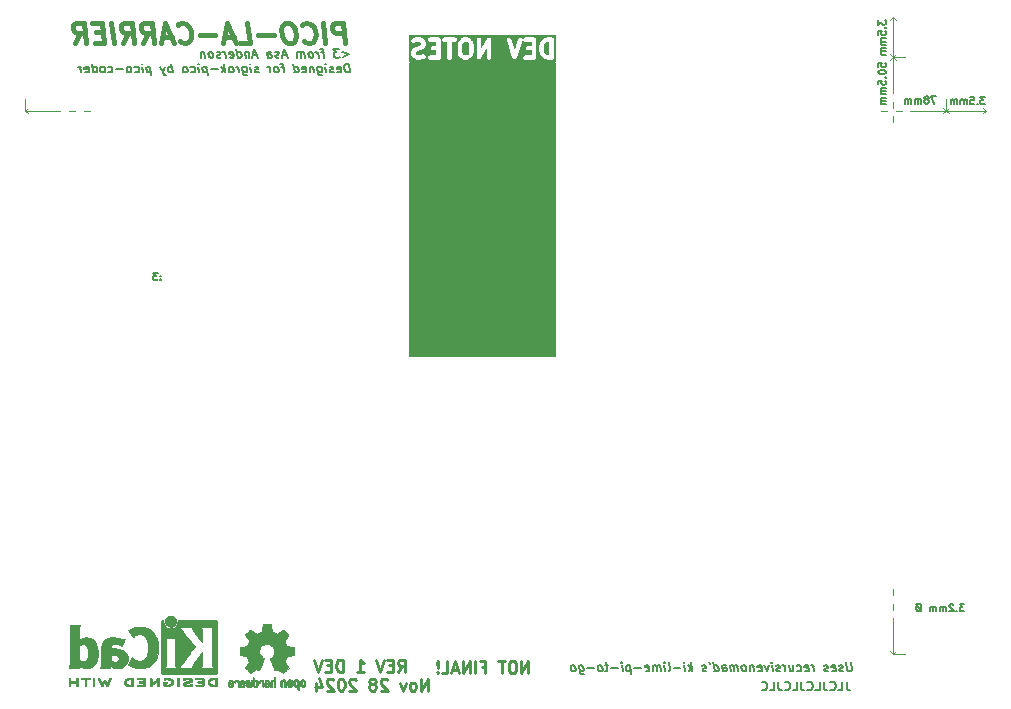
<source format=gbr>
%TF.GenerationSoftware,KiCad,Pcbnew,8.0.6+1*%
%TF.CreationDate,2024-11-29T05:26:26-08:00*%
%TF.ProjectId,pico-logic-analyzer,7069636f-2d6c-46f6-9769-632d616e616c,rev?*%
%TF.SameCoordinates,Original*%
%TF.FileFunction,Legend,Bot*%
%TF.FilePolarity,Positive*%
%FSLAX46Y46*%
G04 Gerber Fmt 4.6, Leading zero omitted, Abs format (unit mm)*
G04 Created by KiCad (PCBNEW 8.0.6+1) date 2024-11-29 05:26:26*
%MOMM*%
%LPD*%
G01*
G04 APERTURE LIST*
%ADD10C,0.100000*%
%ADD11C,0.200000*%
%ADD12C,0.156250*%
%ADD13C,0.375000*%
%ADD14C,0.425000*%
%ADD15C,0.250000*%
%ADD16C,0.187500*%
%ADD17C,0.010000*%
G04 APERTURE END LIST*
D10*
X207500000Y-60000000D02*
X207750000Y-59750000D01*
X204000000Y-55500000D02*
X203000000Y-55500000D01*
X207500000Y-60000000D02*
X210900000Y-60000000D01*
X203000000Y-106000000D02*
X203000000Y-103000000D01*
X207750000Y-60250000D02*
X207500000Y-60000000D01*
X133250000Y-60000000D02*
X133750000Y-60000000D01*
X204000000Y-106000000D02*
X203000000Y-106000000D01*
X207500000Y-60000000D02*
X204500000Y-60000000D01*
X203000000Y-55500000D02*
X203000000Y-52075000D01*
X210900000Y-60000000D02*
X210650000Y-59750000D01*
X134500000Y-60000000D02*
X135000000Y-60000000D01*
X203000000Y-55500000D02*
X203250000Y-55750000D01*
X129500000Y-60000000D02*
X132500000Y-60000000D01*
X203000000Y-101000000D02*
X203000000Y-100500000D01*
X203000000Y-106000000D02*
X202750000Y-105750000D01*
X203000000Y-59250000D02*
X203000000Y-59750000D01*
X203000000Y-52075000D02*
X202750000Y-52325000D01*
X207500000Y-60000000D02*
X207750000Y-60250000D01*
X203000000Y-55500000D02*
X202750000Y-55750000D01*
X203000000Y-55500000D02*
X203000000Y-58500000D01*
X202750000Y-55250000D02*
X203000000Y-55500000D01*
X207750000Y-59750000D02*
X207500000Y-60000000D01*
X207500000Y-60000000D02*
X207500000Y-59000000D01*
X203000000Y-55500000D02*
X203250000Y-55250000D01*
X203000000Y-60500000D02*
X203000000Y-61000000D01*
X203750000Y-60000000D02*
X203250000Y-60000000D01*
X129500000Y-60000000D02*
X129750000Y-59750000D01*
X207500000Y-60000000D02*
X207250000Y-59750000D01*
X129500000Y-60000000D02*
X129500000Y-59000000D01*
X207500000Y-60000000D02*
X207250000Y-60250000D01*
X203000000Y-52075000D02*
X203250000Y-52325000D01*
X129500000Y-60000000D02*
X129750000Y-60250000D01*
X203000000Y-106000000D02*
X203250000Y-105750000D01*
X203000000Y-102250000D02*
X203000000Y-101750000D01*
D11*
X162100000Y-56000000D02*
X174400000Y-56000000D01*
X174400000Y-80750000D01*
X162100000Y-80750000D01*
X162100000Y-56000000D01*
G36*
X162100000Y-56000000D02*
G01*
X174400000Y-56000000D01*
X174400000Y-80750000D01*
X162100000Y-80750000D01*
X162100000Y-56000000D01*
G37*
D10*
X203000000Y-55500000D02*
X202750000Y-55250000D01*
X210900000Y-60000000D02*
X210650000Y-60250000D01*
X202500000Y-60000000D02*
X202000000Y-60000000D01*
D12*
X201790386Y-56299224D02*
X201790386Y-56001605D01*
X201790386Y-56001605D02*
X202088005Y-55971843D01*
X202088005Y-55971843D02*
X202058244Y-56001605D01*
X202058244Y-56001605D02*
X202028482Y-56061129D01*
X202028482Y-56061129D02*
X202028482Y-56209938D01*
X202028482Y-56209938D02*
X202058244Y-56269462D01*
X202058244Y-56269462D02*
X202088005Y-56299224D01*
X202088005Y-56299224D02*
X202147529Y-56328986D01*
X202147529Y-56328986D02*
X202296339Y-56328986D01*
X202296339Y-56328986D02*
X202355863Y-56299224D01*
X202355863Y-56299224D02*
X202385625Y-56269462D01*
X202385625Y-56269462D02*
X202415386Y-56209938D01*
X202415386Y-56209938D02*
X202415386Y-56061129D01*
X202415386Y-56061129D02*
X202385625Y-56001605D01*
X202385625Y-56001605D02*
X202355863Y-55971843D01*
X201790386Y-56715891D02*
X201790386Y-56775414D01*
X201790386Y-56775414D02*
X201820148Y-56834938D01*
X201820148Y-56834938D02*
X201849910Y-56864700D01*
X201849910Y-56864700D02*
X201909434Y-56894462D01*
X201909434Y-56894462D02*
X202028482Y-56924224D01*
X202028482Y-56924224D02*
X202177291Y-56924224D01*
X202177291Y-56924224D02*
X202296339Y-56894462D01*
X202296339Y-56894462D02*
X202355863Y-56864700D01*
X202355863Y-56864700D02*
X202385625Y-56834938D01*
X202385625Y-56834938D02*
X202415386Y-56775414D01*
X202415386Y-56775414D02*
X202415386Y-56715891D01*
X202415386Y-56715891D02*
X202385625Y-56656367D01*
X202385625Y-56656367D02*
X202355863Y-56626605D01*
X202355863Y-56626605D02*
X202296339Y-56596843D01*
X202296339Y-56596843D02*
X202177291Y-56567081D01*
X202177291Y-56567081D02*
X202028482Y-56567081D01*
X202028482Y-56567081D02*
X201909434Y-56596843D01*
X201909434Y-56596843D02*
X201849910Y-56626605D01*
X201849910Y-56626605D02*
X201820148Y-56656367D01*
X201820148Y-56656367D02*
X201790386Y-56715891D01*
X202355863Y-57192081D02*
X202385625Y-57221843D01*
X202385625Y-57221843D02*
X202415386Y-57192081D01*
X202415386Y-57192081D02*
X202385625Y-57162319D01*
X202385625Y-57162319D02*
X202355863Y-57192081D01*
X202355863Y-57192081D02*
X202415386Y-57192081D01*
X201790386Y-57787319D02*
X201790386Y-57489700D01*
X201790386Y-57489700D02*
X202088005Y-57459938D01*
X202088005Y-57459938D02*
X202058244Y-57489700D01*
X202058244Y-57489700D02*
X202028482Y-57549224D01*
X202028482Y-57549224D02*
X202028482Y-57698033D01*
X202028482Y-57698033D02*
X202058244Y-57757557D01*
X202058244Y-57757557D02*
X202088005Y-57787319D01*
X202088005Y-57787319D02*
X202147529Y-57817081D01*
X202147529Y-57817081D02*
X202296339Y-57817081D01*
X202296339Y-57817081D02*
X202355863Y-57787319D01*
X202355863Y-57787319D02*
X202385625Y-57757557D01*
X202385625Y-57757557D02*
X202415386Y-57698033D01*
X202415386Y-57698033D02*
X202415386Y-57549224D01*
X202415386Y-57549224D02*
X202385625Y-57489700D01*
X202385625Y-57489700D02*
X202355863Y-57459938D01*
X202415386Y-58084938D02*
X201998720Y-58084938D01*
X202058244Y-58084938D02*
X202028482Y-58114700D01*
X202028482Y-58114700D02*
X201998720Y-58174224D01*
X201998720Y-58174224D02*
X201998720Y-58263509D01*
X201998720Y-58263509D02*
X202028482Y-58323033D01*
X202028482Y-58323033D02*
X202088005Y-58352795D01*
X202088005Y-58352795D02*
X202415386Y-58352795D01*
X202088005Y-58352795D02*
X202028482Y-58382557D01*
X202028482Y-58382557D02*
X201998720Y-58442081D01*
X201998720Y-58442081D02*
X201998720Y-58531367D01*
X201998720Y-58531367D02*
X202028482Y-58590890D01*
X202028482Y-58590890D02*
X202088005Y-58620652D01*
X202088005Y-58620652D02*
X202415386Y-58620652D01*
X202415386Y-58918271D02*
X201998720Y-58918271D01*
X202058244Y-58918271D02*
X202028482Y-58948033D01*
X202028482Y-58948033D02*
X201998720Y-59007557D01*
X201998720Y-59007557D02*
X201998720Y-59096842D01*
X201998720Y-59096842D02*
X202028482Y-59156366D01*
X202028482Y-59156366D02*
X202088005Y-59186128D01*
X202088005Y-59186128D02*
X202415386Y-59186128D01*
X202088005Y-59186128D02*
X202028482Y-59215890D01*
X202028482Y-59215890D02*
X201998720Y-59275414D01*
X201998720Y-59275414D02*
X201998720Y-59364700D01*
X201998720Y-59364700D02*
X202028482Y-59424223D01*
X202028482Y-59424223D02*
X202088005Y-59453985D01*
X202088005Y-59453985D02*
X202415386Y-59453985D01*
X210807918Y-58840386D02*
X210421013Y-58840386D01*
X210421013Y-58840386D02*
X210629346Y-59078482D01*
X210629346Y-59078482D02*
X210540061Y-59078482D01*
X210540061Y-59078482D02*
X210480537Y-59108244D01*
X210480537Y-59108244D02*
X210450775Y-59138005D01*
X210450775Y-59138005D02*
X210421013Y-59197529D01*
X210421013Y-59197529D02*
X210421013Y-59346339D01*
X210421013Y-59346339D02*
X210450775Y-59405863D01*
X210450775Y-59405863D02*
X210480537Y-59435625D01*
X210480537Y-59435625D02*
X210540061Y-59465386D01*
X210540061Y-59465386D02*
X210718632Y-59465386D01*
X210718632Y-59465386D02*
X210778156Y-59435625D01*
X210778156Y-59435625D02*
X210807918Y-59405863D01*
X210153156Y-59405863D02*
X210123394Y-59435625D01*
X210123394Y-59435625D02*
X210153156Y-59465386D01*
X210153156Y-59465386D02*
X210182918Y-59435625D01*
X210182918Y-59435625D02*
X210153156Y-59405863D01*
X210153156Y-59405863D02*
X210153156Y-59465386D01*
X209557918Y-58840386D02*
X209855537Y-58840386D01*
X209855537Y-58840386D02*
X209885299Y-59138005D01*
X209885299Y-59138005D02*
X209855537Y-59108244D01*
X209855537Y-59108244D02*
X209796013Y-59078482D01*
X209796013Y-59078482D02*
X209647204Y-59078482D01*
X209647204Y-59078482D02*
X209587680Y-59108244D01*
X209587680Y-59108244D02*
X209557918Y-59138005D01*
X209557918Y-59138005D02*
X209528156Y-59197529D01*
X209528156Y-59197529D02*
X209528156Y-59346339D01*
X209528156Y-59346339D02*
X209557918Y-59405863D01*
X209557918Y-59405863D02*
X209587680Y-59435625D01*
X209587680Y-59435625D02*
X209647204Y-59465386D01*
X209647204Y-59465386D02*
X209796013Y-59465386D01*
X209796013Y-59465386D02*
X209855537Y-59435625D01*
X209855537Y-59435625D02*
X209885299Y-59405863D01*
X209260299Y-59465386D02*
X209260299Y-59048720D01*
X209260299Y-59108244D02*
X209230537Y-59078482D01*
X209230537Y-59078482D02*
X209171013Y-59048720D01*
X209171013Y-59048720D02*
X209081728Y-59048720D01*
X209081728Y-59048720D02*
X209022204Y-59078482D01*
X209022204Y-59078482D02*
X208992442Y-59138005D01*
X208992442Y-59138005D02*
X208992442Y-59465386D01*
X208992442Y-59138005D02*
X208962680Y-59078482D01*
X208962680Y-59078482D02*
X208903156Y-59048720D01*
X208903156Y-59048720D02*
X208813870Y-59048720D01*
X208813870Y-59048720D02*
X208754347Y-59078482D01*
X208754347Y-59078482D02*
X208724585Y-59138005D01*
X208724585Y-59138005D02*
X208724585Y-59465386D01*
X208426966Y-59465386D02*
X208426966Y-59048720D01*
X208426966Y-59108244D02*
X208397204Y-59078482D01*
X208397204Y-59078482D02*
X208337680Y-59048720D01*
X208337680Y-59048720D02*
X208248395Y-59048720D01*
X208248395Y-59048720D02*
X208188871Y-59078482D01*
X208188871Y-59078482D02*
X208159109Y-59138005D01*
X208159109Y-59138005D02*
X208159109Y-59465386D01*
X208159109Y-59138005D02*
X208129347Y-59078482D01*
X208129347Y-59078482D02*
X208069823Y-59048720D01*
X208069823Y-59048720D02*
X207980537Y-59048720D01*
X207980537Y-59048720D02*
X207921014Y-59078482D01*
X207921014Y-59078482D02*
X207891252Y-59138005D01*
X207891252Y-59138005D02*
X207891252Y-59465386D01*
D13*
G36*
X167010359Y-54222454D02*
G01*
X167094978Y-54307073D01*
X167148213Y-54520010D01*
X167148213Y-54973845D01*
X167094978Y-55186783D01*
X167010361Y-55271401D01*
X166934307Y-55309428D01*
X166737118Y-55309428D01*
X166661067Y-55271402D01*
X166576448Y-55186783D01*
X166523213Y-54973843D01*
X166523213Y-54520012D01*
X166576447Y-54307073D01*
X166661066Y-54222454D01*
X166737119Y-54184428D01*
X166934307Y-54184428D01*
X167010359Y-54222454D01*
G37*
G36*
X173933928Y-55309428D02*
G01*
X173794711Y-55309428D01*
X173651283Y-55261619D01*
X173561239Y-55171575D01*
X173512623Y-55074341D01*
X173451785Y-54830988D01*
X173451785Y-54662867D01*
X173512623Y-54419514D01*
X173561238Y-54322282D01*
X173651283Y-54232237D01*
X173794712Y-54184428D01*
X173933928Y-54184428D01*
X173933928Y-55309428D01*
G37*
G36*
X174496428Y-55871928D02*
G01*
X162032141Y-55871928D01*
X162032141Y-55068357D01*
X162219641Y-55068357D01*
X162219641Y-55211214D01*
X162223244Y-55247793D01*
X162225822Y-55254017D01*
X162226300Y-55260738D01*
X162239436Y-55295067D01*
X162310865Y-55437924D01*
X162320775Y-55453668D01*
X162322670Y-55458241D01*
X162326896Y-55463390D01*
X162330446Y-55469030D01*
X162334185Y-55472273D01*
X162345987Y-55486654D01*
X162417417Y-55558083D01*
X162431797Y-55569884D01*
X162435041Y-55573624D01*
X162440680Y-55577173D01*
X162445830Y-55581400D01*
X162450402Y-55583294D01*
X162466147Y-55593205D01*
X162609004Y-55664633D01*
X162643333Y-55677769D01*
X162650052Y-55678246D01*
X162656277Y-55680825D01*
X162692856Y-55684428D01*
X163049999Y-55684428D01*
X163068514Y-55682604D01*
X163073450Y-55682955D01*
X163079944Y-55681478D01*
X163086578Y-55680825D01*
X163091153Y-55678929D01*
X163109291Y-55674806D01*
X163323576Y-55603378D01*
X163357139Y-55588393D01*
X163412407Y-55540460D01*
X163445126Y-55475023D01*
X163450311Y-55402049D01*
X163427177Y-55332645D01*
X163379244Y-55277377D01*
X163313807Y-55244658D01*
X163240833Y-55239473D01*
X163204991Y-55247622D01*
X163019573Y-55309428D01*
X162737118Y-55309428D01*
X162661067Y-55271403D01*
X162632667Y-55243002D01*
X162594641Y-55166950D01*
X162594641Y-55112620D01*
X162632667Y-55036568D01*
X162661066Y-55008168D01*
X162758299Y-54959552D01*
X163024045Y-54893116D01*
X163026746Y-54892150D01*
X163028094Y-54892055D01*
X163043304Y-54886234D01*
X163058658Y-54880749D01*
X163059744Y-54879943D01*
X163062423Y-54878919D01*
X163205280Y-54807490D01*
X163221023Y-54797579D01*
X163225595Y-54795686D01*
X163230743Y-54791461D01*
X163236386Y-54787909D01*
X163239631Y-54784166D01*
X163254009Y-54772368D01*
X163325437Y-54700941D01*
X163337240Y-54686558D01*
X163340980Y-54683315D01*
X163344528Y-54677678D01*
X163348755Y-54672528D01*
X163350649Y-54667953D01*
X163360561Y-54652209D01*
X163431989Y-54509352D01*
X163445125Y-54475023D01*
X163445602Y-54468303D01*
X163448181Y-54462079D01*
X163451784Y-54425500D01*
X163451784Y-54282642D01*
X163448181Y-54246063D01*
X163445602Y-54239838D01*
X163445125Y-54233119D01*
X163431989Y-54198790D01*
X163360561Y-54055933D01*
X163350649Y-54040188D01*
X163348755Y-54035614D01*
X163344528Y-54030463D01*
X163340980Y-54024827D01*
X163337240Y-54021583D01*
X163325437Y-54007201D01*
X163278584Y-53960349D01*
X163651816Y-53960349D01*
X163651816Y-54033507D01*
X163679812Y-54101097D01*
X163731544Y-54152829D01*
X163799134Y-54180825D01*
X163835713Y-54184428D01*
X164362499Y-54184428D01*
X164362499Y-54523714D01*
X164049999Y-54523714D01*
X164013420Y-54527317D01*
X163945830Y-54555313D01*
X163894098Y-54607045D01*
X163866102Y-54674635D01*
X163866102Y-54747793D01*
X163894098Y-54815383D01*
X163945830Y-54867115D01*
X164013420Y-54895111D01*
X164049999Y-54898714D01*
X164362499Y-54898714D01*
X164362499Y-55309428D01*
X163835713Y-55309428D01*
X163799134Y-55313031D01*
X163731544Y-55341027D01*
X163679812Y-55392759D01*
X163651816Y-55460349D01*
X163651816Y-55533507D01*
X163679812Y-55601097D01*
X163731544Y-55652829D01*
X163799134Y-55680825D01*
X163835713Y-55684428D01*
X164549999Y-55684428D01*
X164586578Y-55680825D01*
X164654168Y-55652829D01*
X164705900Y-55601097D01*
X164733896Y-55533507D01*
X164737499Y-55496928D01*
X164737499Y-53996928D01*
X164733896Y-53960349D01*
X164866102Y-53960349D01*
X164866102Y-54033507D01*
X164894098Y-54101097D01*
X164945830Y-54152829D01*
X165013420Y-54180825D01*
X165049999Y-54184428D01*
X165291070Y-54184428D01*
X165291070Y-55496928D01*
X165294673Y-55533507D01*
X165322669Y-55601097D01*
X165374401Y-55652829D01*
X165441991Y-55680825D01*
X165515149Y-55680825D01*
X165582739Y-55652829D01*
X165634471Y-55601097D01*
X165662467Y-55533507D01*
X165666070Y-55496928D01*
X165666070Y-54496928D01*
X166148213Y-54496928D01*
X166148213Y-54996928D01*
X166148841Y-55003310D01*
X166148435Y-55006043D01*
X166150459Y-55019736D01*
X166151816Y-55033507D01*
X166152872Y-55036058D01*
X166153811Y-55042404D01*
X166225240Y-55328117D01*
X166237607Y-55362730D01*
X166245907Y-55373932D01*
X166251242Y-55386811D01*
X166274559Y-55415224D01*
X166417416Y-55558082D01*
X166431798Y-55569885D01*
X166435041Y-55573624D01*
X166440676Y-55577171D01*
X166445829Y-55581400D01*
X166450404Y-55583295D01*
X166466147Y-55593205D01*
X166609004Y-55664633D01*
X166643333Y-55677769D01*
X166650052Y-55678246D01*
X166656277Y-55680825D01*
X166692856Y-55684428D01*
X166978570Y-55684428D01*
X167015149Y-55680825D01*
X167021374Y-55678246D01*
X167028093Y-55677769D01*
X167062422Y-55664634D01*
X167205280Y-55593205D01*
X167221022Y-55583295D01*
X167225598Y-55581400D01*
X167230750Y-55577171D01*
X167236386Y-55573624D01*
X167239628Y-55569885D01*
X167254011Y-55558082D01*
X167396868Y-55415224D01*
X167420185Y-55386811D01*
X167425519Y-55373933D01*
X167433820Y-55362730D01*
X167446187Y-55328117D01*
X167517615Y-55042403D01*
X167518553Y-55036058D01*
X167519610Y-55033507D01*
X167520966Y-55019735D01*
X167522991Y-55006043D01*
X167522584Y-55003310D01*
X167523213Y-54996928D01*
X167523213Y-54496928D01*
X167522584Y-54490545D01*
X167522991Y-54487813D01*
X167520966Y-54474120D01*
X167519610Y-54460349D01*
X167518553Y-54457797D01*
X167517615Y-54451453D01*
X167446187Y-54165739D01*
X167433820Y-54131126D01*
X167425520Y-54119923D01*
X167420185Y-54107044D01*
X167396867Y-54078631D01*
X167315165Y-53996928D01*
X167791071Y-53996928D01*
X167791071Y-55496928D01*
X167791997Y-55506336D01*
X167791529Y-55510023D01*
X167792831Y-55514797D01*
X167794674Y-55533507D01*
X167804215Y-55556543D01*
X167810778Y-55580606D01*
X167818097Y-55590056D01*
X167822670Y-55601097D01*
X167840303Y-55618730D01*
X167855573Y-55638447D01*
X167865949Y-55644376D01*
X167874402Y-55652829D01*
X167897440Y-55662371D01*
X167919092Y-55674744D01*
X167930950Y-55676251D01*
X167941992Y-55680825D01*
X167966927Y-55680825D01*
X167991666Y-55683970D01*
X168003198Y-55680825D01*
X168015150Y-55680825D01*
X168038186Y-55671283D01*
X168062249Y-55664721D01*
X168071699Y-55657401D01*
X168082740Y-55652829D01*
X168100373Y-55635195D01*
X168120090Y-55619926D01*
X168130971Y-55604597D01*
X168134472Y-55601097D01*
X168135894Y-55597663D01*
X168141367Y-55589954D01*
X168648214Y-54702971D01*
X168648214Y-55496928D01*
X168651817Y-55533507D01*
X168679813Y-55601097D01*
X168731545Y-55652829D01*
X168799135Y-55680825D01*
X168872293Y-55680825D01*
X168939883Y-55652829D01*
X168991615Y-55601097D01*
X169019611Y-55533507D01*
X169023214Y-55496928D01*
X169023214Y-54020379D01*
X170292543Y-54020379D01*
X170300692Y-54056221D01*
X170800692Y-55556221D01*
X170815677Y-55589783D01*
X170824453Y-55599902D01*
X170830446Y-55611888D01*
X170848209Y-55627293D01*
X170863611Y-55645052D01*
X170875594Y-55651043D01*
X170885715Y-55659821D01*
X170908015Y-55667254D01*
X170929047Y-55677770D01*
X170942412Y-55678719D01*
X170955119Y-55682955D01*
X170978570Y-55681288D01*
X171002022Y-55682955D01*
X171014728Y-55678719D01*
X171028093Y-55677770D01*
X171049124Y-55667254D01*
X171071425Y-55659821D01*
X171081544Y-55651044D01*
X171093530Y-55645052D01*
X171108933Y-55627291D01*
X171126694Y-55611888D01*
X171132686Y-55599902D01*
X171141463Y-55589783D01*
X171156448Y-55556221D01*
X171656448Y-54056221D01*
X171664597Y-54020379D01*
X171660332Y-53960349D01*
X171723245Y-53960349D01*
X171723245Y-54033507D01*
X171751241Y-54101097D01*
X171802973Y-54152829D01*
X171870563Y-54180825D01*
X171907142Y-54184428D01*
X172433928Y-54184428D01*
X172433928Y-54523714D01*
X172121428Y-54523714D01*
X172084849Y-54527317D01*
X172017259Y-54555313D01*
X171965527Y-54607045D01*
X171937531Y-54674635D01*
X171937531Y-54747793D01*
X171965527Y-54815383D01*
X172017259Y-54867115D01*
X172084849Y-54895111D01*
X172121428Y-54898714D01*
X172433928Y-54898714D01*
X172433928Y-55309428D01*
X171907142Y-55309428D01*
X171870563Y-55313031D01*
X171802973Y-55341027D01*
X171751241Y-55392759D01*
X171723245Y-55460349D01*
X171723245Y-55533507D01*
X171751241Y-55601097D01*
X171802973Y-55652829D01*
X171870563Y-55680825D01*
X171907142Y-55684428D01*
X172621428Y-55684428D01*
X172658007Y-55680825D01*
X172725597Y-55652829D01*
X172777329Y-55601097D01*
X172805325Y-55533507D01*
X172808928Y-55496928D01*
X172808928Y-54639785D01*
X173076785Y-54639785D01*
X173076785Y-54854071D01*
X173077413Y-54860452D01*
X173077007Y-54863185D01*
X173079031Y-54876876D01*
X173080388Y-54890650D01*
X173081445Y-54893201D01*
X173082383Y-54899546D01*
X173153811Y-55185260D01*
X173154776Y-55187961D01*
X173154872Y-55189309D01*
X173160692Y-55204519D01*
X173166178Y-55219873D01*
X173166983Y-55220959D01*
X173168008Y-55223638D01*
X173239437Y-55366495D01*
X173249349Y-55382241D01*
X173251242Y-55386811D01*
X173255465Y-55391957D01*
X173259018Y-55397601D01*
X173262760Y-55400846D01*
X173274559Y-55415224D01*
X173417416Y-55558082D01*
X173445829Y-55581400D01*
X173452054Y-55583978D01*
X173457144Y-55588393D01*
X173490707Y-55603378D01*
X173704993Y-55674806D01*
X173723130Y-55678929D01*
X173727706Y-55680825D01*
X173734339Y-55681478D01*
X173740834Y-55682955D01*
X173745770Y-55682604D01*
X173764285Y-55684428D01*
X174121428Y-55684428D01*
X174158007Y-55680825D01*
X174225597Y-55652829D01*
X174277329Y-55601097D01*
X174305325Y-55533507D01*
X174308928Y-55496928D01*
X174308928Y-53996928D01*
X174305325Y-53960349D01*
X174277329Y-53892759D01*
X174225597Y-53841027D01*
X174158007Y-53813031D01*
X174121428Y-53809428D01*
X173764285Y-53809428D01*
X173745769Y-53811251D01*
X173740833Y-53810901D01*
X173734337Y-53812377D01*
X173727706Y-53813031D01*
X173723131Y-53814925D01*
X173704992Y-53819050D01*
X173490706Y-53890479D01*
X173457144Y-53905464D01*
X173452053Y-53909878D01*
X173445829Y-53912457D01*
X173417416Y-53935775D01*
X173274559Y-54078631D01*
X173262757Y-54093011D01*
X173259018Y-54096255D01*
X173255468Y-54101894D01*
X173251242Y-54107044D01*
X173249347Y-54111616D01*
X173239437Y-54127361D01*
X173168008Y-54270218D01*
X173166983Y-54272896D01*
X173166178Y-54273983D01*
X173160692Y-54289336D01*
X173154872Y-54304547D01*
X173154776Y-54305894D01*
X173153811Y-54308596D01*
X173082383Y-54594310D01*
X173081445Y-54600654D01*
X173080388Y-54603206D01*
X173079031Y-54616979D01*
X173077007Y-54630671D01*
X173077413Y-54633403D01*
X173076785Y-54639785D01*
X172808928Y-54639785D01*
X172808928Y-53996928D01*
X172805325Y-53960349D01*
X172777329Y-53892759D01*
X172725597Y-53841027D01*
X172658007Y-53813031D01*
X172621428Y-53809428D01*
X171907142Y-53809428D01*
X171870563Y-53813031D01*
X171802973Y-53841027D01*
X171751241Y-53892759D01*
X171723245Y-53960349D01*
X171660332Y-53960349D01*
X171659412Y-53947405D01*
X171626694Y-53881968D01*
X171571425Y-53834035D01*
X171502022Y-53810901D01*
X171429047Y-53816086D01*
X171363611Y-53848804D01*
X171315677Y-53904073D01*
X171300692Y-53937635D01*
X170978570Y-54904001D01*
X170656448Y-53937635D01*
X170641463Y-53904073D01*
X170593530Y-53848804D01*
X170528093Y-53816086D01*
X170455119Y-53810901D01*
X170385715Y-53834035D01*
X170330446Y-53881968D01*
X170297728Y-53947405D01*
X170292543Y-54020379D01*
X169023214Y-54020379D01*
X169023214Y-53996928D01*
X169022287Y-53987519D01*
X169022756Y-53983832D01*
X169021453Y-53979056D01*
X169019611Y-53960349D01*
X169010069Y-53937313D01*
X169003507Y-53913250D01*
X168996187Y-53903799D01*
X168991615Y-53892759D01*
X168973981Y-53875125D01*
X168958712Y-53855409D01*
X168948335Y-53849479D01*
X168939883Y-53841027D01*
X168916844Y-53831484D01*
X168895193Y-53819112D01*
X168883334Y-53817604D01*
X168872293Y-53813031D01*
X168847364Y-53813031D01*
X168822619Y-53809885D01*
X168811084Y-53813031D01*
X168799135Y-53813031D01*
X168776100Y-53822571D01*
X168752036Y-53829135D01*
X168742585Y-53836454D01*
X168731545Y-53841027D01*
X168713911Y-53858660D01*
X168694195Y-53873930D01*
X168683314Y-53889257D01*
X168679813Y-53892759D01*
X168678389Y-53896195D01*
X168672919Y-53903902D01*
X168166071Y-54790884D01*
X168166071Y-53996928D01*
X168162468Y-53960349D01*
X168134472Y-53892759D01*
X168082740Y-53841027D01*
X168015150Y-53813031D01*
X167941992Y-53813031D01*
X167874402Y-53841027D01*
X167822670Y-53892759D01*
X167794674Y-53960349D01*
X167791071Y-53996928D01*
X167315165Y-53996928D01*
X167254011Y-53935774D01*
X167239627Y-53923969D01*
X167236386Y-53920233D01*
X167230751Y-53916685D01*
X167225598Y-53912457D01*
X167221022Y-53910561D01*
X167205280Y-53900652D01*
X167062423Y-53829223D01*
X167028094Y-53816087D01*
X167021373Y-53815609D01*
X167015149Y-53813031D01*
X166978570Y-53809428D01*
X166692856Y-53809428D01*
X166656277Y-53813031D01*
X166650052Y-53815609D01*
X166643331Y-53816087D01*
X166609003Y-53829223D01*
X166466146Y-53900652D01*
X166450401Y-53910562D01*
X166445829Y-53912457D01*
X166440680Y-53916682D01*
X166435040Y-53920233D01*
X166431795Y-53923974D01*
X166417416Y-53935775D01*
X166274559Y-54078631D01*
X166251242Y-54107044D01*
X166245906Y-54119924D01*
X166237607Y-54131126D01*
X166225240Y-54165739D01*
X166153811Y-54451452D01*
X166152872Y-54457797D01*
X166151816Y-54460349D01*
X166150459Y-54474119D01*
X166148435Y-54487813D01*
X166148841Y-54490545D01*
X166148213Y-54496928D01*
X165666070Y-54496928D01*
X165666070Y-54184428D01*
X165907141Y-54184428D01*
X165943720Y-54180825D01*
X166011310Y-54152829D01*
X166063042Y-54101097D01*
X166091038Y-54033507D01*
X166091038Y-53960349D01*
X166063042Y-53892759D01*
X166011310Y-53841027D01*
X165943720Y-53813031D01*
X165907141Y-53809428D01*
X165049999Y-53809428D01*
X165013420Y-53813031D01*
X164945830Y-53841027D01*
X164894098Y-53892759D01*
X164866102Y-53960349D01*
X164733896Y-53960349D01*
X164705900Y-53892759D01*
X164654168Y-53841027D01*
X164586578Y-53813031D01*
X164549999Y-53809428D01*
X163835713Y-53809428D01*
X163799134Y-53813031D01*
X163731544Y-53841027D01*
X163679812Y-53892759D01*
X163651816Y-53960349D01*
X163278584Y-53960349D01*
X163254009Y-53935774D01*
X163239631Y-53923975D01*
X163236386Y-53920233D01*
X163230743Y-53916680D01*
X163225595Y-53912456D01*
X163221023Y-53910562D01*
X163205280Y-53900652D01*
X163062423Y-53829223D01*
X163028094Y-53816087D01*
X163021373Y-53815609D01*
X163015149Y-53813031D01*
X162978570Y-53809428D01*
X162621427Y-53809428D01*
X162602911Y-53811251D01*
X162597975Y-53810901D01*
X162591479Y-53812377D01*
X162584848Y-53813031D01*
X162580273Y-53814925D01*
X162562134Y-53819050D01*
X162347848Y-53890479D01*
X162314286Y-53905464D01*
X162259017Y-53953398D01*
X162226299Y-54018834D01*
X162221114Y-54091809D01*
X162244248Y-54161212D01*
X162292182Y-54216481D01*
X162357618Y-54249199D01*
X162430593Y-54254384D01*
X162466434Y-54246235D01*
X162651854Y-54184428D01*
X162934307Y-54184428D01*
X163010360Y-54222455D01*
X163038759Y-54250853D01*
X163076784Y-54326903D01*
X163076784Y-54381238D01*
X163038759Y-54457288D01*
X163010360Y-54485686D01*
X162913126Y-54534303D01*
X162647381Y-54600740D01*
X162644679Y-54601705D01*
X162643331Y-54601801D01*
X162628113Y-54607624D01*
X162612768Y-54613107D01*
X162611681Y-54613912D01*
X162609003Y-54614937D01*
X162466146Y-54686366D01*
X162450399Y-54696278D01*
X162445830Y-54698171D01*
X162440683Y-54702394D01*
X162435040Y-54705947D01*
X162431794Y-54709689D01*
X162417417Y-54721488D01*
X162345987Y-54792917D01*
X162334185Y-54807297D01*
X162330446Y-54810541D01*
X162326896Y-54816180D01*
X162322670Y-54821330D01*
X162320775Y-54825902D01*
X162310865Y-54841647D01*
X162239436Y-54984504D01*
X162226300Y-55018833D01*
X162225822Y-55025553D01*
X162223244Y-55031778D01*
X162219641Y-55068357D01*
X162032141Y-55068357D01*
X162032141Y-53621928D01*
X174496428Y-53621928D01*
X174496428Y-55871928D01*
G37*
D12*
X209057918Y-101790386D02*
X208671013Y-101790386D01*
X208671013Y-101790386D02*
X208879346Y-102028482D01*
X208879346Y-102028482D02*
X208790061Y-102028482D01*
X208790061Y-102028482D02*
X208730537Y-102058244D01*
X208730537Y-102058244D02*
X208700775Y-102088005D01*
X208700775Y-102088005D02*
X208671013Y-102147529D01*
X208671013Y-102147529D02*
X208671013Y-102296339D01*
X208671013Y-102296339D02*
X208700775Y-102355863D01*
X208700775Y-102355863D02*
X208730537Y-102385625D01*
X208730537Y-102385625D02*
X208790061Y-102415386D01*
X208790061Y-102415386D02*
X208968632Y-102415386D01*
X208968632Y-102415386D02*
X209028156Y-102385625D01*
X209028156Y-102385625D02*
X209057918Y-102355863D01*
X208403156Y-102355863D02*
X208373394Y-102385625D01*
X208373394Y-102385625D02*
X208403156Y-102415386D01*
X208403156Y-102415386D02*
X208432918Y-102385625D01*
X208432918Y-102385625D02*
X208403156Y-102355863D01*
X208403156Y-102355863D02*
X208403156Y-102415386D01*
X208135299Y-101849910D02*
X208105537Y-101820148D01*
X208105537Y-101820148D02*
X208046013Y-101790386D01*
X208046013Y-101790386D02*
X207897204Y-101790386D01*
X207897204Y-101790386D02*
X207837680Y-101820148D01*
X207837680Y-101820148D02*
X207807918Y-101849910D01*
X207807918Y-101849910D02*
X207778156Y-101909434D01*
X207778156Y-101909434D02*
X207778156Y-101968958D01*
X207778156Y-101968958D02*
X207807918Y-102058244D01*
X207807918Y-102058244D02*
X208165061Y-102415386D01*
X208165061Y-102415386D02*
X207778156Y-102415386D01*
X207510299Y-102415386D02*
X207510299Y-101998720D01*
X207510299Y-102058244D02*
X207480537Y-102028482D01*
X207480537Y-102028482D02*
X207421013Y-101998720D01*
X207421013Y-101998720D02*
X207331728Y-101998720D01*
X207331728Y-101998720D02*
X207272204Y-102028482D01*
X207272204Y-102028482D02*
X207242442Y-102088005D01*
X207242442Y-102088005D02*
X207242442Y-102415386D01*
X207242442Y-102088005D02*
X207212680Y-102028482D01*
X207212680Y-102028482D02*
X207153156Y-101998720D01*
X207153156Y-101998720D02*
X207063870Y-101998720D01*
X207063870Y-101998720D02*
X207004347Y-102028482D01*
X207004347Y-102028482D02*
X206974585Y-102088005D01*
X206974585Y-102088005D02*
X206974585Y-102415386D01*
X206676966Y-102415386D02*
X206676966Y-101998720D01*
X206676966Y-102058244D02*
X206647204Y-102028482D01*
X206647204Y-102028482D02*
X206587680Y-101998720D01*
X206587680Y-101998720D02*
X206498395Y-101998720D01*
X206498395Y-101998720D02*
X206438871Y-102028482D01*
X206438871Y-102028482D02*
X206409109Y-102088005D01*
X206409109Y-102088005D02*
X206409109Y-102415386D01*
X206409109Y-102088005D02*
X206379347Y-102028482D01*
X206379347Y-102028482D02*
X206319823Y-101998720D01*
X206319823Y-101998720D02*
X206230537Y-101998720D01*
X206230537Y-101998720D02*
X206171014Y-102028482D01*
X206171014Y-102028482D02*
X206141252Y-102088005D01*
X206141252Y-102088005D02*
X206141252Y-102415386D01*
X204950776Y-101790386D02*
X205426967Y-102415386D01*
X205248395Y-102415386D02*
X205307919Y-102385625D01*
X205307919Y-102385625D02*
X205367443Y-102326101D01*
X205367443Y-102326101D02*
X205397205Y-102207053D01*
X205397205Y-102207053D02*
X205397205Y-101998720D01*
X205397205Y-101998720D02*
X205367443Y-101879672D01*
X205367443Y-101879672D02*
X205307919Y-101820148D01*
X205307919Y-101820148D02*
X205248395Y-101790386D01*
X205248395Y-101790386D02*
X205129348Y-101790386D01*
X205129348Y-101790386D02*
X205069824Y-101820148D01*
X205069824Y-101820148D02*
X205010300Y-101879672D01*
X205010300Y-101879672D02*
X204980538Y-101998720D01*
X204980538Y-101998720D02*
X204980538Y-102207053D01*
X204980538Y-102207053D02*
X205010300Y-102326101D01*
X205010300Y-102326101D02*
X205069824Y-102385625D01*
X205069824Y-102385625D02*
X205129348Y-102415386D01*
X205129348Y-102415386D02*
X205248395Y-102415386D01*
D14*
X156648846Y-54258852D02*
X156436346Y-52558852D01*
X156436346Y-52558852D02*
X155788727Y-52558852D01*
X155788727Y-52558852D02*
X155636941Y-52639804D01*
X155636941Y-52639804D02*
X155566108Y-52720757D01*
X155566108Y-52720757D02*
X155505393Y-52882661D01*
X155505393Y-52882661D02*
X155535750Y-53125519D01*
X155535750Y-53125519D02*
X155636941Y-53287423D01*
X155636941Y-53287423D02*
X155728012Y-53368376D01*
X155728012Y-53368376D02*
X155900036Y-53449328D01*
X155900036Y-53449328D02*
X156547655Y-53449328D01*
X154948846Y-54258852D02*
X154736346Y-52558852D01*
X153147655Y-54096947D02*
X153238726Y-54177900D01*
X153238726Y-54177900D02*
X153491703Y-54258852D01*
X153491703Y-54258852D02*
X153653607Y-54258852D01*
X153653607Y-54258852D02*
X153886345Y-54177900D01*
X153886345Y-54177900D02*
X154028012Y-54015995D01*
X154028012Y-54015995D02*
X154088726Y-53854090D01*
X154088726Y-53854090D02*
X154129203Y-53530280D01*
X154129203Y-53530280D02*
X154098845Y-53287423D01*
X154098845Y-53287423D02*
X153977417Y-52963614D01*
X153977417Y-52963614D02*
X153876226Y-52801709D01*
X153876226Y-52801709D02*
X153694084Y-52639804D01*
X153694084Y-52639804D02*
X153441107Y-52558852D01*
X153441107Y-52558852D02*
X153279203Y-52558852D01*
X153279203Y-52558852D02*
X153046465Y-52639804D01*
X153046465Y-52639804D02*
X152975631Y-52720757D01*
X151903012Y-52558852D02*
X151579203Y-52558852D01*
X151579203Y-52558852D02*
X151427417Y-52639804D01*
X151427417Y-52639804D02*
X151285750Y-52801709D01*
X151285750Y-52801709D02*
X151245274Y-53125519D01*
X151245274Y-53125519D02*
X151316107Y-53692185D01*
X151316107Y-53692185D02*
X151437536Y-54015995D01*
X151437536Y-54015995D02*
X151619679Y-54177900D01*
X151619679Y-54177900D02*
X151791703Y-54258852D01*
X151791703Y-54258852D02*
X152115512Y-54258852D01*
X152115512Y-54258852D02*
X152267298Y-54177900D01*
X152267298Y-54177900D02*
X152408965Y-54015995D01*
X152408965Y-54015995D02*
X152449441Y-53692185D01*
X152449441Y-53692185D02*
X152378607Y-53125519D01*
X152378607Y-53125519D02*
X152257179Y-52801709D01*
X152257179Y-52801709D02*
X152075036Y-52639804D01*
X152075036Y-52639804D02*
X151903012Y-52558852D01*
X150577417Y-53611233D02*
X149282179Y-53611233D01*
X147744084Y-54258852D02*
X148553608Y-54258852D01*
X148553608Y-54258852D02*
X148341108Y-52558852D01*
X147197656Y-53773138D02*
X146388132Y-53773138D01*
X147420275Y-54258852D02*
X146641108Y-52558852D01*
X146641108Y-52558852D02*
X146286941Y-54258852D01*
X145639322Y-53611233D02*
X144344084Y-53611233D01*
X142623846Y-54096947D02*
X142714917Y-54177900D01*
X142714917Y-54177900D02*
X142967894Y-54258852D01*
X142967894Y-54258852D02*
X143129798Y-54258852D01*
X143129798Y-54258852D02*
X143362536Y-54177900D01*
X143362536Y-54177900D02*
X143504203Y-54015995D01*
X143504203Y-54015995D02*
X143564917Y-53854090D01*
X143564917Y-53854090D02*
X143605394Y-53530280D01*
X143605394Y-53530280D02*
X143575036Y-53287423D01*
X143575036Y-53287423D02*
X143453608Y-52963614D01*
X143453608Y-52963614D02*
X143352417Y-52801709D01*
X143352417Y-52801709D02*
X143170275Y-52639804D01*
X143170275Y-52639804D02*
X142917298Y-52558852D01*
X142917298Y-52558852D02*
X142755394Y-52558852D01*
X142755394Y-52558852D02*
X142522656Y-52639804D01*
X142522656Y-52639804D02*
X142451822Y-52720757D01*
X141935751Y-53773138D02*
X141126227Y-53773138D01*
X142158370Y-54258852D02*
X141379203Y-52558852D01*
X141379203Y-52558852D02*
X141025036Y-54258852D01*
X139486941Y-54258852D02*
X139952417Y-53449328D01*
X140458370Y-54258852D02*
X140245870Y-52558852D01*
X140245870Y-52558852D02*
X139598251Y-52558852D01*
X139598251Y-52558852D02*
X139446465Y-52639804D01*
X139446465Y-52639804D02*
X139375632Y-52720757D01*
X139375632Y-52720757D02*
X139314917Y-52882661D01*
X139314917Y-52882661D02*
X139345274Y-53125519D01*
X139345274Y-53125519D02*
X139446465Y-53287423D01*
X139446465Y-53287423D02*
X139537536Y-53368376D01*
X139537536Y-53368376D02*
X139709560Y-53449328D01*
X139709560Y-53449328D02*
X140357179Y-53449328D01*
X137786941Y-54258852D02*
X138252417Y-53449328D01*
X138758370Y-54258852D02*
X138545870Y-52558852D01*
X138545870Y-52558852D02*
X137898251Y-52558852D01*
X137898251Y-52558852D02*
X137746465Y-52639804D01*
X137746465Y-52639804D02*
X137675632Y-52720757D01*
X137675632Y-52720757D02*
X137614917Y-52882661D01*
X137614917Y-52882661D02*
X137645274Y-53125519D01*
X137645274Y-53125519D02*
X137746465Y-53287423D01*
X137746465Y-53287423D02*
X137837536Y-53368376D01*
X137837536Y-53368376D02*
X138009560Y-53449328D01*
X138009560Y-53449328D02*
X138657179Y-53449328D01*
X137058370Y-54258852D02*
X136845870Y-52558852D01*
X136137536Y-53368376D02*
X135570869Y-53368376D01*
X135439322Y-54258852D02*
X136248846Y-54258852D01*
X136248846Y-54258852D02*
X136036346Y-52558852D01*
X136036346Y-52558852D02*
X135226822Y-52558852D01*
X133739322Y-54258852D02*
X134204798Y-53449328D01*
X134710751Y-54258852D02*
X134498251Y-52558852D01*
X134498251Y-52558852D02*
X133850632Y-52558852D01*
X133850632Y-52558852D02*
X133698846Y-52639804D01*
X133698846Y-52639804D02*
X133628013Y-52720757D01*
X133628013Y-52720757D02*
X133567298Y-52882661D01*
X133567298Y-52882661D02*
X133597655Y-53125519D01*
X133597655Y-53125519D02*
X133698846Y-53287423D01*
X133698846Y-53287423D02*
X133789917Y-53368376D01*
X133789917Y-53368376D02*
X133961941Y-53449328D01*
X133961941Y-53449328D02*
X134609560Y-53449328D01*
D12*
X206657918Y-58790386D02*
X206241251Y-58790386D01*
X206241251Y-58790386D02*
X206509108Y-59415386D01*
X205913870Y-59058244D02*
X205973394Y-59028482D01*
X205973394Y-59028482D02*
X206003156Y-58998720D01*
X206003156Y-58998720D02*
X206032918Y-58939196D01*
X206032918Y-58939196D02*
X206032918Y-58909434D01*
X206032918Y-58909434D02*
X206003156Y-58849910D01*
X206003156Y-58849910D02*
X205973394Y-58820148D01*
X205973394Y-58820148D02*
X205913870Y-58790386D01*
X205913870Y-58790386D02*
X205794823Y-58790386D01*
X205794823Y-58790386D02*
X205735299Y-58820148D01*
X205735299Y-58820148D02*
X205705537Y-58849910D01*
X205705537Y-58849910D02*
X205675775Y-58909434D01*
X205675775Y-58909434D02*
X205675775Y-58939196D01*
X205675775Y-58939196D02*
X205705537Y-58998720D01*
X205705537Y-58998720D02*
X205735299Y-59028482D01*
X205735299Y-59028482D02*
X205794823Y-59058244D01*
X205794823Y-59058244D02*
X205913870Y-59058244D01*
X205913870Y-59058244D02*
X205973394Y-59088005D01*
X205973394Y-59088005D02*
X206003156Y-59117767D01*
X206003156Y-59117767D02*
X206032918Y-59177291D01*
X206032918Y-59177291D02*
X206032918Y-59296339D01*
X206032918Y-59296339D02*
X206003156Y-59355863D01*
X206003156Y-59355863D02*
X205973394Y-59385625D01*
X205973394Y-59385625D02*
X205913870Y-59415386D01*
X205913870Y-59415386D02*
X205794823Y-59415386D01*
X205794823Y-59415386D02*
X205735299Y-59385625D01*
X205735299Y-59385625D02*
X205705537Y-59355863D01*
X205705537Y-59355863D02*
X205675775Y-59296339D01*
X205675775Y-59296339D02*
X205675775Y-59177291D01*
X205675775Y-59177291D02*
X205705537Y-59117767D01*
X205705537Y-59117767D02*
X205735299Y-59088005D01*
X205735299Y-59088005D02*
X205794823Y-59058244D01*
X205407918Y-59415386D02*
X205407918Y-58998720D01*
X205407918Y-59058244D02*
X205378156Y-59028482D01*
X205378156Y-59028482D02*
X205318632Y-58998720D01*
X205318632Y-58998720D02*
X205229347Y-58998720D01*
X205229347Y-58998720D02*
X205169823Y-59028482D01*
X205169823Y-59028482D02*
X205140061Y-59088005D01*
X205140061Y-59088005D02*
X205140061Y-59415386D01*
X205140061Y-59088005D02*
X205110299Y-59028482D01*
X205110299Y-59028482D02*
X205050775Y-58998720D01*
X205050775Y-58998720D02*
X204961489Y-58998720D01*
X204961489Y-58998720D02*
X204901966Y-59028482D01*
X204901966Y-59028482D02*
X204872204Y-59088005D01*
X204872204Y-59088005D02*
X204872204Y-59415386D01*
X204574585Y-59415386D02*
X204574585Y-58998720D01*
X204574585Y-59058244D02*
X204544823Y-59028482D01*
X204544823Y-59028482D02*
X204485299Y-58998720D01*
X204485299Y-58998720D02*
X204396014Y-58998720D01*
X204396014Y-58998720D02*
X204336490Y-59028482D01*
X204336490Y-59028482D02*
X204306728Y-59088005D01*
X204306728Y-59088005D02*
X204306728Y-59415386D01*
X204306728Y-59088005D02*
X204276966Y-59028482D01*
X204276966Y-59028482D02*
X204217442Y-58998720D01*
X204217442Y-58998720D02*
X204128156Y-58998720D01*
X204128156Y-58998720D02*
X204068633Y-59028482D01*
X204068633Y-59028482D02*
X204038871Y-59088005D01*
X204038871Y-59088005D02*
X204038871Y-59415386D01*
D15*
X161104950Y-107504675D02*
X161438283Y-107028484D01*
X161676378Y-107504675D02*
X161676378Y-106504675D01*
X161676378Y-106504675D02*
X161295426Y-106504675D01*
X161295426Y-106504675D02*
X161200188Y-106552294D01*
X161200188Y-106552294D02*
X161152569Y-106599913D01*
X161152569Y-106599913D02*
X161104950Y-106695151D01*
X161104950Y-106695151D02*
X161104950Y-106838008D01*
X161104950Y-106838008D02*
X161152569Y-106933246D01*
X161152569Y-106933246D02*
X161200188Y-106980865D01*
X161200188Y-106980865D02*
X161295426Y-107028484D01*
X161295426Y-107028484D02*
X161676378Y-107028484D01*
X160676378Y-106980865D02*
X160343045Y-106980865D01*
X160200188Y-107504675D02*
X160676378Y-107504675D01*
X160676378Y-107504675D02*
X160676378Y-106504675D01*
X160676378Y-106504675D02*
X160200188Y-106504675D01*
X159914473Y-106504675D02*
X159581140Y-107504675D01*
X159581140Y-107504675D02*
X159247807Y-106504675D01*
X157628759Y-107504675D02*
X158200187Y-107504675D01*
X157914473Y-107504675D02*
X157914473Y-106504675D01*
X157914473Y-106504675D02*
X158009711Y-106647532D01*
X158009711Y-106647532D02*
X158104949Y-106742770D01*
X158104949Y-106742770D02*
X158200187Y-106790389D01*
X156438282Y-107504675D02*
X156438282Y-106504675D01*
X156438282Y-106504675D02*
X156200187Y-106504675D01*
X156200187Y-106504675D02*
X156057330Y-106552294D01*
X156057330Y-106552294D02*
X155962092Y-106647532D01*
X155962092Y-106647532D02*
X155914473Y-106742770D01*
X155914473Y-106742770D02*
X155866854Y-106933246D01*
X155866854Y-106933246D02*
X155866854Y-107076103D01*
X155866854Y-107076103D02*
X155914473Y-107266579D01*
X155914473Y-107266579D02*
X155962092Y-107361817D01*
X155962092Y-107361817D02*
X156057330Y-107457056D01*
X156057330Y-107457056D02*
X156200187Y-107504675D01*
X156200187Y-107504675D02*
X156438282Y-107504675D01*
X155438282Y-106980865D02*
X155104949Y-106980865D01*
X154962092Y-107504675D02*
X155438282Y-107504675D01*
X155438282Y-107504675D02*
X155438282Y-106504675D01*
X155438282Y-106504675D02*
X154962092Y-106504675D01*
X154676377Y-106504675D02*
X154343044Y-107504675D01*
X154343044Y-107504675D02*
X154009711Y-106504675D01*
X163628759Y-109114619D02*
X163628759Y-108114619D01*
X163628759Y-108114619D02*
X163057331Y-109114619D01*
X163057331Y-109114619D02*
X163057331Y-108114619D01*
X162438283Y-109114619D02*
X162533521Y-109067000D01*
X162533521Y-109067000D02*
X162581140Y-109019380D01*
X162581140Y-109019380D02*
X162628759Y-108924142D01*
X162628759Y-108924142D02*
X162628759Y-108638428D01*
X162628759Y-108638428D02*
X162581140Y-108543190D01*
X162581140Y-108543190D02*
X162533521Y-108495571D01*
X162533521Y-108495571D02*
X162438283Y-108447952D01*
X162438283Y-108447952D02*
X162295426Y-108447952D01*
X162295426Y-108447952D02*
X162200188Y-108495571D01*
X162200188Y-108495571D02*
X162152569Y-108543190D01*
X162152569Y-108543190D02*
X162104950Y-108638428D01*
X162104950Y-108638428D02*
X162104950Y-108924142D01*
X162104950Y-108924142D02*
X162152569Y-109019380D01*
X162152569Y-109019380D02*
X162200188Y-109067000D01*
X162200188Y-109067000D02*
X162295426Y-109114619D01*
X162295426Y-109114619D02*
X162438283Y-109114619D01*
X161771616Y-108447952D02*
X161533521Y-109114619D01*
X161533521Y-109114619D02*
X161295426Y-108447952D01*
X160200187Y-108209857D02*
X160152568Y-108162238D01*
X160152568Y-108162238D02*
X160057330Y-108114619D01*
X160057330Y-108114619D02*
X159819235Y-108114619D01*
X159819235Y-108114619D02*
X159723997Y-108162238D01*
X159723997Y-108162238D02*
X159676378Y-108209857D01*
X159676378Y-108209857D02*
X159628759Y-108305095D01*
X159628759Y-108305095D02*
X159628759Y-108400333D01*
X159628759Y-108400333D02*
X159676378Y-108543190D01*
X159676378Y-108543190D02*
X160247806Y-109114619D01*
X160247806Y-109114619D02*
X159628759Y-109114619D01*
X159057330Y-108543190D02*
X159152568Y-108495571D01*
X159152568Y-108495571D02*
X159200187Y-108447952D01*
X159200187Y-108447952D02*
X159247806Y-108352714D01*
X159247806Y-108352714D02*
X159247806Y-108305095D01*
X159247806Y-108305095D02*
X159200187Y-108209857D01*
X159200187Y-108209857D02*
X159152568Y-108162238D01*
X159152568Y-108162238D02*
X159057330Y-108114619D01*
X159057330Y-108114619D02*
X158866854Y-108114619D01*
X158866854Y-108114619D02*
X158771616Y-108162238D01*
X158771616Y-108162238D02*
X158723997Y-108209857D01*
X158723997Y-108209857D02*
X158676378Y-108305095D01*
X158676378Y-108305095D02*
X158676378Y-108352714D01*
X158676378Y-108352714D02*
X158723997Y-108447952D01*
X158723997Y-108447952D02*
X158771616Y-108495571D01*
X158771616Y-108495571D02*
X158866854Y-108543190D01*
X158866854Y-108543190D02*
X159057330Y-108543190D01*
X159057330Y-108543190D02*
X159152568Y-108590809D01*
X159152568Y-108590809D02*
X159200187Y-108638428D01*
X159200187Y-108638428D02*
X159247806Y-108733666D01*
X159247806Y-108733666D02*
X159247806Y-108924142D01*
X159247806Y-108924142D02*
X159200187Y-109019380D01*
X159200187Y-109019380D02*
X159152568Y-109067000D01*
X159152568Y-109067000D02*
X159057330Y-109114619D01*
X159057330Y-109114619D02*
X158866854Y-109114619D01*
X158866854Y-109114619D02*
X158771616Y-109067000D01*
X158771616Y-109067000D02*
X158723997Y-109019380D01*
X158723997Y-109019380D02*
X158676378Y-108924142D01*
X158676378Y-108924142D02*
X158676378Y-108733666D01*
X158676378Y-108733666D02*
X158723997Y-108638428D01*
X158723997Y-108638428D02*
X158771616Y-108590809D01*
X158771616Y-108590809D02*
X158866854Y-108543190D01*
X157533520Y-108209857D02*
X157485901Y-108162238D01*
X157485901Y-108162238D02*
X157390663Y-108114619D01*
X157390663Y-108114619D02*
X157152568Y-108114619D01*
X157152568Y-108114619D02*
X157057330Y-108162238D01*
X157057330Y-108162238D02*
X157009711Y-108209857D01*
X157009711Y-108209857D02*
X156962092Y-108305095D01*
X156962092Y-108305095D02*
X156962092Y-108400333D01*
X156962092Y-108400333D02*
X157009711Y-108543190D01*
X157009711Y-108543190D02*
X157581139Y-109114619D01*
X157581139Y-109114619D02*
X156962092Y-109114619D01*
X156343044Y-108114619D02*
X156247806Y-108114619D01*
X156247806Y-108114619D02*
X156152568Y-108162238D01*
X156152568Y-108162238D02*
X156104949Y-108209857D01*
X156104949Y-108209857D02*
X156057330Y-108305095D01*
X156057330Y-108305095D02*
X156009711Y-108495571D01*
X156009711Y-108495571D02*
X156009711Y-108733666D01*
X156009711Y-108733666D02*
X156057330Y-108924142D01*
X156057330Y-108924142D02*
X156104949Y-109019380D01*
X156104949Y-109019380D02*
X156152568Y-109067000D01*
X156152568Y-109067000D02*
X156247806Y-109114619D01*
X156247806Y-109114619D02*
X156343044Y-109114619D01*
X156343044Y-109114619D02*
X156438282Y-109067000D01*
X156438282Y-109067000D02*
X156485901Y-109019380D01*
X156485901Y-109019380D02*
X156533520Y-108924142D01*
X156533520Y-108924142D02*
X156581139Y-108733666D01*
X156581139Y-108733666D02*
X156581139Y-108495571D01*
X156581139Y-108495571D02*
X156533520Y-108305095D01*
X156533520Y-108305095D02*
X156485901Y-108209857D01*
X156485901Y-108209857D02*
X156438282Y-108162238D01*
X156438282Y-108162238D02*
X156343044Y-108114619D01*
X155628758Y-108209857D02*
X155581139Y-108162238D01*
X155581139Y-108162238D02*
X155485901Y-108114619D01*
X155485901Y-108114619D02*
X155247806Y-108114619D01*
X155247806Y-108114619D02*
X155152568Y-108162238D01*
X155152568Y-108162238D02*
X155104949Y-108209857D01*
X155104949Y-108209857D02*
X155057330Y-108305095D01*
X155057330Y-108305095D02*
X155057330Y-108400333D01*
X155057330Y-108400333D02*
X155104949Y-108543190D01*
X155104949Y-108543190D02*
X155676377Y-109114619D01*
X155676377Y-109114619D02*
X155057330Y-109114619D01*
X154200187Y-108447952D02*
X154200187Y-109114619D01*
X154438282Y-108067000D02*
X154676377Y-108781285D01*
X154676377Y-108781285D02*
X154057330Y-108781285D01*
D12*
X201790386Y-52342081D02*
X201790386Y-52728986D01*
X201790386Y-52728986D02*
X202028482Y-52520653D01*
X202028482Y-52520653D02*
X202028482Y-52609938D01*
X202028482Y-52609938D02*
X202058244Y-52669462D01*
X202058244Y-52669462D02*
X202088005Y-52699224D01*
X202088005Y-52699224D02*
X202147529Y-52728986D01*
X202147529Y-52728986D02*
X202296339Y-52728986D01*
X202296339Y-52728986D02*
X202355863Y-52699224D01*
X202355863Y-52699224D02*
X202385625Y-52669462D01*
X202385625Y-52669462D02*
X202415386Y-52609938D01*
X202415386Y-52609938D02*
X202415386Y-52431367D01*
X202415386Y-52431367D02*
X202385625Y-52371843D01*
X202385625Y-52371843D02*
X202355863Y-52342081D01*
X202355863Y-52996843D02*
X202385625Y-53026605D01*
X202385625Y-53026605D02*
X202415386Y-52996843D01*
X202415386Y-52996843D02*
X202385625Y-52967081D01*
X202385625Y-52967081D02*
X202355863Y-52996843D01*
X202355863Y-52996843D02*
X202415386Y-52996843D01*
X201790386Y-53592081D02*
X201790386Y-53294462D01*
X201790386Y-53294462D02*
X202088005Y-53264700D01*
X202088005Y-53264700D02*
X202058244Y-53294462D01*
X202058244Y-53294462D02*
X202028482Y-53353986D01*
X202028482Y-53353986D02*
X202028482Y-53502795D01*
X202028482Y-53502795D02*
X202058244Y-53562319D01*
X202058244Y-53562319D02*
X202088005Y-53592081D01*
X202088005Y-53592081D02*
X202147529Y-53621843D01*
X202147529Y-53621843D02*
X202296339Y-53621843D01*
X202296339Y-53621843D02*
X202355863Y-53592081D01*
X202355863Y-53592081D02*
X202385625Y-53562319D01*
X202385625Y-53562319D02*
X202415386Y-53502795D01*
X202415386Y-53502795D02*
X202415386Y-53353986D01*
X202415386Y-53353986D02*
X202385625Y-53294462D01*
X202385625Y-53294462D02*
X202355863Y-53264700D01*
X202415386Y-53889700D02*
X201998720Y-53889700D01*
X202058244Y-53889700D02*
X202028482Y-53919462D01*
X202028482Y-53919462D02*
X201998720Y-53978986D01*
X201998720Y-53978986D02*
X201998720Y-54068271D01*
X201998720Y-54068271D02*
X202028482Y-54127795D01*
X202028482Y-54127795D02*
X202088005Y-54157557D01*
X202088005Y-54157557D02*
X202415386Y-54157557D01*
X202088005Y-54157557D02*
X202028482Y-54187319D01*
X202028482Y-54187319D02*
X201998720Y-54246843D01*
X201998720Y-54246843D02*
X201998720Y-54336129D01*
X201998720Y-54336129D02*
X202028482Y-54395652D01*
X202028482Y-54395652D02*
X202088005Y-54425414D01*
X202088005Y-54425414D02*
X202415386Y-54425414D01*
X202415386Y-54723033D02*
X201998720Y-54723033D01*
X202058244Y-54723033D02*
X202028482Y-54752795D01*
X202028482Y-54752795D02*
X201998720Y-54812319D01*
X201998720Y-54812319D02*
X201998720Y-54901604D01*
X201998720Y-54901604D02*
X202028482Y-54961128D01*
X202028482Y-54961128D02*
X202088005Y-54990890D01*
X202088005Y-54990890D02*
X202415386Y-54990890D01*
X202088005Y-54990890D02*
X202028482Y-55020652D01*
X202028482Y-55020652D02*
X201998720Y-55080176D01*
X201998720Y-55080176D02*
X201998720Y-55169462D01*
X201998720Y-55169462D02*
X202028482Y-55228985D01*
X202028482Y-55228985D02*
X202088005Y-55258747D01*
X202088005Y-55258747D02*
X202415386Y-55258747D01*
X140997618Y-74305863D02*
X140967856Y-74335625D01*
X140967856Y-74335625D02*
X140997618Y-74365386D01*
X140997618Y-74365386D02*
X141027380Y-74335625D01*
X141027380Y-74335625D02*
X140997618Y-74305863D01*
X140997618Y-74305863D02*
X140997618Y-74365386D01*
X140997618Y-73978482D02*
X140967856Y-74008244D01*
X140967856Y-74008244D02*
X140997618Y-74038005D01*
X140997618Y-74038005D02*
X141027380Y-74008244D01*
X141027380Y-74008244D02*
X140997618Y-73978482D01*
X140997618Y-73978482D02*
X140997618Y-74038005D01*
X140759523Y-73740386D02*
X140372618Y-73740386D01*
X140372618Y-73740386D02*
X140580951Y-73978482D01*
X140580951Y-73978482D02*
X140491666Y-73978482D01*
X140491666Y-73978482D02*
X140432142Y-74008244D01*
X140432142Y-74008244D02*
X140402380Y-74038005D01*
X140402380Y-74038005D02*
X140372618Y-74097529D01*
X140372618Y-74097529D02*
X140372618Y-74246339D01*
X140372618Y-74246339D02*
X140402380Y-74305863D01*
X140402380Y-74305863D02*
X140432142Y-74335625D01*
X140432142Y-74335625D02*
X140491666Y-74365386D01*
X140491666Y-74365386D02*
X140670237Y-74365386D01*
X140670237Y-74365386D02*
X140729761Y-74335625D01*
X140729761Y-74335625D02*
X140759523Y-74305863D01*
D16*
X157025631Y-56775964D02*
X156931881Y-56025964D01*
X156931881Y-56025964D02*
X156753310Y-56025964D01*
X156753310Y-56025964D02*
X156650631Y-56061678D01*
X156650631Y-56061678D02*
X156588131Y-56133107D01*
X156588131Y-56133107D02*
X156561346Y-56204535D01*
X156561346Y-56204535D02*
X156543489Y-56347392D01*
X156543489Y-56347392D02*
X156556881Y-56454535D01*
X156556881Y-56454535D02*
X156610453Y-56597392D01*
X156610453Y-56597392D02*
X156655096Y-56668821D01*
X156655096Y-56668821D02*
X156735453Y-56740250D01*
X156735453Y-56740250D02*
X156847060Y-56775964D01*
X156847060Y-56775964D02*
X157025631Y-56775964D01*
X155985453Y-56740250D02*
X156061346Y-56775964D01*
X156061346Y-56775964D02*
X156204203Y-56775964D01*
X156204203Y-56775964D02*
X156271167Y-56740250D01*
X156271167Y-56740250D02*
X156297953Y-56668821D01*
X156297953Y-56668821D02*
X156262239Y-56383107D01*
X156262239Y-56383107D02*
X156217596Y-56311678D01*
X156217596Y-56311678D02*
X156141703Y-56275964D01*
X156141703Y-56275964D02*
X155998846Y-56275964D01*
X155998846Y-56275964D02*
X155931881Y-56311678D01*
X155931881Y-56311678D02*
X155905096Y-56383107D01*
X155905096Y-56383107D02*
X155914024Y-56454535D01*
X155914024Y-56454535D02*
X156280096Y-56525964D01*
X155664024Y-56740250D02*
X155597060Y-56775964D01*
X155597060Y-56775964D02*
X155454203Y-56775964D01*
X155454203Y-56775964D02*
X155378310Y-56740250D01*
X155378310Y-56740250D02*
X155333667Y-56668821D01*
X155333667Y-56668821D02*
X155329203Y-56633107D01*
X155329203Y-56633107D02*
X155355989Y-56561678D01*
X155355989Y-56561678D02*
X155422953Y-56525964D01*
X155422953Y-56525964D02*
X155530096Y-56525964D01*
X155530096Y-56525964D02*
X155597060Y-56490250D01*
X155597060Y-56490250D02*
X155623846Y-56418821D01*
X155623846Y-56418821D02*
X155619382Y-56383107D01*
X155619382Y-56383107D02*
X155574739Y-56311678D01*
X155574739Y-56311678D02*
X155498846Y-56275964D01*
X155498846Y-56275964D02*
X155391703Y-56275964D01*
X155391703Y-56275964D02*
X155324739Y-56311678D01*
X155025631Y-56775964D02*
X154963131Y-56275964D01*
X154931881Y-56025964D02*
X154972060Y-56061678D01*
X154972060Y-56061678D02*
X154940810Y-56097392D01*
X154940810Y-56097392D02*
X154900631Y-56061678D01*
X154900631Y-56061678D02*
X154931881Y-56025964D01*
X154931881Y-56025964D02*
X154940810Y-56097392D01*
X154284560Y-56275964D02*
X154360453Y-56883107D01*
X154360453Y-56883107D02*
X154405096Y-56954535D01*
X154405096Y-56954535D02*
X154445274Y-56990250D01*
X154445274Y-56990250D02*
X154521167Y-57025964D01*
X154521167Y-57025964D02*
X154628310Y-57025964D01*
X154628310Y-57025964D02*
X154695274Y-56990250D01*
X154342596Y-56740250D02*
X154418488Y-56775964D01*
X154418488Y-56775964D02*
X154561346Y-56775964D01*
X154561346Y-56775964D02*
X154628310Y-56740250D01*
X154628310Y-56740250D02*
X154659560Y-56704535D01*
X154659560Y-56704535D02*
X154686346Y-56633107D01*
X154686346Y-56633107D02*
X154659560Y-56418821D01*
X154659560Y-56418821D02*
X154614917Y-56347392D01*
X154614917Y-56347392D02*
X154574738Y-56311678D01*
X154574738Y-56311678D02*
X154498846Y-56275964D01*
X154498846Y-56275964D02*
X154355988Y-56275964D01*
X154355988Y-56275964D02*
X154289024Y-56311678D01*
X153927417Y-56275964D02*
X153989917Y-56775964D01*
X153936346Y-56347392D02*
X153896167Y-56311678D01*
X153896167Y-56311678D02*
X153820275Y-56275964D01*
X153820275Y-56275964D02*
X153713132Y-56275964D01*
X153713132Y-56275964D02*
X153646167Y-56311678D01*
X153646167Y-56311678D02*
X153619382Y-56383107D01*
X153619382Y-56383107D02*
X153668489Y-56775964D01*
X153021168Y-56740250D02*
X153097061Y-56775964D01*
X153097061Y-56775964D02*
X153239918Y-56775964D01*
X153239918Y-56775964D02*
X153306882Y-56740250D01*
X153306882Y-56740250D02*
X153333668Y-56668821D01*
X153333668Y-56668821D02*
X153297954Y-56383107D01*
X153297954Y-56383107D02*
X153253311Y-56311678D01*
X153253311Y-56311678D02*
X153177418Y-56275964D01*
X153177418Y-56275964D02*
X153034561Y-56275964D01*
X153034561Y-56275964D02*
X152967596Y-56311678D01*
X152967596Y-56311678D02*
X152940811Y-56383107D01*
X152940811Y-56383107D02*
X152949739Y-56454535D01*
X152949739Y-56454535D02*
X153315811Y-56525964D01*
X152347061Y-56775964D02*
X152253311Y-56025964D01*
X152342597Y-56740250D02*
X152418489Y-56775964D01*
X152418489Y-56775964D02*
X152561347Y-56775964D01*
X152561347Y-56775964D02*
X152628311Y-56740250D01*
X152628311Y-56740250D02*
X152659561Y-56704535D01*
X152659561Y-56704535D02*
X152686347Y-56633107D01*
X152686347Y-56633107D02*
X152659561Y-56418821D01*
X152659561Y-56418821D02*
X152614918Y-56347392D01*
X152614918Y-56347392D02*
X152574739Y-56311678D01*
X152574739Y-56311678D02*
X152498847Y-56275964D01*
X152498847Y-56275964D02*
X152355989Y-56275964D01*
X152355989Y-56275964D02*
X152289025Y-56311678D01*
X151463132Y-56275964D02*
X151177418Y-56275964D01*
X151418489Y-56775964D02*
X151338132Y-56133107D01*
X151338132Y-56133107D02*
X151293489Y-56061678D01*
X151293489Y-56061678D02*
X151217597Y-56025964D01*
X151217597Y-56025964D02*
X151146168Y-56025964D01*
X150882776Y-56775964D02*
X150949740Y-56740250D01*
X150949740Y-56740250D02*
X150980990Y-56704535D01*
X150980990Y-56704535D02*
X151007776Y-56633107D01*
X151007776Y-56633107D02*
X150980990Y-56418821D01*
X150980990Y-56418821D02*
X150936347Y-56347392D01*
X150936347Y-56347392D02*
X150896168Y-56311678D01*
X150896168Y-56311678D02*
X150820276Y-56275964D01*
X150820276Y-56275964D02*
X150713133Y-56275964D01*
X150713133Y-56275964D02*
X150646168Y-56311678D01*
X150646168Y-56311678D02*
X150614918Y-56347392D01*
X150614918Y-56347392D02*
X150588133Y-56418821D01*
X150588133Y-56418821D02*
X150614918Y-56633107D01*
X150614918Y-56633107D02*
X150659561Y-56704535D01*
X150659561Y-56704535D02*
X150699740Y-56740250D01*
X150699740Y-56740250D02*
X150775633Y-56775964D01*
X150775633Y-56775964D02*
X150882776Y-56775964D01*
X150311347Y-56775964D02*
X150248847Y-56275964D01*
X150266705Y-56418821D02*
X150222062Y-56347392D01*
X150222062Y-56347392D02*
X150181883Y-56311678D01*
X150181883Y-56311678D02*
X150105990Y-56275964D01*
X150105990Y-56275964D02*
X150034562Y-56275964D01*
X149306882Y-56740250D02*
X149239918Y-56775964D01*
X149239918Y-56775964D02*
X149097061Y-56775964D01*
X149097061Y-56775964D02*
X149021168Y-56740250D01*
X149021168Y-56740250D02*
X148976525Y-56668821D01*
X148976525Y-56668821D02*
X148972061Y-56633107D01*
X148972061Y-56633107D02*
X148998847Y-56561678D01*
X148998847Y-56561678D02*
X149065811Y-56525964D01*
X149065811Y-56525964D02*
X149172954Y-56525964D01*
X149172954Y-56525964D02*
X149239918Y-56490250D01*
X149239918Y-56490250D02*
X149266704Y-56418821D01*
X149266704Y-56418821D02*
X149262240Y-56383107D01*
X149262240Y-56383107D02*
X149217597Y-56311678D01*
X149217597Y-56311678D02*
X149141704Y-56275964D01*
X149141704Y-56275964D02*
X149034561Y-56275964D01*
X149034561Y-56275964D02*
X148967597Y-56311678D01*
X148668489Y-56775964D02*
X148605989Y-56275964D01*
X148574739Y-56025964D02*
X148614918Y-56061678D01*
X148614918Y-56061678D02*
X148583668Y-56097392D01*
X148583668Y-56097392D02*
X148543489Y-56061678D01*
X148543489Y-56061678D02*
X148574739Y-56025964D01*
X148574739Y-56025964D02*
X148583668Y-56097392D01*
X147927418Y-56275964D02*
X148003311Y-56883107D01*
X148003311Y-56883107D02*
X148047954Y-56954535D01*
X148047954Y-56954535D02*
X148088132Y-56990250D01*
X148088132Y-56990250D02*
X148164025Y-57025964D01*
X148164025Y-57025964D02*
X148271168Y-57025964D01*
X148271168Y-57025964D02*
X148338132Y-56990250D01*
X147985454Y-56740250D02*
X148061346Y-56775964D01*
X148061346Y-56775964D02*
X148204204Y-56775964D01*
X148204204Y-56775964D02*
X148271168Y-56740250D01*
X148271168Y-56740250D02*
X148302418Y-56704535D01*
X148302418Y-56704535D02*
X148329204Y-56633107D01*
X148329204Y-56633107D02*
X148302418Y-56418821D01*
X148302418Y-56418821D02*
X148257775Y-56347392D01*
X148257775Y-56347392D02*
X148217596Y-56311678D01*
X148217596Y-56311678D02*
X148141704Y-56275964D01*
X148141704Y-56275964D02*
X147998846Y-56275964D01*
X147998846Y-56275964D02*
X147931882Y-56311678D01*
X147632775Y-56775964D02*
X147570275Y-56275964D01*
X147588133Y-56418821D02*
X147543490Y-56347392D01*
X147543490Y-56347392D02*
X147503311Y-56311678D01*
X147503311Y-56311678D02*
X147427418Y-56275964D01*
X147427418Y-56275964D02*
X147355990Y-56275964D01*
X147061347Y-56775964D02*
X147128311Y-56740250D01*
X147128311Y-56740250D02*
X147159561Y-56704535D01*
X147159561Y-56704535D02*
X147186347Y-56633107D01*
X147186347Y-56633107D02*
X147159561Y-56418821D01*
X147159561Y-56418821D02*
X147114918Y-56347392D01*
X147114918Y-56347392D02*
X147074739Y-56311678D01*
X147074739Y-56311678D02*
X146998847Y-56275964D01*
X146998847Y-56275964D02*
X146891704Y-56275964D01*
X146891704Y-56275964D02*
X146824739Y-56311678D01*
X146824739Y-56311678D02*
X146793489Y-56347392D01*
X146793489Y-56347392D02*
X146766704Y-56418821D01*
X146766704Y-56418821D02*
X146793489Y-56633107D01*
X146793489Y-56633107D02*
X146838132Y-56704535D01*
X146838132Y-56704535D02*
X146878311Y-56740250D01*
X146878311Y-56740250D02*
X146954204Y-56775964D01*
X146954204Y-56775964D02*
X147061347Y-56775964D01*
X146489918Y-56775964D02*
X146396168Y-56025964D01*
X146382776Y-56490250D02*
X146204204Y-56775964D01*
X146141704Y-56275964D02*
X146463133Y-56561678D01*
X145847061Y-56490250D02*
X145275633Y-56490250D01*
X144891704Y-56275964D02*
X144985454Y-57025964D01*
X144896169Y-56311678D02*
X144820276Y-56275964D01*
X144820276Y-56275964D02*
X144677419Y-56275964D01*
X144677419Y-56275964D02*
X144610454Y-56311678D01*
X144610454Y-56311678D02*
X144579204Y-56347392D01*
X144579204Y-56347392D02*
X144552419Y-56418821D01*
X144552419Y-56418821D02*
X144579204Y-56633107D01*
X144579204Y-56633107D02*
X144623847Y-56704535D01*
X144623847Y-56704535D02*
X144664026Y-56740250D01*
X144664026Y-56740250D02*
X144739919Y-56775964D01*
X144739919Y-56775964D02*
X144882776Y-56775964D01*
X144882776Y-56775964D02*
X144949740Y-56740250D01*
X144275633Y-56775964D02*
X144213133Y-56275964D01*
X144181883Y-56025964D02*
X144222062Y-56061678D01*
X144222062Y-56061678D02*
X144190812Y-56097392D01*
X144190812Y-56097392D02*
X144150633Y-56061678D01*
X144150633Y-56061678D02*
X144181883Y-56025964D01*
X144181883Y-56025964D02*
X144190812Y-56097392D01*
X143592598Y-56740250D02*
X143668490Y-56775964D01*
X143668490Y-56775964D02*
X143811348Y-56775964D01*
X143811348Y-56775964D02*
X143878312Y-56740250D01*
X143878312Y-56740250D02*
X143909562Y-56704535D01*
X143909562Y-56704535D02*
X143936348Y-56633107D01*
X143936348Y-56633107D02*
X143909562Y-56418821D01*
X143909562Y-56418821D02*
X143864919Y-56347392D01*
X143864919Y-56347392D02*
X143824740Y-56311678D01*
X143824740Y-56311678D02*
X143748848Y-56275964D01*
X143748848Y-56275964D02*
X143605990Y-56275964D01*
X143605990Y-56275964D02*
X143539026Y-56311678D01*
X143168491Y-56775964D02*
X143235455Y-56740250D01*
X143235455Y-56740250D02*
X143266705Y-56704535D01*
X143266705Y-56704535D02*
X143293491Y-56633107D01*
X143293491Y-56633107D02*
X143266705Y-56418821D01*
X143266705Y-56418821D02*
X143222062Y-56347392D01*
X143222062Y-56347392D02*
X143181883Y-56311678D01*
X143181883Y-56311678D02*
X143105991Y-56275964D01*
X143105991Y-56275964D02*
X142998848Y-56275964D01*
X142998848Y-56275964D02*
X142931883Y-56311678D01*
X142931883Y-56311678D02*
X142900633Y-56347392D01*
X142900633Y-56347392D02*
X142873848Y-56418821D01*
X142873848Y-56418821D02*
X142900633Y-56633107D01*
X142900633Y-56633107D02*
X142945276Y-56704535D01*
X142945276Y-56704535D02*
X142985455Y-56740250D01*
X142985455Y-56740250D02*
X143061348Y-56775964D01*
X143061348Y-56775964D02*
X143168491Y-56775964D01*
X142025633Y-56775964D02*
X141931883Y-56025964D01*
X141967598Y-56311678D02*
X141891705Y-56275964D01*
X141891705Y-56275964D02*
X141748848Y-56275964D01*
X141748848Y-56275964D02*
X141681883Y-56311678D01*
X141681883Y-56311678D02*
X141650633Y-56347392D01*
X141650633Y-56347392D02*
X141623848Y-56418821D01*
X141623848Y-56418821D02*
X141650633Y-56633107D01*
X141650633Y-56633107D02*
X141695276Y-56704535D01*
X141695276Y-56704535D02*
X141735455Y-56740250D01*
X141735455Y-56740250D02*
X141811348Y-56775964D01*
X141811348Y-56775964D02*
X141954205Y-56775964D01*
X141954205Y-56775964D02*
X142021169Y-56740250D01*
X141355991Y-56275964D02*
X141239920Y-56775964D01*
X140998848Y-56275964D02*
X141239920Y-56775964D01*
X141239920Y-56775964D02*
X141333670Y-56954535D01*
X141333670Y-56954535D02*
X141373848Y-56990250D01*
X141373848Y-56990250D02*
X141449741Y-57025964D01*
X140141704Y-56275964D02*
X140235454Y-57025964D01*
X140146169Y-56311678D02*
X140070276Y-56275964D01*
X140070276Y-56275964D02*
X139927419Y-56275964D01*
X139927419Y-56275964D02*
X139860454Y-56311678D01*
X139860454Y-56311678D02*
X139829204Y-56347392D01*
X139829204Y-56347392D02*
X139802419Y-56418821D01*
X139802419Y-56418821D02*
X139829204Y-56633107D01*
X139829204Y-56633107D02*
X139873847Y-56704535D01*
X139873847Y-56704535D02*
X139914026Y-56740250D01*
X139914026Y-56740250D02*
X139989919Y-56775964D01*
X139989919Y-56775964D02*
X140132776Y-56775964D01*
X140132776Y-56775964D02*
X140199740Y-56740250D01*
X139525633Y-56775964D02*
X139463133Y-56275964D01*
X139431883Y-56025964D02*
X139472062Y-56061678D01*
X139472062Y-56061678D02*
X139440812Y-56097392D01*
X139440812Y-56097392D02*
X139400633Y-56061678D01*
X139400633Y-56061678D02*
X139431883Y-56025964D01*
X139431883Y-56025964D02*
X139440812Y-56097392D01*
X138842598Y-56740250D02*
X138918490Y-56775964D01*
X138918490Y-56775964D02*
X139061348Y-56775964D01*
X139061348Y-56775964D02*
X139128312Y-56740250D01*
X139128312Y-56740250D02*
X139159562Y-56704535D01*
X139159562Y-56704535D02*
X139186348Y-56633107D01*
X139186348Y-56633107D02*
X139159562Y-56418821D01*
X139159562Y-56418821D02*
X139114919Y-56347392D01*
X139114919Y-56347392D02*
X139074740Y-56311678D01*
X139074740Y-56311678D02*
X138998848Y-56275964D01*
X138998848Y-56275964D02*
X138855990Y-56275964D01*
X138855990Y-56275964D02*
X138789026Y-56311678D01*
X138418491Y-56775964D02*
X138485455Y-56740250D01*
X138485455Y-56740250D02*
X138516705Y-56704535D01*
X138516705Y-56704535D02*
X138543491Y-56633107D01*
X138543491Y-56633107D02*
X138516705Y-56418821D01*
X138516705Y-56418821D02*
X138472062Y-56347392D01*
X138472062Y-56347392D02*
X138431883Y-56311678D01*
X138431883Y-56311678D02*
X138355991Y-56275964D01*
X138355991Y-56275964D02*
X138248848Y-56275964D01*
X138248848Y-56275964D02*
X138181883Y-56311678D01*
X138181883Y-56311678D02*
X138150633Y-56347392D01*
X138150633Y-56347392D02*
X138123848Y-56418821D01*
X138123848Y-56418821D02*
X138150633Y-56633107D01*
X138150633Y-56633107D02*
X138195276Y-56704535D01*
X138195276Y-56704535D02*
X138235455Y-56740250D01*
X138235455Y-56740250D02*
X138311348Y-56775964D01*
X138311348Y-56775964D02*
X138418491Y-56775964D01*
X137811348Y-56490250D02*
X137239920Y-56490250D01*
X136592599Y-56740250D02*
X136668491Y-56775964D01*
X136668491Y-56775964D02*
X136811349Y-56775964D01*
X136811349Y-56775964D02*
X136878313Y-56740250D01*
X136878313Y-56740250D02*
X136909563Y-56704535D01*
X136909563Y-56704535D02*
X136936349Y-56633107D01*
X136936349Y-56633107D02*
X136909563Y-56418821D01*
X136909563Y-56418821D02*
X136864920Y-56347392D01*
X136864920Y-56347392D02*
X136824741Y-56311678D01*
X136824741Y-56311678D02*
X136748849Y-56275964D01*
X136748849Y-56275964D02*
X136605991Y-56275964D01*
X136605991Y-56275964D02*
X136539027Y-56311678D01*
X136168492Y-56775964D02*
X136235456Y-56740250D01*
X136235456Y-56740250D02*
X136266706Y-56704535D01*
X136266706Y-56704535D02*
X136293492Y-56633107D01*
X136293492Y-56633107D02*
X136266706Y-56418821D01*
X136266706Y-56418821D02*
X136222063Y-56347392D01*
X136222063Y-56347392D02*
X136181884Y-56311678D01*
X136181884Y-56311678D02*
X136105992Y-56275964D01*
X136105992Y-56275964D02*
X135998849Y-56275964D01*
X135998849Y-56275964D02*
X135931884Y-56311678D01*
X135931884Y-56311678D02*
X135900634Y-56347392D01*
X135900634Y-56347392D02*
X135873849Y-56418821D01*
X135873849Y-56418821D02*
X135900634Y-56633107D01*
X135900634Y-56633107D02*
X135945277Y-56704535D01*
X135945277Y-56704535D02*
X135985456Y-56740250D01*
X135985456Y-56740250D02*
X136061349Y-56775964D01*
X136061349Y-56775964D02*
X136168492Y-56775964D01*
X135275635Y-56775964D02*
X135181885Y-56025964D01*
X135271171Y-56740250D02*
X135347063Y-56775964D01*
X135347063Y-56775964D02*
X135489921Y-56775964D01*
X135489921Y-56775964D02*
X135556885Y-56740250D01*
X135556885Y-56740250D02*
X135588135Y-56704535D01*
X135588135Y-56704535D02*
X135614921Y-56633107D01*
X135614921Y-56633107D02*
X135588135Y-56418821D01*
X135588135Y-56418821D02*
X135543492Y-56347392D01*
X135543492Y-56347392D02*
X135503313Y-56311678D01*
X135503313Y-56311678D02*
X135427421Y-56275964D01*
X135427421Y-56275964D02*
X135284563Y-56275964D01*
X135284563Y-56275964D02*
X135217599Y-56311678D01*
X134628314Y-56740250D02*
X134704207Y-56775964D01*
X134704207Y-56775964D02*
X134847064Y-56775964D01*
X134847064Y-56775964D02*
X134914028Y-56740250D01*
X134914028Y-56740250D02*
X134940814Y-56668821D01*
X134940814Y-56668821D02*
X134905100Y-56383107D01*
X134905100Y-56383107D02*
X134860457Y-56311678D01*
X134860457Y-56311678D02*
X134784564Y-56275964D01*
X134784564Y-56275964D02*
X134641707Y-56275964D01*
X134641707Y-56275964D02*
X134574742Y-56311678D01*
X134574742Y-56311678D02*
X134547957Y-56383107D01*
X134547957Y-56383107D02*
X134556885Y-56454535D01*
X134556885Y-56454535D02*
X134922957Y-56525964D01*
X134275635Y-56775964D02*
X134213135Y-56275964D01*
X134230993Y-56418821D02*
X134186350Y-56347392D01*
X134186350Y-56347392D02*
X134146171Y-56311678D01*
X134146171Y-56311678D02*
X134070278Y-56275964D01*
X134070278Y-56275964D02*
X133998850Y-56275964D01*
X199083787Y-108348464D02*
X199083787Y-108884178D01*
X199083787Y-108884178D02*
X199119502Y-108991321D01*
X199119502Y-108991321D02*
X199190930Y-109062750D01*
X199190930Y-109062750D02*
X199298073Y-109098464D01*
X199298073Y-109098464D02*
X199369502Y-109098464D01*
X198369501Y-109098464D02*
X198726644Y-109098464D01*
X198726644Y-109098464D02*
X198726644Y-108348464D01*
X197690930Y-109027035D02*
X197726644Y-109062750D01*
X197726644Y-109062750D02*
X197833787Y-109098464D01*
X197833787Y-109098464D02*
X197905215Y-109098464D01*
X197905215Y-109098464D02*
X198012358Y-109062750D01*
X198012358Y-109062750D02*
X198083787Y-108991321D01*
X198083787Y-108991321D02*
X198119501Y-108919892D01*
X198119501Y-108919892D02*
X198155215Y-108777035D01*
X198155215Y-108777035D02*
X198155215Y-108669892D01*
X198155215Y-108669892D02*
X198119501Y-108527035D01*
X198119501Y-108527035D02*
X198083787Y-108455607D01*
X198083787Y-108455607D02*
X198012358Y-108384178D01*
X198012358Y-108384178D02*
X197905215Y-108348464D01*
X197905215Y-108348464D02*
X197833787Y-108348464D01*
X197833787Y-108348464D02*
X197726644Y-108384178D01*
X197726644Y-108384178D02*
X197690930Y-108419892D01*
X197155215Y-108348464D02*
X197155215Y-108884178D01*
X197155215Y-108884178D02*
X197190930Y-108991321D01*
X197190930Y-108991321D02*
X197262358Y-109062750D01*
X197262358Y-109062750D02*
X197369501Y-109098464D01*
X197369501Y-109098464D02*
X197440930Y-109098464D01*
X196440929Y-109098464D02*
X196798072Y-109098464D01*
X196798072Y-109098464D02*
X196798072Y-108348464D01*
X195762358Y-109027035D02*
X195798072Y-109062750D01*
X195798072Y-109062750D02*
X195905215Y-109098464D01*
X195905215Y-109098464D02*
X195976643Y-109098464D01*
X195976643Y-109098464D02*
X196083786Y-109062750D01*
X196083786Y-109062750D02*
X196155215Y-108991321D01*
X196155215Y-108991321D02*
X196190929Y-108919892D01*
X196190929Y-108919892D02*
X196226643Y-108777035D01*
X196226643Y-108777035D02*
X196226643Y-108669892D01*
X196226643Y-108669892D02*
X196190929Y-108527035D01*
X196190929Y-108527035D02*
X196155215Y-108455607D01*
X196155215Y-108455607D02*
X196083786Y-108384178D01*
X196083786Y-108384178D02*
X195976643Y-108348464D01*
X195976643Y-108348464D02*
X195905215Y-108348464D01*
X195905215Y-108348464D02*
X195798072Y-108384178D01*
X195798072Y-108384178D02*
X195762358Y-108419892D01*
X195226643Y-108348464D02*
X195226643Y-108884178D01*
X195226643Y-108884178D02*
X195262358Y-108991321D01*
X195262358Y-108991321D02*
X195333786Y-109062750D01*
X195333786Y-109062750D02*
X195440929Y-109098464D01*
X195440929Y-109098464D02*
X195512358Y-109098464D01*
X194512357Y-109098464D02*
X194869500Y-109098464D01*
X194869500Y-109098464D02*
X194869500Y-108348464D01*
X193833786Y-109027035D02*
X193869500Y-109062750D01*
X193869500Y-109062750D02*
X193976643Y-109098464D01*
X193976643Y-109098464D02*
X194048071Y-109098464D01*
X194048071Y-109098464D02*
X194155214Y-109062750D01*
X194155214Y-109062750D02*
X194226643Y-108991321D01*
X194226643Y-108991321D02*
X194262357Y-108919892D01*
X194262357Y-108919892D02*
X194298071Y-108777035D01*
X194298071Y-108777035D02*
X194298071Y-108669892D01*
X194298071Y-108669892D02*
X194262357Y-108527035D01*
X194262357Y-108527035D02*
X194226643Y-108455607D01*
X194226643Y-108455607D02*
X194155214Y-108384178D01*
X194155214Y-108384178D02*
X194048071Y-108348464D01*
X194048071Y-108348464D02*
X193976643Y-108348464D01*
X193976643Y-108348464D02*
X193869500Y-108384178D01*
X193869500Y-108384178D02*
X193833786Y-108419892D01*
X193298071Y-108348464D02*
X193298071Y-108884178D01*
X193298071Y-108884178D02*
X193333786Y-108991321D01*
X193333786Y-108991321D02*
X193405214Y-109062750D01*
X193405214Y-109062750D02*
X193512357Y-109098464D01*
X193512357Y-109098464D02*
X193583786Y-109098464D01*
X192583785Y-109098464D02*
X192940928Y-109098464D01*
X192940928Y-109098464D02*
X192940928Y-108348464D01*
X191905214Y-109027035D02*
X191940928Y-109062750D01*
X191940928Y-109062750D02*
X192048071Y-109098464D01*
X192048071Y-109098464D02*
X192119499Y-109098464D01*
X192119499Y-109098464D02*
X192226642Y-109062750D01*
X192226642Y-109062750D02*
X192298071Y-108991321D01*
X192298071Y-108991321D02*
X192333785Y-108919892D01*
X192333785Y-108919892D02*
X192369499Y-108777035D01*
X192369499Y-108777035D02*
X192369499Y-108669892D01*
X192369499Y-108669892D02*
X192333785Y-108527035D01*
X192333785Y-108527035D02*
X192298071Y-108455607D01*
X192298071Y-108455607D02*
X192226642Y-108384178D01*
X192226642Y-108384178D02*
X192119499Y-108348464D01*
X192119499Y-108348464D02*
X192048071Y-108348464D01*
X192048071Y-108348464D02*
X191940928Y-108384178D01*
X191940928Y-108384178D02*
X191905214Y-108419892D01*
X156391703Y-55025964D02*
X156989917Y-55240250D01*
X156989917Y-55240250D02*
X156445274Y-55454535D01*
X156074739Y-54775964D02*
X155610453Y-54775964D01*
X155610453Y-54775964D02*
X155896168Y-55061678D01*
X155896168Y-55061678D02*
X155789025Y-55061678D01*
X155789025Y-55061678D02*
X155722060Y-55097392D01*
X155722060Y-55097392D02*
X155690810Y-55133107D01*
X155690810Y-55133107D02*
X155664025Y-55204535D01*
X155664025Y-55204535D02*
X155686346Y-55383107D01*
X155686346Y-55383107D02*
X155730989Y-55454535D01*
X155730989Y-55454535D02*
X155771168Y-55490250D01*
X155771168Y-55490250D02*
X155847060Y-55525964D01*
X155847060Y-55525964D02*
X156061346Y-55525964D01*
X156061346Y-55525964D02*
X156128310Y-55490250D01*
X156128310Y-55490250D02*
X156159560Y-55454535D01*
X154855988Y-55025964D02*
X154570274Y-55025964D01*
X154811345Y-55525964D02*
X154730988Y-54883107D01*
X154730988Y-54883107D02*
X154686345Y-54811678D01*
X154686345Y-54811678D02*
X154610453Y-54775964D01*
X154610453Y-54775964D02*
X154539024Y-54775964D01*
X154382774Y-55525964D02*
X154320274Y-55025964D01*
X154338132Y-55168821D02*
X154293489Y-55097392D01*
X154293489Y-55097392D02*
X154253310Y-55061678D01*
X154253310Y-55061678D02*
X154177417Y-55025964D01*
X154177417Y-55025964D02*
X154105989Y-55025964D01*
X153811346Y-55525964D02*
X153878310Y-55490250D01*
X153878310Y-55490250D02*
X153909560Y-55454535D01*
X153909560Y-55454535D02*
X153936346Y-55383107D01*
X153936346Y-55383107D02*
X153909560Y-55168821D01*
X153909560Y-55168821D02*
X153864917Y-55097392D01*
X153864917Y-55097392D02*
X153824738Y-55061678D01*
X153824738Y-55061678D02*
X153748846Y-55025964D01*
X153748846Y-55025964D02*
X153641703Y-55025964D01*
X153641703Y-55025964D02*
X153574738Y-55061678D01*
X153574738Y-55061678D02*
X153543488Y-55097392D01*
X153543488Y-55097392D02*
X153516703Y-55168821D01*
X153516703Y-55168821D02*
X153543488Y-55383107D01*
X153543488Y-55383107D02*
X153588131Y-55454535D01*
X153588131Y-55454535D02*
X153628310Y-55490250D01*
X153628310Y-55490250D02*
X153704203Y-55525964D01*
X153704203Y-55525964D02*
X153811346Y-55525964D01*
X153239917Y-55525964D02*
X153177417Y-55025964D01*
X153186346Y-55097392D02*
X153146167Y-55061678D01*
X153146167Y-55061678D02*
X153070275Y-55025964D01*
X153070275Y-55025964D02*
X152963132Y-55025964D01*
X152963132Y-55025964D02*
X152896167Y-55061678D01*
X152896167Y-55061678D02*
X152869382Y-55133107D01*
X152869382Y-55133107D02*
X152918489Y-55525964D01*
X152869382Y-55133107D02*
X152824739Y-55061678D01*
X152824739Y-55061678D02*
X152748846Y-55025964D01*
X152748846Y-55025964D02*
X152641703Y-55025964D01*
X152641703Y-55025964D02*
X152574739Y-55061678D01*
X152574739Y-55061678D02*
X152547953Y-55133107D01*
X152547953Y-55133107D02*
X152597060Y-55525964D01*
X151677417Y-55311678D02*
X151320274Y-55311678D01*
X151775631Y-55525964D02*
X151431881Y-54775964D01*
X151431881Y-54775964D02*
X151275631Y-55525964D01*
X151056881Y-55490250D02*
X150989917Y-55525964D01*
X150989917Y-55525964D02*
X150847060Y-55525964D01*
X150847060Y-55525964D02*
X150771167Y-55490250D01*
X150771167Y-55490250D02*
X150726524Y-55418821D01*
X150726524Y-55418821D02*
X150722060Y-55383107D01*
X150722060Y-55383107D02*
X150748846Y-55311678D01*
X150748846Y-55311678D02*
X150815810Y-55275964D01*
X150815810Y-55275964D02*
X150922953Y-55275964D01*
X150922953Y-55275964D02*
X150989917Y-55240250D01*
X150989917Y-55240250D02*
X151016703Y-55168821D01*
X151016703Y-55168821D02*
X151012239Y-55133107D01*
X151012239Y-55133107D02*
X150967596Y-55061678D01*
X150967596Y-55061678D02*
X150891703Y-55025964D01*
X150891703Y-55025964D02*
X150784560Y-55025964D01*
X150784560Y-55025964D02*
X150717596Y-55061678D01*
X150097060Y-55525964D02*
X150047953Y-55133107D01*
X150047953Y-55133107D02*
X150074738Y-55061678D01*
X150074738Y-55061678D02*
X150141703Y-55025964D01*
X150141703Y-55025964D02*
X150284560Y-55025964D01*
X150284560Y-55025964D02*
X150360453Y-55061678D01*
X150092596Y-55490250D02*
X150168488Y-55525964D01*
X150168488Y-55525964D02*
X150347060Y-55525964D01*
X150347060Y-55525964D02*
X150414024Y-55490250D01*
X150414024Y-55490250D02*
X150440810Y-55418821D01*
X150440810Y-55418821D02*
X150431881Y-55347392D01*
X150431881Y-55347392D02*
X150387238Y-55275964D01*
X150387238Y-55275964D02*
X150311346Y-55240250D01*
X150311346Y-55240250D02*
X150132774Y-55240250D01*
X150132774Y-55240250D02*
X150056881Y-55204535D01*
X149177417Y-55311678D02*
X148820274Y-55311678D01*
X149275631Y-55525964D02*
X148931881Y-54775964D01*
X148931881Y-54775964D02*
X148775631Y-55525964D01*
X148463131Y-55025964D02*
X148525631Y-55525964D01*
X148472060Y-55097392D02*
X148431881Y-55061678D01*
X148431881Y-55061678D02*
X148355989Y-55025964D01*
X148355989Y-55025964D02*
X148248846Y-55025964D01*
X148248846Y-55025964D02*
X148181881Y-55061678D01*
X148181881Y-55061678D02*
X148155096Y-55133107D01*
X148155096Y-55133107D02*
X148204203Y-55525964D01*
X147525632Y-55525964D02*
X147431882Y-54775964D01*
X147521168Y-55490250D02*
X147597060Y-55525964D01*
X147597060Y-55525964D02*
X147739918Y-55525964D01*
X147739918Y-55525964D02*
X147806882Y-55490250D01*
X147806882Y-55490250D02*
X147838132Y-55454535D01*
X147838132Y-55454535D02*
X147864918Y-55383107D01*
X147864918Y-55383107D02*
X147838132Y-55168821D01*
X147838132Y-55168821D02*
X147793489Y-55097392D01*
X147793489Y-55097392D02*
X147753310Y-55061678D01*
X147753310Y-55061678D02*
X147677418Y-55025964D01*
X147677418Y-55025964D02*
X147534560Y-55025964D01*
X147534560Y-55025964D02*
X147467596Y-55061678D01*
X146878311Y-55490250D02*
X146954204Y-55525964D01*
X146954204Y-55525964D02*
X147097061Y-55525964D01*
X147097061Y-55525964D02*
X147164025Y-55490250D01*
X147164025Y-55490250D02*
X147190811Y-55418821D01*
X147190811Y-55418821D02*
X147155097Y-55133107D01*
X147155097Y-55133107D02*
X147110454Y-55061678D01*
X147110454Y-55061678D02*
X147034561Y-55025964D01*
X147034561Y-55025964D02*
X146891704Y-55025964D01*
X146891704Y-55025964D02*
X146824739Y-55061678D01*
X146824739Y-55061678D02*
X146797954Y-55133107D01*
X146797954Y-55133107D02*
X146806882Y-55204535D01*
X146806882Y-55204535D02*
X147172954Y-55275964D01*
X146525632Y-55525964D02*
X146463132Y-55025964D01*
X146480990Y-55168821D02*
X146436347Y-55097392D01*
X146436347Y-55097392D02*
X146396168Y-55061678D01*
X146396168Y-55061678D02*
X146320275Y-55025964D01*
X146320275Y-55025964D02*
X146248847Y-55025964D01*
X146092596Y-55490250D02*
X146025632Y-55525964D01*
X146025632Y-55525964D02*
X145882775Y-55525964D01*
X145882775Y-55525964D02*
X145806882Y-55490250D01*
X145806882Y-55490250D02*
X145762239Y-55418821D01*
X145762239Y-55418821D02*
X145757775Y-55383107D01*
X145757775Y-55383107D02*
X145784561Y-55311678D01*
X145784561Y-55311678D02*
X145851525Y-55275964D01*
X145851525Y-55275964D02*
X145958668Y-55275964D01*
X145958668Y-55275964D02*
X146025632Y-55240250D01*
X146025632Y-55240250D02*
X146052418Y-55168821D01*
X146052418Y-55168821D02*
X146047954Y-55133107D01*
X146047954Y-55133107D02*
X146003311Y-55061678D01*
X146003311Y-55061678D02*
X145927418Y-55025964D01*
X145927418Y-55025964D02*
X145820275Y-55025964D01*
X145820275Y-55025964D02*
X145753311Y-55061678D01*
X145347061Y-55525964D02*
X145414025Y-55490250D01*
X145414025Y-55490250D02*
X145445275Y-55454535D01*
X145445275Y-55454535D02*
X145472061Y-55383107D01*
X145472061Y-55383107D02*
X145445275Y-55168821D01*
X145445275Y-55168821D02*
X145400632Y-55097392D01*
X145400632Y-55097392D02*
X145360453Y-55061678D01*
X145360453Y-55061678D02*
X145284561Y-55025964D01*
X145284561Y-55025964D02*
X145177418Y-55025964D01*
X145177418Y-55025964D02*
X145110453Y-55061678D01*
X145110453Y-55061678D02*
X145079203Y-55097392D01*
X145079203Y-55097392D02*
X145052418Y-55168821D01*
X145052418Y-55168821D02*
X145079203Y-55383107D01*
X145079203Y-55383107D02*
X145123846Y-55454535D01*
X145123846Y-55454535D02*
X145164025Y-55490250D01*
X145164025Y-55490250D02*
X145239918Y-55525964D01*
X145239918Y-55525964D02*
X145347061Y-55525964D01*
X144713132Y-55025964D02*
X144775632Y-55525964D01*
X144722061Y-55097392D02*
X144681882Y-55061678D01*
X144681882Y-55061678D02*
X144605990Y-55025964D01*
X144605990Y-55025964D02*
X144498847Y-55025964D01*
X144498847Y-55025964D02*
X144431882Y-55061678D01*
X144431882Y-55061678D02*
X144405097Y-55133107D01*
X144405097Y-55133107D02*
X144454204Y-55525964D01*
D15*
X172133332Y-107614619D02*
X172133332Y-106614619D01*
X172133332Y-106614619D02*
X171561904Y-107614619D01*
X171561904Y-107614619D02*
X171561904Y-106614619D01*
X170895237Y-106614619D02*
X170704761Y-106614619D01*
X170704761Y-106614619D02*
X170609523Y-106662238D01*
X170609523Y-106662238D02*
X170514285Y-106757476D01*
X170514285Y-106757476D02*
X170466666Y-106947952D01*
X170466666Y-106947952D02*
X170466666Y-107281285D01*
X170466666Y-107281285D02*
X170514285Y-107471761D01*
X170514285Y-107471761D02*
X170609523Y-107567000D01*
X170609523Y-107567000D02*
X170704761Y-107614619D01*
X170704761Y-107614619D02*
X170895237Y-107614619D01*
X170895237Y-107614619D02*
X170990475Y-107567000D01*
X170990475Y-107567000D02*
X171085713Y-107471761D01*
X171085713Y-107471761D02*
X171133332Y-107281285D01*
X171133332Y-107281285D02*
X171133332Y-106947952D01*
X171133332Y-106947952D02*
X171085713Y-106757476D01*
X171085713Y-106757476D02*
X170990475Y-106662238D01*
X170990475Y-106662238D02*
X170895237Y-106614619D01*
X170180951Y-106614619D02*
X169609523Y-106614619D01*
X169895237Y-107614619D02*
X169895237Y-106614619D01*
X168180951Y-107090809D02*
X168514284Y-107090809D01*
X168514284Y-107614619D02*
X168514284Y-106614619D01*
X168514284Y-106614619D02*
X168038094Y-106614619D01*
X167657141Y-107614619D02*
X167657141Y-106614619D01*
X167180951Y-107614619D02*
X167180951Y-106614619D01*
X167180951Y-106614619D02*
X166609523Y-107614619D01*
X166609523Y-107614619D02*
X166609523Y-106614619D01*
X166180951Y-107328904D02*
X165704761Y-107328904D01*
X166276189Y-107614619D02*
X165942856Y-106614619D01*
X165942856Y-106614619D02*
X165609523Y-107614619D01*
X164799999Y-107614619D02*
X165276189Y-107614619D01*
X165276189Y-107614619D02*
X165276189Y-106614619D01*
X164466665Y-107519380D02*
X164419046Y-107567000D01*
X164419046Y-107567000D02*
X164466665Y-107614619D01*
X164466665Y-107614619D02*
X164514284Y-107567000D01*
X164514284Y-107567000D02*
X164466665Y-107519380D01*
X164466665Y-107519380D02*
X164466665Y-107614619D01*
X164466665Y-107233666D02*
X164514284Y-106662238D01*
X164514284Y-106662238D02*
X164466665Y-106614619D01*
X164466665Y-106614619D02*
X164419046Y-106662238D01*
X164419046Y-106662238D02*
X164466665Y-107233666D01*
X164466665Y-107233666D02*
X164466665Y-106614619D01*
D16*
X199458787Y-106725964D02*
X199534680Y-107333107D01*
X199534680Y-107333107D02*
X199507895Y-107404535D01*
X199507895Y-107404535D02*
X199476645Y-107440250D01*
X199476645Y-107440250D02*
X199409680Y-107475964D01*
X199409680Y-107475964D02*
X199266823Y-107475964D01*
X199266823Y-107475964D02*
X199190930Y-107440250D01*
X199190930Y-107440250D02*
X199150752Y-107404535D01*
X199150752Y-107404535D02*
X199106109Y-107333107D01*
X199106109Y-107333107D02*
X199030216Y-106725964D01*
X198798073Y-107440250D02*
X198731109Y-107475964D01*
X198731109Y-107475964D02*
X198588252Y-107475964D01*
X198588252Y-107475964D02*
X198512359Y-107440250D01*
X198512359Y-107440250D02*
X198467716Y-107368821D01*
X198467716Y-107368821D02*
X198463252Y-107333107D01*
X198463252Y-107333107D02*
X198490038Y-107261678D01*
X198490038Y-107261678D02*
X198557002Y-107225964D01*
X198557002Y-107225964D02*
X198664145Y-107225964D01*
X198664145Y-107225964D02*
X198731109Y-107190250D01*
X198731109Y-107190250D02*
X198757895Y-107118821D01*
X198757895Y-107118821D02*
X198753431Y-107083107D01*
X198753431Y-107083107D02*
X198708788Y-107011678D01*
X198708788Y-107011678D02*
X198632895Y-106975964D01*
X198632895Y-106975964D02*
X198525752Y-106975964D01*
X198525752Y-106975964D02*
X198458788Y-107011678D01*
X197869502Y-107440250D02*
X197945395Y-107475964D01*
X197945395Y-107475964D02*
X198088252Y-107475964D01*
X198088252Y-107475964D02*
X198155216Y-107440250D01*
X198155216Y-107440250D02*
X198182002Y-107368821D01*
X198182002Y-107368821D02*
X198146288Y-107083107D01*
X198146288Y-107083107D02*
X198101645Y-107011678D01*
X198101645Y-107011678D02*
X198025752Y-106975964D01*
X198025752Y-106975964D02*
X197882895Y-106975964D01*
X197882895Y-106975964D02*
X197815930Y-107011678D01*
X197815930Y-107011678D02*
X197789145Y-107083107D01*
X197789145Y-107083107D02*
X197798073Y-107154535D01*
X197798073Y-107154535D02*
X198164145Y-107225964D01*
X197548073Y-107440250D02*
X197481109Y-107475964D01*
X197481109Y-107475964D02*
X197338252Y-107475964D01*
X197338252Y-107475964D02*
X197262359Y-107440250D01*
X197262359Y-107440250D02*
X197217716Y-107368821D01*
X197217716Y-107368821D02*
X197213252Y-107333107D01*
X197213252Y-107333107D02*
X197240038Y-107261678D01*
X197240038Y-107261678D02*
X197307002Y-107225964D01*
X197307002Y-107225964D02*
X197414145Y-107225964D01*
X197414145Y-107225964D02*
X197481109Y-107190250D01*
X197481109Y-107190250D02*
X197507895Y-107118821D01*
X197507895Y-107118821D02*
X197503431Y-107083107D01*
X197503431Y-107083107D02*
X197458788Y-107011678D01*
X197458788Y-107011678D02*
X197382895Y-106975964D01*
X197382895Y-106975964D02*
X197275752Y-106975964D01*
X197275752Y-106975964D02*
X197208788Y-107011678D01*
X196338251Y-107475964D02*
X196275751Y-106975964D01*
X196293609Y-107118821D02*
X196248966Y-107047392D01*
X196248966Y-107047392D02*
X196208787Y-107011678D01*
X196208787Y-107011678D02*
X196132894Y-106975964D01*
X196132894Y-106975964D02*
X196061466Y-106975964D01*
X195583787Y-107440250D02*
X195659680Y-107475964D01*
X195659680Y-107475964D02*
X195802537Y-107475964D01*
X195802537Y-107475964D02*
X195869501Y-107440250D01*
X195869501Y-107440250D02*
X195896287Y-107368821D01*
X195896287Y-107368821D02*
X195860573Y-107083107D01*
X195860573Y-107083107D02*
X195815930Y-107011678D01*
X195815930Y-107011678D02*
X195740037Y-106975964D01*
X195740037Y-106975964D02*
X195597180Y-106975964D01*
X195597180Y-106975964D02*
X195530215Y-107011678D01*
X195530215Y-107011678D02*
X195503430Y-107083107D01*
X195503430Y-107083107D02*
X195512358Y-107154535D01*
X195512358Y-107154535D02*
X195878430Y-107225964D01*
X194905216Y-107440250D02*
X194981108Y-107475964D01*
X194981108Y-107475964D02*
X195123966Y-107475964D01*
X195123966Y-107475964D02*
X195190930Y-107440250D01*
X195190930Y-107440250D02*
X195222180Y-107404535D01*
X195222180Y-107404535D02*
X195248966Y-107333107D01*
X195248966Y-107333107D02*
X195222180Y-107118821D01*
X195222180Y-107118821D02*
X195177537Y-107047392D01*
X195177537Y-107047392D02*
X195137358Y-107011678D01*
X195137358Y-107011678D02*
X195061466Y-106975964D01*
X195061466Y-106975964D02*
X194918608Y-106975964D01*
X194918608Y-106975964D02*
X194851644Y-107011678D01*
X194204323Y-106975964D02*
X194266823Y-107475964D01*
X194525751Y-106975964D02*
X194574859Y-107368821D01*
X194574859Y-107368821D02*
X194548073Y-107440250D01*
X194548073Y-107440250D02*
X194481109Y-107475964D01*
X194481109Y-107475964D02*
X194373966Y-107475964D01*
X194373966Y-107475964D02*
X194298073Y-107440250D01*
X194298073Y-107440250D02*
X194257894Y-107404535D01*
X193909680Y-107475964D02*
X193847180Y-106975964D01*
X193865038Y-107118821D02*
X193820395Y-107047392D01*
X193820395Y-107047392D02*
X193780216Y-107011678D01*
X193780216Y-107011678D02*
X193704323Y-106975964D01*
X193704323Y-106975964D02*
X193632895Y-106975964D01*
X193476644Y-107440250D02*
X193409680Y-107475964D01*
X193409680Y-107475964D02*
X193266823Y-107475964D01*
X193266823Y-107475964D02*
X193190930Y-107440250D01*
X193190930Y-107440250D02*
X193146287Y-107368821D01*
X193146287Y-107368821D02*
X193141823Y-107333107D01*
X193141823Y-107333107D02*
X193168609Y-107261678D01*
X193168609Y-107261678D02*
X193235573Y-107225964D01*
X193235573Y-107225964D02*
X193342716Y-107225964D01*
X193342716Y-107225964D02*
X193409680Y-107190250D01*
X193409680Y-107190250D02*
X193436466Y-107118821D01*
X193436466Y-107118821D02*
X193432002Y-107083107D01*
X193432002Y-107083107D02*
X193387359Y-107011678D01*
X193387359Y-107011678D02*
X193311466Y-106975964D01*
X193311466Y-106975964D02*
X193204323Y-106975964D01*
X193204323Y-106975964D02*
X193137359Y-107011678D01*
X192838251Y-107475964D02*
X192775751Y-106975964D01*
X192744501Y-106725964D02*
X192784680Y-106761678D01*
X192784680Y-106761678D02*
X192753430Y-106797392D01*
X192753430Y-106797392D02*
X192713251Y-106761678D01*
X192713251Y-106761678D02*
X192744501Y-106725964D01*
X192744501Y-106725964D02*
X192753430Y-106797392D01*
X192490037Y-106975964D02*
X192373966Y-107475964D01*
X192373966Y-107475964D02*
X192132894Y-106975964D01*
X191619501Y-107440250D02*
X191695394Y-107475964D01*
X191695394Y-107475964D02*
X191838251Y-107475964D01*
X191838251Y-107475964D02*
X191905215Y-107440250D01*
X191905215Y-107440250D02*
X191932001Y-107368821D01*
X191932001Y-107368821D02*
X191896287Y-107083107D01*
X191896287Y-107083107D02*
X191851644Y-107011678D01*
X191851644Y-107011678D02*
X191775751Y-106975964D01*
X191775751Y-106975964D02*
X191632894Y-106975964D01*
X191632894Y-106975964D02*
X191565929Y-107011678D01*
X191565929Y-107011678D02*
X191539144Y-107083107D01*
X191539144Y-107083107D02*
X191548072Y-107154535D01*
X191548072Y-107154535D02*
X191914144Y-107225964D01*
X191204322Y-106975964D02*
X191266822Y-107475964D01*
X191213251Y-107047392D02*
X191173072Y-107011678D01*
X191173072Y-107011678D02*
X191097180Y-106975964D01*
X191097180Y-106975964D02*
X190990037Y-106975964D01*
X190990037Y-106975964D02*
X190923072Y-107011678D01*
X190923072Y-107011678D02*
X190896287Y-107083107D01*
X190896287Y-107083107D02*
X190945394Y-107475964D01*
X190481109Y-107475964D02*
X190548073Y-107440250D01*
X190548073Y-107440250D02*
X190579323Y-107404535D01*
X190579323Y-107404535D02*
X190606109Y-107333107D01*
X190606109Y-107333107D02*
X190579323Y-107118821D01*
X190579323Y-107118821D02*
X190534680Y-107047392D01*
X190534680Y-107047392D02*
X190494501Y-107011678D01*
X190494501Y-107011678D02*
X190418609Y-106975964D01*
X190418609Y-106975964D02*
X190311466Y-106975964D01*
X190311466Y-106975964D02*
X190244501Y-107011678D01*
X190244501Y-107011678D02*
X190213251Y-107047392D01*
X190213251Y-107047392D02*
X190186466Y-107118821D01*
X190186466Y-107118821D02*
X190213251Y-107333107D01*
X190213251Y-107333107D02*
X190257894Y-107404535D01*
X190257894Y-107404535D02*
X190298073Y-107440250D01*
X190298073Y-107440250D02*
X190373966Y-107475964D01*
X190373966Y-107475964D02*
X190481109Y-107475964D01*
X189909680Y-107475964D02*
X189847180Y-106975964D01*
X189856109Y-107047392D02*
X189815930Y-107011678D01*
X189815930Y-107011678D02*
X189740038Y-106975964D01*
X189740038Y-106975964D02*
X189632895Y-106975964D01*
X189632895Y-106975964D02*
X189565930Y-107011678D01*
X189565930Y-107011678D02*
X189539145Y-107083107D01*
X189539145Y-107083107D02*
X189588252Y-107475964D01*
X189539145Y-107083107D02*
X189494502Y-107011678D01*
X189494502Y-107011678D02*
X189418609Y-106975964D01*
X189418609Y-106975964D02*
X189311466Y-106975964D01*
X189311466Y-106975964D02*
X189244502Y-107011678D01*
X189244502Y-107011678D02*
X189217716Y-107083107D01*
X189217716Y-107083107D02*
X189266823Y-107475964D01*
X188588252Y-107475964D02*
X188539145Y-107083107D01*
X188539145Y-107083107D02*
X188565930Y-107011678D01*
X188565930Y-107011678D02*
X188632895Y-106975964D01*
X188632895Y-106975964D02*
X188775752Y-106975964D01*
X188775752Y-106975964D02*
X188851645Y-107011678D01*
X188583788Y-107440250D02*
X188659680Y-107475964D01*
X188659680Y-107475964D02*
X188838252Y-107475964D01*
X188838252Y-107475964D02*
X188905216Y-107440250D01*
X188905216Y-107440250D02*
X188932002Y-107368821D01*
X188932002Y-107368821D02*
X188923073Y-107297392D01*
X188923073Y-107297392D02*
X188878430Y-107225964D01*
X188878430Y-107225964D02*
X188802538Y-107190250D01*
X188802538Y-107190250D02*
X188623966Y-107190250D01*
X188623966Y-107190250D02*
X188548073Y-107154535D01*
X187909681Y-107475964D02*
X187815931Y-106725964D01*
X187905217Y-107440250D02*
X187981109Y-107475964D01*
X187981109Y-107475964D02*
X188123967Y-107475964D01*
X188123967Y-107475964D02*
X188190931Y-107440250D01*
X188190931Y-107440250D02*
X188222181Y-107404535D01*
X188222181Y-107404535D02*
X188248967Y-107333107D01*
X188248967Y-107333107D02*
X188222181Y-107118821D01*
X188222181Y-107118821D02*
X188177538Y-107047392D01*
X188177538Y-107047392D02*
X188137359Y-107011678D01*
X188137359Y-107011678D02*
X188061467Y-106975964D01*
X188061467Y-106975964D02*
X187918609Y-106975964D01*
X187918609Y-106975964D02*
X187851645Y-107011678D01*
X187423074Y-106725964D02*
X187512360Y-106868821D01*
X187226645Y-107440250D02*
X187159681Y-107475964D01*
X187159681Y-107475964D02*
X187016824Y-107475964D01*
X187016824Y-107475964D02*
X186940931Y-107440250D01*
X186940931Y-107440250D02*
X186896288Y-107368821D01*
X186896288Y-107368821D02*
X186891824Y-107333107D01*
X186891824Y-107333107D02*
X186918610Y-107261678D01*
X186918610Y-107261678D02*
X186985574Y-107225964D01*
X186985574Y-107225964D02*
X187092717Y-107225964D01*
X187092717Y-107225964D02*
X187159681Y-107190250D01*
X187159681Y-107190250D02*
X187186467Y-107118821D01*
X187186467Y-107118821D02*
X187182003Y-107083107D01*
X187182003Y-107083107D02*
X187137360Y-107011678D01*
X187137360Y-107011678D02*
X187061467Y-106975964D01*
X187061467Y-106975964D02*
X186954324Y-106975964D01*
X186954324Y-106975964D02*
X186887360Y-107011678D01*
X186016823Y-107475964D02*
X185923073Y-106725964D01*
X185909681Y-107190250D02*
X185731109Y-107475964D01*
X185668609Y-106975964D02*
X185990038Y-107261678D01*
X185409680Y-107475964D02*
X185347180Y-106975964D01*
X185315930Y-106725964D02*
X185356109Y-106761678D01*
X185356109Y-106761678D02*
X185324859Y-106797392D01*
X185324859Y-106797392D02*
X185284680Y-106761678D01*
X185284680Y-106761678D02*
X185315930Y-106725964D01*
X185315930Y-106725964D02*
X185324859Y-106797392D01*
X185016823Y-107190250D02*
X184445395Y-107190250D01*
X184016824Y-107475964D02*
X184083788Y-107440250D01*
X184083788Y-107440250D02*
X184110574Y-107368821D01*
X184110574Y-107368821D02*
X184030216Y-106725964D01*
X183731109Y-107475964D02*
X183668609Y-106975964D01*
X183637359Y-106725964D02*
X183677538Y-106761678D01*
X183677538Y-106761678D02*
X183646288Y-106797392D01*
X183646288Y-106797392D02*
X183606109Y-106761678D01*
X183606109Y-106761678D02*
X183637359Y-106725964D01*
X183637359Y-106725964D02*
X183646288Y-106797392D01*
X183373966Y-107475964D02*
X183311466Y-106975964D01*
X183320395Y-107047392D02*
X183280216Y-107011678D01*
X183280216Y-107011678D02*
X183204324Y-106975964D01*
X183204324Y-106975964D02*
X183097181Y-106975964D01*
X183097181Y-106975964D02*
X183030216Y-107011678D01*
X183030216Y-107011678D02*
X183003431Y-107083107D01*
X183003431Y-107083107D02*
X183052538Y-107475964D01*
X183003431Y-107083107D02*
X182958788Y-107011678D01*
X182958788Y-107011678D02*
X182882895Y-106975964D01*
X182882895Y-106975964D02*
X182775752Y-106975964D01*
X182775752Y-106975964D02*
X182708788Y-107011678D01*
X182708788Y-107011678D02*
X182682002Y-107083107D01*
X182682002Y-107083107D02*
X182731109Y-107475964D01*
X182083788Y-107440250D02*
X182159681Y-107475964D01*
X182159681Y-107475964D02*
X182302538Y-107475964D01*
X182302538Y-107475964D02*
X182369502Y-107440250D01*
X182369502Y-107440250D02*
X182396288Y-107368821D01*
X182396288Y-107368821D02*
X182360574Y-107083107D01*
X182360574Y-107083107D02*
X182315931Y-107011678D01*
X182315931Y-107011678D02*
X182240038Y-106975964D01*
X182240038Y-106975964D02*
X182097181Y-106975964D01*
X182097181Y-106975964D02*
X182030216Y-107011678D01*
X182030216Y-107011678D02*
X182003431Y-107083107D01*
X182003431Y-107083107D02*
X182012359Y-107154535D01*
X182012359Y-107154535D02*
X182378431Y-107225964D01*
X181695395Y-107190250D02*
X181123967Y-107190250D01*
X180740038Y-106975964D02*
X180833788Y-107725964D01*
X180744503Y-107011678D02*
X180668610Y-106975964D01*
X180668610Y-106975964D02*
X180525753Y-106975964D01*
X180525753Y-106975964D02*
X180458788Y-107011678D01*
X180458788Y-107011678D02*
X180427538Y-107047392D01*
X180427538Y-107047392D02*
X180400753Y-107118821D01*
X180400753Y-107118821D02*
X180427538Y-107333107D01*
X180427538Y-107333107D02*
X180472181Y-107404535D01*
X180472181Y-107404535D02*
X180512360Y-107440250D01*
X180512360Y-107440250D02*
X180588253Y-107475964D01*
X180588253Y-107475964D02*
X180731110Y-107475964D01*
X180731110Y-107475964D02*
X180798074Y-107440250D01*
X180123967Y-107475964D02*
X180061467Y-106975964D01*
X180030217Y-106725964D02*
X180070396Y-106761678D01*
X180070396Y-106761678D02*
X180039146Y-106797392D01*
X180039146Y-106797392D02*
X179998967Y-106761678D01*
X179998967Y-106761678D02*
X180030217Y-106725964D01*
X180030217Y-106725964D02*
X180039146Y-106797392D01*
X179731110Y-107190250D02*
X179159682Y-107190250D01*
X178882896Y-106975964D02*
X178597182Y-106975964D01*
X178744503Y-106725964D02*
X178824861Y-107368821D01*
X178824861Y-107368821D02*
X178798075Y-107440250D01*
X178798075Y-107440250D02*
X178731111Y-107475964D01*
X178731111Y-107475964D02*
X178659682Y-107475964D01*
X178302540Y-107475964D02*
X178369504Y-107440250D01*
X178369504Y-107440250D02*
X178400754Y-107404535D01*
X178400754Y-107404535D02*
X178427540Y-107333107D01*
X178427540Y-107333107D02*
X178400754Y-107118821D01*
X178400754Y-107118821D02*
X178356111Y-107047392D01*
X178356111Y-107047392D02*
X178315932Y-107011678D01*
X178315932Y-107011678D02*
X178240040Y-106975964D01*
X178240040Y-106975964D02*
X178132897Y-106975964D01*
X178132897Y-106975964D02*
X178065932Y-107011678D01*
X178065932Y-107011678D02*
X178034682Y-107047392D01*
X178034682Y-107047392D02*
X178007897Y-107118821D01*
X178007897Y-107118821D02*
X178034682Y-107333107D01*
X178034682Y-107333107D02*
X178079325Y-107404535D01*
X178079325Y-107404535D02*
X178119504Y-107440250D01*
X178119504Y-107440250D02*
X178195397Y-107475964D01*
X178195397Y-107475964D02*
X178302540Y-107475964D01*
X177695397Y-107190250D02*
X177123969Y-107190250D01*
X176418612Y-106975964D02*
X176494505Y-107583107D01*
X176494505Y-107583107D02*
X176539148Y-107654535D01*
X176539148Y-107654535D02*
X176579326Y-107690250D01*
X176579326Y-107690250D02*
X176655219Y-107725964D01*
X176655219Y-107725964D02*
X176762362Y-107725964D01*
X176762362Y-107725964D02*
X176829326Y-107690250D01*
X176476648Y-107440250D02*
X176552540Y-107475964D01*
X176552540Y-107475964D02*
X176695398Y-107475964D01*
X176695398Y-107475964D02*
X176762362Y-107440250D01*
X176762362Y-107440250D02*
X176793612Y-107404535D01*
X176793612Y-107404535D02*
X176820398Y-107333107D01*
X176820398Y-107333107D02*
X176793612Y-107118821D01*
X176793612Y-107118821D02*
X176748969Y-107047392D01*
X176748969Y-107047392D02*
X176708790Y-107011678D01*
X176708790Y-107011678D02*
X176632898Y-106975964D01*
X176632898Y-106975964D02*
X176490040Y-106975964D01*
X176490040Y-106975964D02*
X176423076Y-107011678D01*
X176016827Y-107475964D02*
X176083791Y-107440250D01*
X176083791Y-107440250D02*
X176115041Y-107404535D01*
X176115041Y-107404535D02*
X176141827Y-107333107D01*
X176141827Y-107333107D02*
X176115041Y-107118821D01*
X176115041Y-107118821D02*
X176070398Y-107047392D01*
X176070398Y-107047392D02*
X176030219Y-107011678D01*
X176030219Y-107011678D02*
X175954327Y-106975964D01*
X175954327Y-106975964D02*
X175847184Y-106975964D01*
X175847184Y-106975964D02*
X175780219Y-107011678D01*
X175780219Y-107011678D02*
X175748969Y-107047392D01*
X175748969Y-107047392D02*
X175722184Y-107118821D01*
X175722184Y-107118821D02*
X175748969Y-107333107D01*
X175748969Y-107333107D02*
X175793612Y-107404535D01*
X175793612Y-107404535D02*
X175833791Y-107440250D01*
X175833791Y-107440250D02*
X175909684Y-107475964D01*
X175909684Y-107475964D02*
X176016827Y-107475964D01*
D17*
%TO.C,H6*%
X135355406Y-108024949D02*
X135381127Y-108040647D01*
X135407778Y-108062227D01*
X135407778Y-108709684D01*
X135381127Y-108731264D01*
X135349767Y-108748739D01*
X135313966Y-108749575D01*
X135282528Y-108729082D01*
X135278652Y-108724416D01*
X135273186Y-108714949D01*
X135268979Y-108701267D01*
X135265867Y-108680748D01*
X135263687Y-108650768D01*
X135262276Y-108608704D01*
X135261471Y-108551932D01*
X135261107Y-108477830D01*
X135261022Y-108383773D01*
X135261022Y-108062227D01*
X135287673Y-108040647D01*
X135311386Y-108025877D01*
X135334400Y-108019067D01*
X135355406Y-108024949D01*
G36*
X135355406Y-108024949D02*
G01*
X135381127Y-108040647D01*
X135407778Y-108062227D01*
X135407778Y-108709684D01*
X135381127Y-108731264D01*
X135349767Y-108748739D01*
X135313966Y-108749575D01*
X135282528Y-108729082D01*
X135278652Y-108724416D01*
X135273186Y-108714949D01*
X135268979Y-108701267D01*
X135265867Y-108680748D01*
X135263687Y-108650768D01*
X135262276Y-108608704D01*
X135261471Y-108551932D01*
X135261107Y-108477830D01*
X135261022Y-108383773D01*
X135261022Y-108062227D01*
X135287673Y-108040647D01*
X135311386Y-108025877D01*
X135334400Y-108019067D01*
X135355406Y-108024949D01*
G37*
X142486137Y-108023463D02*
X142520291Y-108046776D01*
X142548000Y-108074485D01*
X142548000Y-108387537D01*
X142547959Y-108471567D01*
X142547701Y-108545789D01*
X142547030Y-108602541D01*
X142545752Y-108644512D01*
X142543673Y-108674389D01*
X142540599Y-108694861D01*
X142536334Y-108708614D01*
X142530684Y-108718337D01*
X142523455Y-108726717D01*
X142491991Y-108748181D01*
X142456826Y-108749947D01*
X142423822Y-108730267D01*
X142418516Y-108724398D01*
X142413066Y-108715314D01*
X142408900Y-108701973D01*
X142405846Y-108681757D01*
X142403732Y-108652049D01*
X142402386Y-108610232D01*
X142401638Y-108553689D01*
X142401314Y-108479802D01*
X142401245Y-108385956D01*
X142401284Y-108310294D01*
X142401539Y-108232385D01*
X142402183Y-108172375D01*
X142403387Y-108127648D01*
X142405324Y-108095585D01*
X142408164Y-108073571D01*
X142412079Y-108058987D01*
X142417242Y-108049218D01*
X142423822Y-108041645D01*
X142453006Y-108022623D01*
X142486137Y-108023463D01*
G36*
X142486137Y-108023463D02*
G01*
X142520291Y-108046776D01*
X142548000Y-108074485D01*
X142548000Y-108387537D01*
X142547959Y-108471567D01*
X142547701Y-108545789D01*
X142547030Y-108602541D01*
X142545752Y-108644512D01*
X142543673Y-108674389D01*
X142540599Y-108694861D01*
X142536334Y-108708614D01*
X142530684Y-108718337D01*
X142523455Y-108726717D01*
X142491991Y-108748181D01*
X142456826Y-108749947D01*
X142423822Y-108730267D01*
X142418516Y-108724398D01*
X142413066Y-108715314D01*
X142408900Y-108701973D01*
X142405846Y-108681757D01*
X142403732Y-108652049D01*
X142402386Y-108610232D01*
X142401638Y-108553689D01*
X142401314Y-108479802D01*
X142401245Y-108385956D01*
X142401284Y-108310294D01*
X142401539Y-108232385D01*
X142402183Y-108172375D01*
X142403387Y-108127648D01*
X142405324Y-108095585D01*
X142408164Y-108073571D01*
X142412079Y-108058987D01*
X142417242Y-108049218D01*
X142423822Y-108041645D01*
X142453006Y-108022623D01*
X142486137Y-108023463D01*
G37*
X141954562Y-102782850D02*
X142037313Y-102810053D01*
X142112406Y-102855484D01*
X142184298Y-102921302D01*
X142222846Y-102965567D01*
X142262256Y-103023961D01*
X142287446Y-103084586D01*
X142300861Y-103153865D01*
X142304948Y-103238222D01*
X142304669Y-103284307D01*
X142302460Y-103325450D01*
X142296894Y-103357582D01*
X142286586Y-103388122D01*
X142270148Y-103424489D01*
X142256200Y-103451728D01*
X142197665Y-103537429D01*
X142125619Y-103606617D01*
X142041947Y-103657741D01*
X141948531Y-103689250D01*
X141915434Y-103696225D01*
X141874960Y-103703094D01*
X141841999Y-103704919D01*
X141807698Y-103701947D01*
X141763200Y-103694426D01*
X141711934Y-103682002D01*
X141621434Y-103644112D01*
X141542345Y-103589836D01*
X141476528Y-103521770D01*
X141425840Y-103442511D01*
X141392140Y-103354654D01*
X141377286Y-103260795D01*
X141383136Y-103163530D01*
X141409399Y-103067220D01*
X141454418Y-102978494D01*
X141515373Y-102903419D01*
X141590184Y-102843641D01*
X141676768Y-102800809D01*
X141773043Y-102776571D01*
X141876928Y-102772576D01*
X141954562Y-102782850D01*
G36*
X141954562Y-102782850D02*
G01*
X142037313Y-102810053D01*
X142112406Y-102855484D01*
X142184298Y-102921302D01*
X142222846Y-102965567D01*
X142262256Y-103023961D01*
X142287446Y-103084586D01*
X142300861Y-103153865D01*
X142304948Y-103238222D01*
X142304669Y-103284307D01*
X142302460Y-103325450D01*
X142296894Y-103357582D01*
X142286586Y-103388122D01*
X142270148Y-103424489D01*
X142256200Y-103451728D01*
X142197665Y-103537429D01*
X142125619Y-103606617D01*
X142041947Y-103657741D01*
X141948531Y-103689250D01*
X141915434Y-103696225D01*
X141874960Y-103703094D01*
X141841999Y-103704919D01*
X141807698Y-103701947D01*
X141763200Y-103694426D01*
X141711934Y-103682002D01*
X141621434Y-103644112D01*
X141542345Y-103589836D01*
X141476528Y-103521770D01*
X141425840Y-103442511D01*
X141392140Y-103354654D01*
X141377286Y-103260795D01*
X141383136Y-103163530D01*
X141409399Y-103067220D01*
X141454418Y-102978494D01*
X141515373Y-102903419D01*
X141590184Y-102843641D01*
X141676768Y-102800809D01*
X141773043Y-102776571D01*
X141876928Y-102772576D01*
X141954562Y-102782850D01*
G37*
X134655767Y-108019068D02*
X134749890Y-108019158D01*
X134824405Y-108019498D01*
X134881811Y-108020239D01*
X134924611Y-108021535D01*
X134955304Y-108023537D01*
X134976391Y-108026396D01*
X134990373Y-108030266D01*
X134999750Y-108035298D01*
X135007022Y-108041645D01*
X135025828Y-108074362D01*
X135027275Y-108111939D01*
X135010917Y-108145178D01*
X135009557Y-108146631D01*
X134998354Y-108154992D01*
X134981252Y-108160547D01*
X134954082Y-108163840D01*
X134912678Y-108165418D01*
X134852873Y-108165822D01*
X134713511Y-108165822D01*
X134713511Y-108429589D01*
X134713436Y-108505417D01*
X134713028Y-108572083D01*
X134712046Y-108621867D01*
X134710250Y-108657784D01*
X134707399Y-108682850D01*
X134703253Y-108700081D01*
X134697571Y-108712492D01*
X134690114Y-108723100D01*
X134687824Y-108725906D01*
X134656646Y-108748548D01*
X134622266Y-108750112D01*
X134589334Y-108730267D01*
X134582355Y-108722191D01*
X134576883Y-108711593D01*
X134572863Y-108695749D01*
X134570072Y-108671773D01*
X134568288Y-108636774D01*
X134567289Y-108587864D01*
X134566852Y-108522154D01*
X134566756Y-108436756D01*
X134566756Y-108165822D01*
X134420820Y-108165822D01*
X134409720Y-108165821D01*
X134353202Y-108165596D01*
X134314358Y-108164457D01*
X134288965Y-108161657D01*
X134272804Y-108156450D01*
X134261652Y-108148089D01*
X134251289Y-108135826D01*
X134235441Y-108105138D01*
X134238543Y-108071358D01*
X134264187Y-108038822D01*
X134269129Y-108035105D01*
X134279338Y-108030269D01*
X134294764Y-108026506D01*
X134317886Y-108023683D01*
X134351183Y-108021670D01*
X134397137Y-108020333D01*
X134458228Y-108019542D01*
X134536935Y-108019163D01*
X134635740Y-108019067D01*
X134655767Y-108019068D01*
G36*
X134655767Y-108019068D02*
G01*
X134749890Y-108019158D01*
X134824405Y-108019498D01*
X134881811Y-108020239D01*
X134924611Y-108021535D01*
X134955304Y-108023537D01*
X134976391Y-108026396D01*
X134990373Y-108030266D01*
X134999750Y-108035298D01*
X135007022Y-108041645D01*
X135025828Y-108074362D01*
X135027275Y-108111939D01*
X135010917Y-108145178D01*
X135009557Y-108146631D01*
X134998354Y-108154992D01*
X134981252Y-108160547D01*
X134954082Y-108163840D01*
X134912678Y-108165418D01*
X134852873Y-108165822D01*
X134713511Y-108165822D01*
X134713511Y-108429589D01*
X134713436Y-108505417D01*
X134713028Y-108572083D01*
X134712046Y-108621867D01*
X134710250Y-108657784D01*
X134707399Y-108682850D01*
X134703253Y-108700081D01*
X134697571Y-108712492D01*
X134690114Y-108723100D01*
X134687824Y-108725906D01*
X134656646Y-108748548D01*
X134622266Y-108750112D01*
X134589334Y-108730267D01*
X134582355Y-108722191D01*
X134576883Y-108711593D01*
X134572863Y-108695749D01*
X134570072Y-108671773D01*
X134568288Y-108636774D01*
X134567289Y-108587864D01*
X134566852Y-108522154D01*
X134566756Y-108436756D01*
X134566756Y-108165822D01*
X134420820Y-108165822D01*
X134409720Y-108165821D01*
X134353202Y-108165596D01*
X134314358Y-108164457D01*
X134288965Y-108161657D01*
X134272804Y-108156450D01*
X134261652Y-108148089D01*
X134251289Y-108135826D01*
X134235441Y-108105138D01*
X134238543Y-108071358D01*
X134264187Y-108038822D01*
X134269129Y-108035105D01*
X134279338Y-108030269D01*
X134294764Y-108026506D01*
X134317886Y-108023683D01*
X134351183Y-108021670D01*
X134397137Y-108020333D01*
X134458228Y-108019542D01*
X134536935Y-108019163D01*
X134635740Y-108019067D01*
X134655767Y-108019068D01*
G37*
X133979734Y-108041645D02*
X133985366Y-108047835D01*
X133990456Y-108056041D01*
X133994543Y-108067817D01*
X133997721Y-108085276D01*
X134000087Y-108110530D01*
X134001738Y-108145690D01*
X134002769Y-108192869D01*
X134003277Y-108254177D01*
X134003359Y-108331727D01*
X134003109Y-108427631D01*
X134002625Y-108544000D01*
X134002557Y-108558175D01*
X134001971Y-108619937D01*
X134000648Y-108663620D01*
X133998103Y-108693001D01*
X133993848Y-108711855D01*
X133987396Y-108723959D01*
X133978262Y-108733089D01*
X133944804Y-108750506D01*
X133909856Y-108747604D01*
X133878953Y-108723100D01*
X133869944Y-108709897D01*
X133862492Y-108691361D01*
X133858124Y-108665333D01*
X133856069Y-108626787D01*
X133855556Y-108570700D01*
X133855556Y-108448045D01*
X133358845Y-108448045D01*
X133358845Y-108582871D01*
X133358772Y-108618662D01*
X133358009Y-108664992D01*
X133355833Y-108695526D01*
X133351536Y-108714557D01*
X133344412Y-108726374D01*
X133333755Y-108735271D01*
X133301504Y-108750341D01*
X133266217Y-108747673D01*
X133235486Y-108723100D01*
X133230831Y-108716845D01*
X133224895Y-108706321D01*
X133220364Y-108692391D01*
X133217048Y-108672317D01*
X133214759Y-108643360D01*
X133213308Y-108602780D01*
X133212505Y-108547840D01*
X133212162Y-108475799D01*
X133212089Y-108383920D01*
X133212089Y-108074485D01*
X133239798Y-108046776D01*
X133271177Y-108024533D01*
X133304406Y-108021844D01*
X133336267Y-108041645D01*
X133344553Y-108051415D01*
X133351965Y-108067307D01*
X133356302Y-108091275D01*
X133358338Y-108128148D01*
X133358845Y-108182756D01*
X133358845Y-108301289D01*
X133855556Y-108301289D01*
X133855556Y-108185776D01*
X133855994Y-108134078D01*
X133857958Y-108099554D01*
X133862474Y-108076978D01*
X133870567Y-108061126D01*
X133883265Y-108046776D01*
X133914643Y-108024533D01*
X133947872Y-108021844D01*
X133979734Y-108041645D01*
G36*
X133979734Y-108041645D02*
G01*
X133985366Y-108047835D01*
X133990456Y-108056041D01*
X133994543Y-108067817D01*
X133997721Y-108085276D01*
X134000087Y-108110530D01*
X134001738Y-108145690D01*
X134002769Y-108192869D01*
X134003277Y-108254177D01*
X134003359Y-108331727D01*
X134003109Y-108427631D01*
X134002625Y-108544000D01*
X134002557Y-108558175D01*
X134001971Y-108619937D01*
X134000648Y-108663620D01*
X133998103Y-108693001D01*
X133993848Y-108711855D01*
X133987396Y-108723959D01*
X133978262Y-108733089D01*
X133944804Y-108750506D01*
X133909856Y-108747604D01*
X133878953Y-108723100D01*
X133869944Y-108709897D01*
X133862492Y-108691361D01*
X133858124Y-108665333D01*
X133856069Y-108626787D01*
X133855556Y-108570700D01*
X133855556Y-108448045D01*
X133358845Y-108448045D01*
X133358845Y-108582871D01*
X133358772Y-108618662D01*
X133358009Y-108664992D01*
X133355833Y-108695526D01*
X133351536Y-108714557D01*
X133344412Y-108726374D01*
X133333755Y-108735271D01*
X133301504Y-108750341D01*
X133266217Y-108747673D01*
X133235486Y-108723100D01*
X133230831Y-108716845D01*
X133224895Y-108706321D01*
X133220364Y-108692391D01*
X133217048Y-108672317D01*
X133214759Y-108643360D01*
X133213308Y-108602780D01*
X133212505Y-108547840D01*
X133212162Y-108475799D01*
X133212089Y-108383920D01*
X133212089Y-108074485D01*
X133239798Y-108046776D01*
X133271177Y-108024533D01*
X133304406Y-108021844D01*
X133336267Y-108041645D01*
X133344553Y-108051415D01*
X133351965Y-108067307D01*
X133356302Y-108091275D01*
X133358338Y-108128148D01*
X133358845Y-108182756D01*
X133358845Y-108301289D01*
X133855556Y-108301289D01*
X133855556Y-108185776D01*
X133855994Y-108134078D01*
X133857958Y-108099554D01*
X133862474Y-108076978D01*
X133870567Y-108061126D01*
X133883265Y-108046776D01*
X133914643Y-108024533D01*
X133947872Y-108021844D01*
X133979734Y-108041645D01*
G37*
X138685133Y-108630396D02*
X138683163Y-108663175D01*
X138680235Y-108686095D01*
X138676158Y-108701897D01*
X138670743Y-108713319D01*
X138663803Y-108723100D01*
X138640406Y-108752845D01*
X138474714Y-108752251D01*
X138439918Y-108751953D01*
X138341435Y-108748522D01*
X138260473Y-108740839D01*
X138193379Y-108728282D01*
X138136496Y-108710227D01*
X138086169Y-108686052D01*
X138082810Y-108684135D01*
X138024998Y-108647417D01*
X137982644Y-108610451D01*
X137949828Y-108566966D01*
X137920628Y-108510689D01*
X137916346Y-108501073D01*
X137893769Y-108437887D01*
X137888034Y-108392333D01*
X138037279Y-108392333D01*
X138042892Y-108417061D01*
X138048618Y-108432939D01*
X138081548Y-108492847D01*
X138128886Y-108538600D01*
X138192652Y-108571736D01*
X138274861Y-108593790D01*
X138277655Y-108594292D01*
X138323940Y-108600255D01*
X138380336Y-108604483D01*
X138435274Y-108606089D01*
X138529156Y-108606089D01*
X138529156Y-108165822D01*
X138441667Y-108166270D01*
X138374747Y-108168746D01*
X138282349Y-108179998D01*
X138203034Y-108199537D01*
X138141060Y-108226511D01*
X138110120Y-108247240D01*
X138082000Y-108277006D01*
X138058660Y-108319434D01*
X138051533Y-108335400D01*
X138039709Y-108367902D01*
X138037279Y-108392333D01*
X137888034Y-108392333D01*
X137886797Y-108382509D01*
X137895399Y-108327483D01*
X137919541Y-108265351D01*
X137920337Y-108263658D01*
X137960788Y-108194236D01*
X138011473Y-108137638D01*
X138074198Y-108093070D01*
X138150774Y-108059741D01*
X138243009Y-108036861D01*
X138352712Y-108023636D01*
X138481691Y-108019275D01*
X138485263Y-108019270D01*
X138545283Y-108019410D01*
X138587214Y-108020446D01*
X138615328Y-108023040D01*
X138633897Y-108027853D01*
X138647194Y-108035544D01*
X138659491Y-108046776D01*
X138687200Y-108074485D01*
X138687200Y-108383920D01*
X138687175Y-108445526D01*
X138686950Y-108524311D01*
X138686332Y-108585021D01*
X138685775Y-108606089D01*
X138685133Y-108630396D01*
G36*
X138685133Y-108630396D02*
G01*
X138683163Y-108663175D01*
X138680235Y-108686095D01*
X138676158Y-108701897D01*
X138670743Y-108713319D01*
X138663803Y-108723100D01*
X138640406Y-108752845D01*
X138474714Y-108752251D01*
X138439918Y-108751953D01*
X138341435Y-108748522D01*
X138260473Y-108740839D01*
X138193379Y-108728282D01*
X138136496Y-108710227D01*
X138086169Y-108686052D01*
X138082810Y-108684135D01*
X138024998Y-108647417D01*
X137982644Y-108610451D01*
X137949828Y-108566966D01*
X137920628Y-108510689D01*
X137916346Y-108501073D01*
X137893769Y-108437887D01*
X137888034Y-108392333D01*
X138037279Y-108392333D01*
X138042892Y-108417061D01*
X138048618Y-108432939D01*
X138081548Y-108492847D01*
X138128886Y-108538600D01*
X138192652Y-108571736D01*
X138274861Y-108593790D01*
X138277655Y-108594292D01*
X138323940Y-108600255D01*
X138380336Y-108604483D01*
X138435274Y-108606089D01*
X138529156Y-108606089D01*
X138529156Y-108165822D01*
X138441667Y-108166270D01*
X138374747Y-108168746D01*
X138282349Y-108179998D01*
X138203034Y-108199537D01*
X138141060Y-108226511D01*
X138110120Y-108247240D01*
X138082000Y-108277006D01*
X138058660Y-108319434D01*
X138051533Y-108335400D01*
X138039709Y-108367902D01*
X138037279Y-108392333D01*
X137888034Y-108392333D01*
X137886797Y-108382509D01*
X137895399Y-108327483D01*
X137919541Y-108265351D01*
X137920337Y-108263658D01*
X137960788Y-108194236D01*
X138011473Y-108137638D01*
X138074198Y-108093070D01*
X138150774Y-108059741D01*
X138243009Y-108036861D01*
X138352712Y-108023636D01*
X138481691Y-108019275D01*
X138485263Y-108019270D01*
X138545283Y-108019410D01*
X138587214Y-108020446D01*
X138615328Y-108023040D01*
X138633897Y-108027853D01*
X138647194Y-108035544D01*
X138659491Y-108046776D01*
X138687200Y-108074485D01*
X138687200Y-108383920D01*
X138687175Y-108445526D01*
X138686950Y-108524311D01*
X138686332Y-108585021D01*
X138685775Y-108606089D01*
X138685133Y-108630396D01*
G37*
X145776817Y-108204427D02*
X145776870Y-108285041D01*
X145776622Y-108385956D01*
X145776583Y-108461617D01*
X145776328Y-108539526D01*
X145775684Y-108599536D01*
X145774480Y-108644264D01*
X145772543Y-108676326D01*
X145769703Y-108698340D01*
X145765788Y-108712924D01*
X145760626Y-108722694D01*
X145754045Y-108730267D01*
X145747077Y-108736501D01*
X145734079Y-108743801D01*
X145714931Y-108748554D01*
X145685528Y-108751292D01*
X145641762Y-108752545D01*
X145579528Y-108752845D01*
X145530582Y-108752469D01*
X145423722Y-108748041D01*
X145334494Y-108737953D01*
X145259696Y-108721365D01*
X145196125Y-108697435D01*
X145140579Y-108665321D01*
X145089854Y-108624182D01*
X145083866Y-108618330D01*
X145046999Y-108569821D01*
X145015899Y-108509013D01*
X144994417Y-108444769D01*
X144989136Y-108406026D01*
X145136353Y-108406026D01*
X145154635Y-108456961D01*
X145184305Y-108502878D01*
X145231002Y-108545287D01*
X145292392Y-108575090D01*
X145371538Y-108594226D01*
X145373028Y-108594464D01*
X145421999Y-108600256D01*
X145480693Y-108604396D01*
X145536734Y-108606004D01*
X145629867Y-108606089D01*
X145629867Y-108165822D01*
X145553667Y-108165808D01*
X145550639Y-108165817D01*
X145499519Y-108167782D01*
X145439416Y-108172507D01*
X145382708Y-108179035D01*
X145332750Y-108188331D01*
X145257998Y-108214600D01*
X145200489Y-108253899D01*
X145158988Y-108306933D01*
X145137771Y-108358200D01*
X145136353Y-108406026D01*
X144989136Y-108406026D01*
X144986400Y-108385956D01*
X144987679Y-108364739D01*
X144999991Y-108307323D01*
X145022520Y-108247413D01*
X145051750Y-108193363D01*
X145084167Y-108153532D01*
X145103708Y-108136510D01*
X145158420Y-108097322D01*
X145218723Y-108067193D01*
X145287919Y-108045232D01*
X145369311Y-108030550D01*
X145466200Y-108022259D01*
X145581889Y-108019467D01*
X145621371Y-108019066D01*
X145667082Y-108018653D01*
X145702883Y-108020457D01*
X145729974Y-108026739D01*
X145749556Y-108039759D01*
X145762830Y-108061778D01*
X145770998Y-108095055D01*
X145775260Y-108141851D01*
X145775857Y-108165822D01*
X145776817Y-108204427D01*
G36*
X145776817Y-108204427D02*
G01*
X145776870Y-108285041D01*
X145776622Y-108385956D01*
X145776583Y-108461617D01*
X145776328Y-108539526D01*
X145775684Y-108599536D01*
X145774480Y-108644264D01*
X145772543Y-108676326D01*
X145769703Y-108698340D01*
X145765788Y-108712924D01*
X145760626Y-108722694D01*
X145754045Y-108730267D01*
X145747077Y-108736501D01*
X145734079Y-108743801D01*
X145714931Y-108748554D01*
X145685528Y-108751292D01*
X145641762Y-108752545D01*
X145579528Y-108752845D01*
X145530582Y-108752469D01*
X145423722Y-108748041D01*
X145334494Y-108737953D01*
X145259696Y-108721365D01*
X145196125Y-108697435D01*
X145140579Y-108665321D01*
X145089854Y-108624182D01*
X145083866Y-108618330D01*
X145046999Y-108569821D01*
X145015899Y-108509013D01*
X144994417Y-108444769D01*
X144989136Y-108406026D01*
X145136353Y-108406026D01*
X145154635Y-108456961D01*
X145184305Y-108502878D01*
X145231002Y-108545287D01*
X145292392Y-108575090D01*
X145371538Y-108594226D01*
X145373028Y-108594464D01*
X145421999Y-108600256D01*
X145480693Y-108604396D01*
X145536734Y-108606004D01*
X145629867Y-108606089D01*
X145629867Y-108165822D01*
X145553667Y-108165808D01*
X145550639Y-108165817D01*
X145499519Y-108167782D01*
X145439416Y-108172507D01*
X145382708Y-108179035D01*
X145332750Y-108188331D01*
X145257998Y-108214600D01*
X145200489Y-108253899D01*
X145158988Y-108306933D01*
X145137771Y-108358200D01*
X145136353Y-108406026D01*
X144989136Y-108406026D01*
X144986400Y-108385956D01*
X144987679Y-108364739D01*
X144999991Y-108307323D01*
X145022520Y-108247413D01*
X145051750Y-108193363D01*
X145084167Y-108153532D01*
X145103708Y-108136510D01*
X145158420Y-108097322D01*
X145218723Y-108067193D01*
X145287919Y-108045232D01*
X145369311Y-108030550D01*
X145466200Y-108022259D01*
X145581889Y-108019467D01*
X145621371Y-108019066D01*
X145667082Y-108018653D01*
X145702883Y-108020457D01*
X145729974Y-108026739D01*
X145749556Y-108039759D01*
X145762830Y-108061778D01*
X145770998Y-108095055D01*
X145775260Y-108141851D01*
X145775857Y-108165822D01*
X145776817Y-108204427D01*
G37*
X140831893Y-108017892D02*
X140843301Y-108024029D01*
X140853850Y-108034691D01*
X140865136Y-108048811D01*
X140869589Y-108054772D01*
X140875588Y-108065268D01*
X140880167Y-108079093D01*
X140883519Y-108098998D01*
X140885833Y-108127732D01*
X140887301Y-108168045D01*
X140888113Y-108222687D01*
X140888460Y-108294407D01*
X140888534Y-108385956D01*
X140888511Y-108444486D01*
X140888292Y-108523573D01*
X140887683Y-108584516D01*
X140886492Y-108630062D01*
X140884529Y-108662963D01*
X140881603Y-108685968D01*
X140877523Y-108701826D01*
X140872097Y-108713286D01*
X140865136Y-108723100D01*
X140834708Y-108747493D01*
X140799765Y-108750372D01*
X140762784Y-108731282D01*
X140758600Y-108727807D01*
X140750424Y-108719279D01*
X140744364Y-108707728D01*
X140739981Y-108689896D01*
X140736839Y-108662524D01*
X140734502Y-108622354D01*
X140732531Y-108566128D01*
X140730489Y-108490589D01*
X140724845Y-108271458D01*
X140459556Y-108512099D01*
X140385722Y-108578875D01*
X140320542Y-108636991D01*
X140268348Y-108681949D01*
X140227273Y-108714871D01*
X140195455Y-108736879D01*
X140171026Y-108749094D01*
X140152124Y-108752639D01*
X140136883Y-108748636D01*
X140123439Y-108738207D01*
X140109927Y-108722474D01*
X140103682Y-108713991D01*
X140098050Y-108703413D01*
X140093839Y-108689255D01*
X140090887Y-108668803D01*
X140089032Y-108639342D01*
X140088113Y-108598161D01*
X140087968Y-108542544D01*
X140088435Y-108469779D01*
X140089352Y-108377151D01*
X140092667Y-108062199D01*
X140119318Y-108040633D01*
X140145383Y-108024441D01*
X140178241Y-108021670D01*
X140212772Y-108040623D01*
X140217084Y-108044208D01*
X140225216Y-108052737D01*
X140231245Y-108064329D01*
X140235606Y-108082235D01*
X140238734Y-108109706D01*
X140241063Y-108149994D01*
X140243029Y-108206351D01*
X140245067Y-108282029D01*
X140250711Y-108501878D01*
X140431334Y-108338084D01*
X140518072Y-108259451D01*
X140593843Y-108191058D01*
X140655980Y-108135708D01*
X140706078Y-108092338D01*
X140745735Y-108059881D01*
X140776548Y-108037273D01*
X140800114Y-108023448D01*
X140818030Y-108017343D01*
X140831893Y-108017892D01*
G36*
X140831893Y-108017892D02*
G01*
X140843301Y-108024029D01*
X140853850Y-108034691D01*
X140865136Y-108048811D01*
X140869589Y-108054772D01*
X140875588Y-108065268D01*
X140880167Y-108079093D01*
X140883519Y-108098998D01*
X140885833Y-108127732D01*
X140887301Y-108168045D01*
X140888113Y-108222687D01*
X140888460Y-108294407D01*
X140888534Y-108385956D01*
X140888511Y-108444486D01*
X140888292Y-108523573D01*
X140887683Y-108584516D01*
X140886492Y-108630062D01*
X140884529Y-108662963D01*
X140881603Y-108685968D01*
X140877523Y-108701826D01*
X140872097Y-108713286D01*
X140865136Y-108723100D01*
X140834708Y-108747493D01*
X140799765Y-108750372D01*
X140762784Y-108731282D01*
X140758600Y-108727807D01*
X140750424Y-108719279D01*
X140744364Y-108707728D01*
X140739981Y-108689896D01*
X140736839Y-108662524D01*
X140734502Y-108622354D01*
X140732531Y-108566128D01*
X140730489Y-108490589D01*
X140724845Y-108271458D01*
X140459556Y-108512099D01*
X140385722Y-108578875D01*
X140320542Y-108636991D01*
X140268348Y-108681949D01*
X140227273Y-108714871D01*
X140195455Y-108736879D01*
X140171026Y-108749094D01*
X140152124Y-108752639D01*
X140136883Y-108748636D01*
X140123439Y-108738207D01*
X140109927Y-108722474D01*
X140103682Y-108713991D01*
X140098050Y-108703413D01*
X140093839Y-108689255D01*
X140090887Y-108668803D01*
X140089032Y-108639342D01*
X140088113Y-108598161D01*
X140087968Y-108542544D01*
X140088435Y-108469779D01*
X140089352Y-108377151D01*
X140092667Y-108062199D01*
X140119318Y-108040633D01*
X140145383Y-108024441D01*
X140178241Y-108021670D01*
X140212772Y-108040623D01*
X140217084Y-108044208D01*
X140225216Y-108052737D01*
X140231245Y-108064329D01*
X140235606Y-108082235D01*
X140238734Y-108109706D01*
X140241063Y-108149994D01*
X140243029Y-108206351D01*
X140245067Y-108282029D01*
X140250711Y-108501878D01*
X140431334Y-108338084D01*
X140518072Y-108259451D01*
X140593843Y-108191058D01*
X140655980Y-108135708D01*
X140706078Y-108092338D01*
X140745735Y-108059881D01*
X140776548Y-108037273D01*
X140800114Y-108023448D01*
X140818030Y-108017343D01*
X140831893Y-108017892D01*
G37*
X141629150Y-108024179D02*
X141735157Y-108040494D01*
X141828969Y-108068545D01*
X141907765Y-108107452D01*
X141968719Y-108156334D01*
X141994789Y-108189195D01*
X142024297Y-108238394D01*
X142049568Y-108292252D01*
X142067218Y-108343419D01*
X142073858Y-108384544D01*
X142072298Y-108404259D01*
X142059357Y-108455592D01*
X142036194Y-108512118D01*
X142006302Y-108566035D01*
X141973173Y-108609539D01*
X141962977Y-108619887D01*
X141895892Y-108671662D01*
X141815766Y-108711554D01*
X141729556Y-108735956D01*
X141674592Y-108744068D01*
X141581139Y-108750673D01*
X141491358Y-108748586D01*
X141408869Y-108738340D01*
X141337286Y-108720470D01*
X141280228Y-108695508D01*
X141241311Y-108663988D01*
X141239936Y-108662012D01*
X141232848Y-108636786D01*
X141228609Y-108589535D01*
X141227200Y-108520071D01*
X141228060Y-108457838D01*
X141232780Y-108410456D01*
X141244470Y-108378353D01*
X141266239Y-108358800D01*
X141301198Y-108349070D01*
X141352456Y-108346433D01*
X141423123Y-108348161D01*
X141471743Y-108351173D01*
X141521939Y-108359366D01*
X141554433Y-108373419D01*
X141571892Y-108394654D01*
X141576983Y-108424394D01*
X141576877Y-108428936D01*
X141568175Y-108463730D01*
X141544165Y-108487147D01*
X141502900Y-108500347D01*
X141442431Y-108504489D01*
X141373956Y-108504489D01*
X141373956Y-108542841D01*
X141374006Y-108551976D01*
X141376227Y-108569227D01*
X141385494Y-108579521D01*
X141406875Y-108586459D01*
X141445436Y-108593641D01*
X141450910Y-108594575D01*
X141547860Y-108604478D01*
X141637852Y-108601559D01*
X141718760Y-108586829D01*
X141788459Y-108561299D01*
X141844824Y-108525978D01*
X141885729Y-108481879D01*
X141909051Y-108430012D01*
X141912663Y-108371388D01*
X141907145Y-108342494D01*
X141880461Y-108286604D01*
X141834273Y-108240945D01*
X141769291Y-108206108D01*
X141686229Y-108182690D01*
X141661555Y-108178241D01*
X141572226Y-108167742D01*
X141492419Y-108168971D01*
X141414326Y-108181906D01*
X141379183Y-108188696D01*
X141333745Y-108189713D01*
X141302430Y-108177182D01*
X141282277Y-108150395D01*
X141275893Y-108122148D01*
X141285379Y-108090924D01*
X141294708Y-108077499D01*
X141328943Y-108053967D01*
X141381565Y-108036095D01*
X141450081Y-108024599D01*
X141532000Y-108020192D01*
X141629150Y-108024179D01*
G36*
X141629150Y-108024179D02*
G01*
X141735157Y-108040494D01*
X141828969Y-108068545D01*
X141907765Y-108107452D01*
X141968719Y-108156334D01*
X141994789Y-108189195D01*
X142024297Y-108238394D01*
X142049568Y-108292252D01*
X142067218Y-108343419D01*
X142073858Y-108384544D01*
X142072298Y-108404259D01*
X142059357Y-108455592D01*
X142036194Y-108512118D01*
X142006302Y-108566035D01*
X141973173Y-108609539D01*
X141962977Y-108619887D01*
X141895892Y-108671662D01*
X141815766Y-108711554D01*
X141729556Y-108735956D01*
X141674592Y-108744068D01*
X141581139Y-108750673D01*
X141491358Y-108748586D01*
X141408869Y-108738340D01*
X141337286Y-108720470D01*
X141280228Y-108695508D01*
X141241311Y-108663988D01*
X141239936Y-108662012D01*
X141232848Y-108636786D01*
X141228609Y-108589535D01*
X141227200Y-108520071D01*
X141228060Y-108457838D01*
X141232780Y-108410456D01*
X141244470Y-108378353D01*
X141266239Y-108358800D01*
X141301198Y-108349070D01*
X141352456Y-108346433D01*
X141423123Y-108348161D01*
X141471743Y-108351173D01*
X141521939Y-108359366D01*
X141554433Y-108373419D01*
X141571892Y-108394654D01*
X141576983Y-108424394D01*
X141576877Y-108428936D01*
X141568175Y-108463730D01*
X141544165Y-108487147D01*
X141502900Y-108500347D01*
X141442431Y-108504489D01*
X141373956Y-108504489D01*
X141373956Y-108542841D01*
X141374006Y-108551976D01*
X141376227Y-108569227D01*
X141385494Y-108579521D01*
X141406875Y-108586459D01*
X141445436Y-108593641D01*
X141450910Y-108594575D01*
X141547860Y-108604478D01*
X141637852Y-108601559D01*
X141718760Y-108586829D01*
X141788459Y-108561299D01*
X141844824Y-108525978D01*
X141885729Y-108481879D01*
X141909051Y-108430012D01*
X141912663Y-108371388D01*
X141907145Y-108342494D01*
X141880461Y-108286604D01*
X141834273Y-108240945D01*
X141769291Y-108206108D01*
X141686229Y-108182690D01*
X141661555Y-108178241D01*
X141572226Y-108167742D01*
X141492419Y-108168971D01*
X141414326Y-108181906D01*
X141379183Y-108188696D01*
X141333745Y-108189713D01*
X141302430Y-108177182D01*
X141282277Y-108150395D01*
X141275893Y-108122148D01*
X141285379Y-108090924D01*
X141294708Y-108077499D01*
X141328943Y-108053967D01*
X141381565Y-108036095D01*
X141450081Y-108024599D01*
X141532000Y-108020192D01*
X141629150Y-108024179D01*
G37*
X139679803Y-108048811D02*
X139684752Y-108055495D01*
X139690596Y-108066066D01*
X139695057Y-108080153D01*
X139698321Y-108100478D01*
X139700574Y-108129765D01*
X139702002Y-108170737D01*
X139702792Y-108226117D01*
X139703129Y-108298628D01*
X139703200Y-108390994D01*
X139703171Y-108456911D01*
X139702939Y-108535228D01*
X139702319Y-108595496D01*
X139701126Y-108640393D01*
X139699179Y-108672602D01*
X139696294Y-108694800D01*
X139692288Y-108709669D01*
X139686979Y-108719889D01*
X139680183Y-108728138D01*
X139675668Y-108732795D01*
X139667438Y-108739282D01*
X139656078Y-108744194D01*
X139638810Y-108747749D01*
X139612855Y-108750167D01*
X139575436Y-108751667D01*
X139523773Y-108752467D01*
X139455089Y-108752787D01*
X139366606Y-108752845D01*
X139346931Y-108752838D01*
X139259906Y-108752572D01*
X139192254Y-108751806D01*
X139141299Y-108750392D01*
X139104367Y-108748180D01*
X139078783Y-108745022D01*
X139061871Y-108740769D01*
X139050957Y-108735271D01*
X139040464Y-108725285D01*
X139027203Y-108694168D01*
X139028386Y-108658280D01*
X139044550Y-108626733D01*
X139046739Y-108624457D01*
X139055427Y-108618189D01*
X139068769Y-108613523D01*
X139089752Y-108610227D01*
X139121363Y-108608068D01*
X139166590Y-108606814D01*
X139228420Y-108606231D01*
X139309839Y-108606089D01*
X139556445Y-108606089D01*
X139556445Y-108448045D01*
X139394006Y-108448045D01*
X139358338Y-108447964D01*
X139302568Y-108447167D01*
X139263430Y-108445162D01*
X139236976Y-108441521D01*
X139219259Y-108435812D01*
X139206329Y-108427607D01*
X139202686Y-108424423D01*
X139184278Y-108393448D01*
X139183644Y-108357112D01*
X139201183Y-108323493D01*
X139201245Y-108323424D01*
X139210916Y-108314798D01*
X139224209Y-108308742D01*
X139244917Y-108304811D01*
X139276828Y-108302556D01*
X139323734Y-108301531D01*
X139389424Y-108301289D01*
X139557571Y-108301289D01*
X139554186Y-108236378D01*
X139550800Y-108171467D01*
X139308723Y-108168414D01*
X139283707Y-108168086D01*
X139202087Y-108166606D01*
X139139768Y-108164222D01*
X139094154Y-108160227D01*
X139062652Y-108153913D01*
X139042667Y-108144574D01*
X139031604Y-108131503D01*
X139026869Y-108113992D01*
X139025867Y-108091335D01*
X139025873Y-108088970D01*
X139027027Y-108068939D01*
X139031824Y-108053146D01*
X139042632Y-108041090D01*
X139061817Y-108032267D01*
X139091745Y-108026175D01*
X139134783Y-108022311D01*
X139193299Y-108020174D01*
X139269657Y-108019260D01*
X139366226Y-108019067D01*
X139656406Y-108019067D01*
X139679803Y-108048811D01*
G36*
X139679803Y-108048811D02*
G01*
X139684752Y-108055495D01*
X139690596Y-108066066D01*
X139695057Y-108080153D01*
X139698321Y-108100478D01*
X139700574Y-108129765D01*
X139702002Y-108170737D01*
X139702792Y-108226117D01*
X139703129Y-108298628D01*
X139703200Y-108390994D01*
X139703171Y-108456911D01*
X139702939Y-108535228D01*
X139702319Y-108595496D01*
X139701126Y-108640393D01*
X139699179Y-108672602D01*
X139696294Y-108694800D01*
X139692288Y-108709669D01*
X139686979Y-108719889D01*
X139680183Y-108728138D01*
X139675668Y-108732795D01*
X139667438Y-108739282D01*
X139656078Y-108744194D01*
X139638810Y-108747749D01*
X139612855Y-108750167D01*
X139575436Y-108751667D01*
X139523773Y-108752467D01*
X139455089Y-108752787D01*
X139366606Y-108752845D01*
X139346931Y-108752838D01*
X139259906Y-108752572D01*
X139192254Y-108751806D01*
X139141299Y-108750392D01*
X139104367Y-108748180D01*
X139078783Y-108745022D01*
X139061871Y-108740769D01*
X139050957Y-108735271D01*
X139040464Y-108725285D01*
X139027203Y-108694168D01*
X139028386Y-108658280D01*
X139044550Y-108626733D01*
X139046739Y-108624457D01*
X139055427Y-108618189D01*
X139068769Y-108613523D01*
X139089752Y-108610227D01*
X139121363Y-108608068D01*
X139166590Y-108606814D01*
X139228420Y-108606231D01*
X139309839Y-108606089D01*
X139556445Y-108606089D01*
X139556445Y-108448045D01*
X139394006Y-108448045D01*
X139358338Y-108447964D01*
X139302568Y-108447167D01*
X139263430Y-108445162D01*
X139236976Y-108441521D01*
X139219259Y-108435812D01*
X139206329Y-108427607D01*
X139202686Y-108424423D01*
X139184278Y-108393448D01*
X139183644Y-108357112D01*
X139201183Y-108323493D01*
X139201245Y-108323424D01*
X139210916Y-108314798D01*
X139224209Y-108308742D01*
X139244917Y-108304811D01*
X139276828Y-108302556D01*
X139323734Y-108301531D01*
X139389424Y-108301289D01*
X139557571Y-108301289D01*
X139554186Y-108236378D01*
X139550800Y-108171467D01*
X139308723Y-108168414D01*
X139283707Y-108168086D01*
X139202087Y-108166606D01*
X139139768Y-108164222D01*
X139094154Y-108160227D01*
X139062652Y-108153913D01*
X139042667Y-108144574D01*
X139031604Y-108131503D01*
X139026869Y-108113992D01*
X139025867Y-108091335D01*
X139025873Y-108088970D01*
X139027027Y-108068939D01*
X139031824Y-108053146D01*
X139042632Y-108041090D01*
X139061817Y-108032267D01*
X139091745Y-108026175D01*
X139134783Y-108022311D01*
X139193299Y-108020174D01*
X139269657Y-108019260D01*
X139366226Y-108019067D01*
X139656406Y-108019067D01*
X139679803Y-108048811D01*
G37*
X144356734Y-108019083D02*
X144433831Y-108019275D01*
X144492777Y-108019860D01*
X144536364Y-108021051D01*
X144567383Y-108023064D01*
X144588625Y-108026112D01*
X144602882Y-108030409D01*
X144612945Y-108036172D01*
X144621606Y-108043612D01*
X144623391Y-108045293D01*
X144630635Y-108052832D01*
X144636277Y-108061850D01*
X144640517Y-108074984D01*
X144643556Y-108094872D01*
X144645594Y-108124151D01*
X144646830Y-108165458D01*
X144647465Y-108221431D01*
X144647700Y-108294707D01*
X144647734Y-108387923D01*
X144647697Y-108460713D01*
X144647448Y-108538889D01*
X144646812Y-108599103D01*
X144645615Y-108643982D01*
X144643684Y-108676152D01*
X144640846Y-108698239D01*
X144636927Y-108712870D01*
X144631755Y-108722670D01*
X144625156Y-108730267D01*
X144621822Y-108733444D01*
X144613300Y-108739554D01*
X144601298Y-108744229D01*
X144583087Y-108747659D01*
X144555940Y-108750036D01*
X144517129Y-108751552D01*
X144463924Y-108752398D01*
X144393598Y-108752765D01*
X144303422Y-108752845D01*
X144261314Y-108752833D01*
X144180167Y-108752651D01*
X144117675Y-108752098D01*
X144071109Y-108750982D01*
X144037741Y-108749113D01*
X144014844Y-108746298D01*
X143999688Y-108742346D01*
X143989546Y-108737066D01*
X143981689Y-108730267D01*
X143966963Y-108708667D01*
X143959111Y-108679467D01*
X143964610Y-108655560D01*
X143981689Y-108628667D01*
X143986668Y-108624059D01*
X143996443Y-108617772D01*
X144010559Y-108613146D01*
X144032054Y-108609930D01*
X144063968Y-108607870D01*
X144109342Y-108606712D01*
X144171213Y-108606202D01*
X144252622Y-108606089D01*
X144500978Y-108606089D01*
X144500978Y-108448045D01*
X144339801Y-108448045D01*
X144303983Y-108447899D01*
X144238359Y-108446176D01*
X144191118Y-108441741D01*
X144159383Y-108433637D01*
X144140277Y-108420906D01*
X144130923Y-108402592D01*
X144128445Y-108377738D01*
X144129242Y-108357482D01*
X144134494Y-108335656D01*
X144147288Y-108320304D01*
X144170628Y-108310309D01*
X144207517Y-108304553D01*
X144260959Y-108301919D01*
X144333958Y-108301289D01*
X144502105Y-108301289D01*
X144498719Y-108236378D01*
X144495334Y-108171467D01*
X144247617Y-108168418D01*
X144185026Y-108167539D01*
X144116565Y-108166095D01*
X144065661Y-108164164D01*
X144029408Y-108161514D01*
X144004901Y-108157910D01*
X143989235Y-108153121D01*
X143979506Y-108146913D01*
X143973491Y-108140510D01*
X143960482Y-108108828D01*
X143964043Y-108073142D01*
X143983818Y-108042084D01*
X143987069Y-108039161D01*
X143996049Y-108032810D01*
X144008153Y-108027957D01*
X144026159Y-108024403D01*
X144052847Y-108021946D01*
X144090997Y-108020385D01*
X144143386Y-108019518D01*
X144212794Y-108019146D01*
X144302001Y-108019067D01*
X144356734Y-108019083D01*
G36*
X144356734Y-108019083D02*
G01*
X144433831Y-108019275D01*
X144492777Y-108019860D01*
X144536364Y-108021051D01*
X144567383Y-108023064D01*
X144588625Y-108026112D01*
X144602882Y-108030409D01*
X144612945Y-108036172D01*
X144621606Y-108043612D01*
X144623391Y-108045293D01*
X144630635Y-108052832D01*
X144636277Y-108061850D01*
X144640517Y-108074984D01*
X144643556Y-108094872D01*
X144645594Y-108124151D01*
X144646830Y-108165458D01*
X144647465Y-108221431D01*
X144647700Y-108294707D01*
X144647734Y-108387923D01*
X144647697Y-108460713D01*
X144647448Y-108538889D01*
X144646812Y-108599103D01*
X144645615Y-108643982D01*
X144643684Y-108676152D01*
X144640846Y-108698239D01*
X144636927Y-108712870D01*
X144631755Y-108722670D01*
X144625156Y-108730267D01*
X144621822Y-108733444D01*
X144613300Y-108739554D01*
X144601298Y-108744229D01*
X144583087Y-108747659D01*
X144555940Y-108750036D01*
X144517129Y-108751552D01*
X144463924Y-108752398D01*
X144393598Y-108752765D01*
X144303422Y-108752845D01*
X144261314Y-108752833D01*
X144180167Y-108752651D01*
X144117675Y-108752098D01*
X144071109Y-108750982D01*
X144037741Y-108749113D01*
X144014844Y-108746298D01*
X143999688Y-108742346D01*
X143989546Y-108737066D01*
X143981689Y-108730267D01*
X143966963Y-108708667D01*
X143959111Y-108679467D01*
X143964610Y-108655560D01*
X143981689Y-108628667D01*
X143986668Y-108624059D01*
X143996443Y-108617772D01*
X144010559Y-108613146D01*
X144032054Y-108609930D01*
X144063968Y-108607870D01*
X144109342Y-108606712D01*
X144171213Y-108606202D01*
X144252622Y-108606089D01*
X144500978Y-108606089D01*
X144500978Y-108448045D01*
X144339801Y-108448045D01*
X144303983Y-108447899D01*
X144238359Y-108446176D01*
X144191118Y-108441741D01*
X144159383Y-108433637D01*
X144140277Y-108420906D01*
X144130923Y-108402592D01*
X144128445Y-108377738D01*
X144129242Y-108357482D01*
X144134494Y-108335656D01*
X144147288Y-108320304D01*
X144170628Y-108310309D01*
X144207517Y-108304553D01*
X144260959Y-108301919D01*
X144333958Y-108301289D01*
X144502105Y-108301289D01*
X144498719Y-108236378D01*
X144495334Y-108171467D01*
X144247617Y-108168418D01*
X144185026Y-108167539D01*
X144116565Y-108166095D01*
X144065661Y-108164164D01*
X144029408Y-108161514D01*
X144004901Y-108157910D01*
X143989235Y-108153121D01*
X143979506Y-108146913D01*
X143973491Y-108140510D01*
X143960482Y-108108828D01*
X143964043Y-108073142D01*
X143983818Y-108042084D01*
X143987069Y-108039161D01*
X143996049Y-108032810D01*
X144008153Y-108027957D01*
X144026159Y-108024403D01*
X144052847Y-108021946D01*
X144090997Y-108020385D01*
X144143386Y-108019518D01*
X144212794Y-108019146D01*
X144302001Y-108019067D01*
X144356734Y-108019083D01*
G37*
X135789702Y-108028478D02*
X135807663Y-108046989D01*
X135828263Y-108078071D01*
X135853095Y-108123756D01*
X135883750Y-108186078D01*
X135921820Y-108267071D01*
X135936454Y-108298454D01*
X135966203Y-108361638D01*
X135992297Y-108416244D01*
X136013292Y-108459290D01*
X136027739Y-108487793D01*
X136034191Y-108498770D01*
X136035550Y-108498189D01*
X136045542Y-108484242D01*
X136062833Y-108454704D01*
X136085430Y-108413087D01*
X136111338Y-108362903D01*
X136127311Y-108331414D01*
X136156261Y-108276061D01*
X136178749Y-108237044D01*
X136196965Y-108211566D01*
X136213096Y-108196831D01*
X136229330Y-108190042D01*
X136247857Y-108188400D01*
X136258360Y-108188875D01*
X136274476Y-108193082D01*
X136289790Y-108203946D01*
X136306388Y-108224219D01*
X136326357Y-108256654D01*
X136351783Y-108304004D01*
X136384752Y-108369022D01*
X136394485Y-108388277D01*
X136418943Y-108434946D01*
X136439178Y-108471109D01*
X136453311Y-108493497D01*
X136459460Y-108498845D01*
X136460827Y-108495573D01*
X136470202Y-108474664D01*
X136487062Y-108437725D01*
X136509979Y-108387874D01*
X136537520Y-108328226D01*
X136568255Y-108261898D01*
X136594970Y-108204677D01*
X136624593Y-108142688D01*
X136647664Y-108096949D01*
X136665643Y-108064908D01*
X136679990Y-108044014D01*
X136692166Y-108031718D01*
X136703632Y-108025466D01*
X136713042Y-108022574D01*
X136738147Y-108022425D01*
X136765290Y-108037768D01*
X136766590Y-108038753D01*
X136788674Y-108061388D01*
X136799723Y-108083613D01*
X136799769Y-108084253D01*
X136795228Y-108101915D01*
X136782364Y-108136481D01*
X136762605Y-108184826D01*
X136737381Y-108243825D01*
X136708119Y-108310355D01*
X136676250Y-108381291D01*
X136643201Y-108453507D01*
X136610401Y-108523880D01*
X136579280Y-108589285D01*
X136551265Y-108646597D01*
X136527786Y-108692692D01*
X136510272Y-108724446D01*
X136500151Y-108738733D01*
X136465743Y-108752102D01*
X136424046Y-108745741D01*
X136418681Y-108741044D01*
X136402852Y-108718893D01*
X136380650Y-108682132D01*
X136354233Y-108634415D01*
X136325760Y-108579393D01*
X136245986Y-108420150D01*
X136172799Y-108566742D01*
X136163103Y-108586032D01*
X136136125Y-108638380D01*
X136112096Y-108683170D01*
X136093332Y-108716154D01*
X136082146Y-108733089D01*
X136081000Y-108734332D01*
X136052879Y-108749619D01*
X136017817Y-108751302D01*
X135986776Y-108738733D01*
X135984350Y-108735884D01*
X135972090Y-108715259D01*
X135952352Y-108677708D01*
X135926448Y-108625880D01*
X135895685Y-108562423D01*
X135861375Y-108489985D01*
X135824825Y-108411216D01*
X135804585Y-108367093D01*
X135767812Y-108286365D01*
X135739355Y-108222687D01*
X135718331Y-108173752D01*
X135703854Y-108137257D01*
X135695039Y-108110895D01*
X135691004Y-108092361D01*
X135690862Y-108079352D01*
X135693730Y-108069561D01*
X135708387Y-108048678D01*
X135734990Y-108028377D01*
X135735745Y-108028035D01*
X135755335Y-108021034D01*
X135772790Y-108020504D01*
X135789702Y-108028478D01*
G36*
X135789702Y-108028478D02*
G01*
X135807663Y-108046989D01*
X135828263Y-108078071D01*
X135853095Y-108123756D01*
X135883750Y-108186078D01*
X135921820Y-108267071D01*
X135936454Y-108298454D01*
X135966203Y-108361638D01*
X135992297Y-108416244D01*
X136013292Y-108459290D01*
X136027739Y-108487793D01*
X136034191Y-108498770D01*
X136035550Y-108498189D01*
X136045542Y-108484242D01*
X136062833Y-108454704D01*
X136085430Y-108413087D01*
X136111338Y-108362903D01*
X136127311Y-108331414D01*
X136156261Y-108276061D01*
X136178749Y-108237044D01*
X136196965Y-108211566D01*
X136213096Y-108196831D01*
X136229330Y-108190042D01*
X136247857Y-108188400D01*
X136258360Y-108188875D01*
X136274476Y-108193082D01*
X136289790Y-108203946D01*
X136306388Y-108224219D01*
X136326357Y-108256654D01*
X136351783Y-108304004D01*
X136384752Y-108369022D01*
X136394485Y-108388277D01*
X136418943Y-108434946D01*
X136439178Y-108471109D01*
X136453311Y-108493497D01*
X136459460Y-108498845D01*
X136460827Y-108495573D01*
X136470202Y-108474664D01*
X136487062Y-108437725D01*
X136509979Y-108387874D01*
X136537520Y-108328226D01*
X136568255Y-108261898D01*
X136594970Y-108204677D01*
X136624593Y-108142688D01*
X136647664Y-108096949D01*
X136665643Y-108064908D01*
X136679990Y-108044014D01*
X136692166Y-108031718D01*
X136703632Y-108025466D01*
X136713042Y-108022574D01*
X136738147Y-108022425D01*
X136765290Y-108037768D01*
X136766590Y-108038753D01*
X136788674Y-108061388D01*
X136799723Y-108083613D01*
X136799769Y-108084253D01*
X136795228Y-108101915D01*
X136782364Y-108136481D01*
X136762605Y-108184826D01*
X136737381Y-108243825D01*
X136708119Y-108310355D01*
X136676250Y-108381291D01*
X136643201Y-108453507D01*
X136610401Y-108523880D01*
X136579280Y-108589285D01*
X136551265Y-108646597D01*
X136527786Y-108692692D01*
X136510272Y-108724446D01*
X136500151Y-108738733D01*
X136465743Y-108752102D01*
X136424046Y-108745741D01*
X136418681Y-108741044D01*
X136402852Y-108718893D01*
X136380650Y-108682132D01*
X136354233Y-108634415D01*
X136325760Y-108579393D01*
X136245986Y-108420150D01*
X136172799Y-108566742D01*
X136163103Y-108586032D01*
X136136125Y-108638380D01*
X136112096Y-108683170D01*
X136093332Y-108716154D01*
X136082146Y-108733089D01*
X136081000Y-108734332D01*
X136052879Y-108749619D01*
X136017817Y-108751302D01*
X135986776Y-108738733D01*
X135984350Y-108735884D01*
X135972090Y-108715259D01*
X135952352Y-108677708D01*
X135926448Y-108625880D01*
X135895685Y-108562423D01*
X135861375Y-108489985D01*
X135824825Y-108411216D01*
X135804585Y-108367093D01*
X135767812Y-108286365D01*
X135739355Y-108222687D01*
X135718331Y-108173752D01*
X135703854Y-108137257D01*
X135695039Y-108110895D01*
X135691004Y-108092361D01*
X135690862Y-108079352D01*
X135693730Y-108069561D01*
X135708387Y-108048678D01*
X135734990Y-108028377D01*
X135735745Y-108028035D01*
X135755335Y-108021034D01*
X135772790Y-108020504D01*
X135789702Y-108028478D01*
G37*
X143340853Y-108019936D02*
X143407100Y-108025366D01*
X143462400Y-108034964D01*
X143513283Y-108049825D01*
X143584595Y-108082958D01*
X143635752Y-108125640D01*
X143666575Y-108177705D01*
X143676889Y-108238983D01*
X143675952Y-108270232D01*
X143670160Y-108295029D01*
X143655353Y-108316699D01*
X143627380Y-108344049D01*
X143619402Y-108351378D01*
X143595692Y-108372281D01*
X143573298Y-108389251D01*
X143549265Y-108403205D01*
X143520637Y-108415056D01*
X143484460Y-108425720D01*
X143437780Y-108436111D01*
X143377641Y-108447146D01*
X143301090Y-108459738D01*
X143205171Y-108474804D01*
X143186808Y-108477838D01*
X143124478Y-108491458D01*
X143079260Y-108507192D01*
X143052976Y-108524263D01*
X143047447Y-108541897D01*
X143050068Y-108546168D01*
X143068000Y-108561233D01*
X143096126Y-108577867D01*
X143108926Y-108583857D01*
X143130224Y-108591050D01*
X143156610Y-108595827D01*
X143192454Y-108598646D01*
X143242128Y-108599964D01*
X143310000Y-108600237D01*
X143327785Y-108600164D01*
X143395406Y-108599053D01*
X143460345Y-108596828D01*
X143515970Y-108593762D01*
X143555651Y-108590127D01*
X143591162Y-108586059D01*
X143620415Y-108585276D01*
X143639315Y-108589876D01*
X143654429Y-108600551D01*
X143658085Y-108604144D01*
X143674427Y-108635918D01*
X143673107Y-108671572D01*
X143654150Y-108702190D01*
X143633780Y-108713796D01*
X143597796Y-108726491D01*
X143555372Y-108736541D01*
X143551922Y-108737140D01*
X143509252Y-108742356D01*
X143451866Y-108746730D01*
X143386849Y-108749818D01*
X143321289Y-108751177D01*
X143305057Y-108751218D01*
X143206744Y-108748741D01*
X143126692Y-108740735D01*
X143061513Y-108726203D01*
X143007817Y-108704149D01*
X142962216Y-108673576D01*
X142921323Y-108633486D01*
X142901202Y-108607259D01*
X142889576Y-108577712D01*
X142886667Y-108537995D01*
X142886808Y-108526026D01*
X142890681Y-108493345D01*
X142903065Y-108466819D01*
X142928230Y-108435971D01*
X142949442Y-108413831D01*
X142975838Y-108391285D01*
X143005555Y-108372917D01*
X143041785Y-108357661D01*
X143087717Y-108344449D01*
X143146544Y-108332214D01*
X143221456Y-108319889D01*
X143315645Y-108306406D01*
X143360957Y-108299396D01*
X143428911Y-108284837D01*
X143478047Y-108268337D01*
X143507614Y-108250439D01*
X143516864Y-108231685D01*
X143505048Y-108212615D01*
X143471416Y-108193771D01*
X143468370Y-108192557D01*
X143422011Y-108180479D01*
X143359361Y-108172279D01*
X143285927Y-108168119D01*
X143207217Y-108168161D01*
X143128739Y-108172569D01*
X143056000Y-108181505D01*
X143052073Y-108182154D01*
X143003257Y-108189861D01*
X142971005Y-108193473D01*
X142950008Y-108192876D01*
X142934954Y-108187954D01*
X142920534Y-108178596D01*
X142919364Y-108177725D01*
X142894847Y-108147351D01*
X142890054Y-108111850D01*
X142905860Y-108077269D01*
X142910406Y-108072813D01*
X142940020Y-108057673D01*
X142987002Y-108044550D01*
X143047306Y-108033750D01*
X143116888Y-108025581D01*
X143191703Y-108020351D01*
X143267706Y-108018367D01*
X143340853Y-108019936D01*
G36*
X143340853Y-108019936D02*
G01*
X143407100Y-108025366D01*
X143462400Y-108034964D01*
X143513283Y-108049825D01*
X143584595Y-108082958D01*
X143635752Y-108125640D01*
X143666575Y-108177705D01*
X143676889Y-108238983D01*
X143675952Y-108270232D01*
X143670160Y-108295029D01*
X143655353Y-108316699D01*
X143627380Y-108344049D01*
X143619402Y-108351378D01*
X143595692Y-108372281D01*
X143573298Y-108389251D01*
X143549265Y-108403205D01*
X143520637Y-108415056D01*
X143484460Y-108425720D01*
X143437780Y-108436111D01*
X143377641Y-108447146D01*
X143301090Y-108459738D01*
X143205171Y-108474804D01*
X143186808Y-108477838D01*
X143124478Y-108491458D01*
X143079260Y-108507192D01*
X143052976Y-108524263D01*
X143047447Y-108541897D01*
X143050068Y-108546168D01*
X143068000Y-108561233D01*
X143096126Y-108577867D01*
X143108926Y-108583857D01*
X143130224Y-108591050D01*
X143156610Y-108595827D01*
X143192454Y-108598646D01*
X143242128Y-108599964D01*
X143310000Y-108600237D01*
X143327785Y-108600164D01*
X143395406Y-108599053D01*
X143460345Y-108596828D01*
X143515970Y-108593762D01*
X143555651Y-108590127D01*
X143591162Y-108586059D01*
X143620415Y-108585276D01*
X143639315Y-108589876D01*
X143654429Y-108600551D01*
X143658085Y-108604144D01*
X143674427Y-108635918D01*
X143673107Y-108671572D01*
X143654150Y-108702190D01*
X143633780Y-108713796D01*
X143597796Y-108726491D01*
X143555372Y-108736541D01*
X143551922Y-108737140D01*
X143509252Y-108742356D01*
X143451866Y-108746730D01*
X143386849Y-108749818D01*
X143321289Y-108751177D01*
X143305057Y-108751218D01*
X143206744Y-108748741D01*
X143126692Y-108740735D01*
X143061513Y-108726203D01*
X143007817Y-108704149D01*
X142962216Y-108673576D01*
X142921323Y-108633486D01*
X142901202Y-108607259D01*
X142889576Y-108577712D01*
X142886667Y-108537995D01*
X142886808Y-108526026D01*
X142890681Y-108493345D01*
X142903065Y-108466819D01*
X142928230Y-108435971D01*
X142949442Y-108413831D01*
X142975838Y-108391285D01*
X143005555Y-108372917D01*
X143041785Y-108357661D01*
X143087717Y-108344449D01*
X143146544Y-108332214D01*
X143221456Y-108319889D01*
X143315645Y-108306406D01*
X143360957Y-108299396D01*
X143428911Y-108284837D01*
X143478047Y-108268337D01*
X143507614Y-108250439D01*
X143516864Y-108231685D01*
X143505048Y-108212615D01*
X143471416Y-108193771D01*
X143468370Y-108192557D01*
X143422011Y-108180479D01*
X143359361Y-108172279D01*
X143285927Y-108168119D01*
X143207217Y-108168161D01*
X143128739Y-108172569D01*
X143056000Y-108181505D01*
X143052073Y-108182154D01*
X143003257Y-108189861D01*
X142971005Y-108193473D01*
X142950008Y-108192876D01*
X142934954Y-108187954D01*
X142920534Y-108178596D01*
X142919364Y-108177725D01*
X142894847Y-108147351D01*
X142890054Y-108111850D01*
X142905860Y-108077269D01*
X142910406Y-108072813D01*
X142940020Y-108057673D01*
X142987002Y-108044550D01*
X143047306Y-108033750D01*
X143116888Y-108025581D01*
X143191703Y-108020351D01*
X143267706Y-108018367D01*
X143340853Y-108019936D01*
G37*
X139488711Y-103712033D02*
X139584268Y-103729523D01*
X139748558Y-103774564D01*
X139902589Y-103837656D01*
X140048509Y-103919915D01*
X140188466Y-104022457D01*
X140324608Y-104146399D01*
X140368473Y-104191661D01*
X140480758Y-104323865D01*
X140573972Y-104461832D01*
X140650719Y-104609750D01*
X140713603Y-104771803D01*
X140717420Y-104783391D01*
X140767507Y-104969392D01*
X140800899Y-105165521D01*
X140817584Y-105367568D01*
X140817551Y-105571325D01*
X140800791Y-105772581D01*
X140767292Y-105967128D01*
X140717044Y-106150756D01*
X140673190Y-106268053D01*
X140595348Y-106430951D01*
X140501828Y-106584866D01*
X140394822Y-106726671D01*
X140276519Y-106853239D01*
X140149111Y-106961441D01*
X140071606Y-107014120D01*
X139944725Y-107083750D01*
X139807243Y-107142468D01*
X139665716Y-107187587D01*
X139526702Y-107216422D01*
X139512597Y-107218106D01*
X139469153Y-107221434D01*
X139411723Y-107224275D01*
X139346122Y-107226373D01*
X139278167Y-107227468D01*
X139151378Y-107225140D01*
X139003673Y-107212136D01*
X138865779Y-107187133D01*
X138732014Y-107149318D01*
X138708562Y-107140889D01*
X138660612Y-107121408D01*
X138604140Y-107096473D01*
X138542379Y-107067722D01*
X138478563Y-107036790D01*
X138415926Y-107005315D01*
X138357703Y-106974934D01*
X138307127Y-106947283D01*
X138267433Y-106923999D01*
X138241854Y-106906718D01*
X138233625Y-106897079D01*
X138235076Y-106893984D01*
X138246250Y-106874079D01*
X138267134Y-106838420D01*
X138296265Y-106789459D01*
X138332181Y-106729646D01*
X138373420Y-106661433D01*
X138418517Y-106587271D01*
X138599785Y-106290008D01*
X138646315Y-106334539D01*
X138737723Y-106412865D01*
X138851334Y-106487439D01*
X138969122Y-106541474D01*
X139089559Y-106574290D01*
X139211117Y-106585211D01*
X139252585Y-106583868D01*
X139370080Y-106565612D01*
X139480089Y-106526617D01*
X139581430Y-106467670D01*
X139672921Y-106389557D01*
X139753380Y-106293064D01*
X139821627Y-106178978D01*
X139837908Y-106144724D01*
X139883982Y-106021240D01*
X139919106Y-105882918D01*
X139943197Y-105733561D01*
X139956173Y-105576973D01*
X139957949Y-105416956D01*
X139948443Y-105257314D01*
X139927572Y-105101850D01*
X139895252Y-104954366D01*
X139851399Y-104818667D01*
X139813982Y-104732076D01*
X139749185Y-104618688D01*
X139673772Y-104525070D01*
X139587418Y-104450959D01*
X139489795Y-104396094D01*
X139380577Y-104360212D01*
X139259439Y-104343051D01*
X139190038Y-104341880D01*
X139067168Y-104356141D01*
X138951664Y-104391241D01*
X138844953Y-104446682D01*
X138748464Y-104521964D01*
X138732720Y-104536440D01*
X138702150Y-104562962D01*
X138679809Y-104580138D01*
X138669691Y-104584787D01*
X138667706Y-104582597D01*
X138653241Y-104563721D01*
X138629400Y-104530397D01*
X138598029Y-104485380D01*
X138560974Y-104431425D01*
X138520083Y-104371285D01*
X138477202Y-104307718D01*
X138434178Y-104243476D01*
X138392857Y-104181315D01*
X138355086Y-104123991D01*
X138322712Y-104074257D01*
X138297582Y-104034868D01*
X138281542Y-104008580D01*
X138276439Y-103998147D01*
X138281050Y-103993941D01*
X138300267Y-103988933D01*
X138309838Y-103986386D01*
X138337809Y-103975249D01*
X138379448Y-103956802D01*
X138430995Y-103932725D01*
X138488690Y-103904699D01*
X138499957Y-103899154D01*
X138677687Y-103819889D01*
X138847490Y-103760385D01*
X139011430Y-103720245D01*
X139171571Y-103699071D01*
X139329977Y-103696466D01*
X139488711Y-103712033D01*
G36*
X139488711Y-103712033D02*
G01*
X139584268Y-103729523D01*
X139748558Y-103774564D01*
X139902589Y-103837656D01*
X140048509Y-103919915D01*
X140188466Y-104022457D01*
X140324608Y-104146399D01*
X140368473Y-104191661D01*
X140480758Y-104323865D01*
X140573972Y-104461832D01*
X140650719Y-104609750D01*
X140713603Y-104771803D01*
X140717420Y-104783391D01*
X140767507Y-104969392D01*
X140800899Y-105165521D01*
X140817584Y-105367568D01*
X140817551Y-105571325D01*
X140800791Y-105772581D01*
X140767292Y-105967128D01*
X140717044Y-106150756D01*
X140673190Y-106268053D01*
X140595348Y-106430951D01*
X140501828Y-106584866D01*
X140394822Y-106726671D01*
X140276519Y-106853239D01*
X140149111Y-106961441D01*
X140071606Y-107014120D01*
X139944725Y-107083750D01*
X139807243Y-107142468D01*
X139665716Y-107187587D01*
X139526702Y-107216422D01*
X139512597Y-107218106D01*
X139469153Y-107221434D01*
X139411723Y-107224275D01*
X139346122Y-107226373D01*
X139278167Y-107227468D01*
X139151378Y-107225140D01*
X139003673Y-107212136D01*
X138865779Y-107187133D01*
X138732014Y-107149318D01*
X138708562Y-107140889D01*
X138660612Y-107121408D01*
X138604140Y-107096473D01*
X138542379Y-107067722D01*
X138478563Y-107036790D01*
X138415926Y-107005315D01*
X138357703Y-106974934D01*
X138307127Y-106947283D01*
X138267433Y-106923999D01*
X138241854Y-106906718D01*
X138233625Y-106897079D01*
X138235076Y-106893984D01*
X138246250Y-106874079D01*
X138267134Y-106838420D01*
X138296265Y-106789459D01*
X138332181Y-106729646D01*
X138373420Y-106661433D01*
X138418517Y-106587271D01*
X138599785Y-106290008D01*
X138646315Y-106334539D01*
X138737723Y-106412865D01*
X138851334Y-106487439D01*
X138969122Y-106541474D01*
X139089559Y-106574290D01*
X139211117Y-106585211D01*
X139252585Y-106583868D01*
X139370080Y-106565612D01*
X139480089Y-106526617D01*
X139581430Y-106467670D01*
X139672921Y-106389557D01*
X139753380Y-106293064D01*
X139821627Y-106178978D01*
X139837908Y-106144724D01*
X139883982Y-106021240D01*
X139919106Y-105882918D01*
X139943197Y-105733561D01*
X139956173Y-105576973D01*
X139957949Y-105416956D01*
X139948443Y-105257314D01*
X139927572Y-105101850D01*
X139895252Y-104954366D01*
X139851399Y-104818667D01*
X139813982Y-104732076D01*
X139749185Y-104618688D01*
X139673772Y-104525070D01*
X139587418Y-104450959D01*
X139489795Y-104396094D01*
X139380577Y-104360212D01*
X139259439Y-104343051D01*
X139190038Y-104341880D01*
X139067168Y-104356141D01*
X138951664Y-104391241D01*
X138844953Y-104446682D01*
X138748464Y-104521964D01*
X138732720Y-104536440D01*
X138702150Y-104562962D01*
X138679809Y-104580138D01*
X138669691Y-104584787D01*
X138667706Y-104582597D01*
X138653241Y-104563721D01*
X138629400Y-104530397D01*
X138598029Y-104485380D01*
X138560974Y-104431425D01*
X138520083Y-104371285D01*
X138477202Y-104307718D01*
X138434178Y-104243476D01*
X138392857Y-104181315D01*
X138355086Y-104123991D01*
X138322712Y-104074257D01*
X138297582Y-104034868D01*
X138281542Y-104008580D01*
X138276439Y-103998147D01*
X138281050Y-103993941D01*
X138300267Y-103988933D01*
X138309838Y-103986386D01*
X138337809Y-103975249D01*
X138379448Y-103956802D01*
X138430995Y-103932725D01*
X138488690Y-103904699D01*
X138499957Y-103899154D01*
X138677687Y-103819889D01*
X138847490Y-103760385D01*
X139011430Y-103720245D01*
X139171571Y-103699071D01*
X139329977Y-103696466D01*
X139488711Y-103712033D01*
G37*
X135685994Y-105992711D02*
X135685268Y-106070158D01*
X135676689Y-106221594D01*
X135657833Y-106358283D01*
X135627837Y-106484276D01*
X135585836Y-106603625D01*
X135530969Y-106720381D01*
X135464167Y-106831179D01*
X135373363Y-106944739D01*
X135269708Y-107040211D01*
X135153887Y-107117073D01*
X135026586Y-107174797D01*
X134888489Y-107212858D01*
X134850793Y-107218666D01*
X134771752Y-107224396D01*
X134683629Y-107224583D01*
X134594236Y-107219539D01*
X134511384Y-107209578D01*
X134442887Y-107195012D01*
X134412035Y-107185364D01*
X134334730Y-107155123D01*
X134257679Y-107117617D01*
X134188200Y-107076614D01*
X134133615Y-107035879D01*
X134110916Y-107016505D01*
X134088201Y-106998662D01*
X134076779Y-106991778D01*
X134075537Y-106993424D01*
X134072728Y-107011205D01*
X134070776Y-107044370D01*
X134070045Y-107087733D01*
X134070045Y-107183689D01*
X133211896Y-107183689D01*
X133246161Y-107122974D01*
X133251355Y-107113868D01*
X133259715Y-107099249D01*
X133267288Y-107085173D01*
X133274112Y-107070540D01*
X133280227Y-107054249D01*
X133285673Y-107035198D01*
X133290487Y-107012286D01*
X133294708Y-106984413D01*
X133298377Y-106950478D01*
X133301531Y-106909379D01*
X133304211Y-106860015D01*
X133306454Y-106801286D01*
X133308299Y-106732090D01*
X133309787Y-106651326D01*
X133310955Y-106557894D01*
X133311844Y-106450692D01*
X133312491Y-106328620D01*
X133312936Y-106190576D01*
X133313218Y-106035459D01*
X133313375Y-105862168D01*
X133313448Y-105669603D01*
X133313474Y-105456662D01*
X133313485Y-105320530D01*
X134115200Y-105320530D01*
X134115200Y-106470721D01*
X134185756Y-106517089D01*
X134226417Y-106540791D01*
X134280546Y-106566639D01*
X134329689Y-106584829D01*
X134393165Y-106600551D01*
X134489331Y-106611541D01*
X134573900Y-106603365D01*
X134647219Y-106575805D01*
X134709637Y-106528642D01*
X134761502Y-106461658D01*
X134803160Y-106374633D01*
X134834962Y-106267350D01*
X134837545Y-106255009D01*
X134846000Y-106193772D01*
X134851663Y-106116692D01*
X134854576Y-106029002D01*
X134854783Y-105935934D01*
X134852330Y-105842720D01*
X134847261Y-105754594D01*
X134839619Y-105676788D01*
X134829448Y-105614533D01*
X134828167Y-105608666D01*
X134799126Y-105498121D01*
X134764610Y-105407575D01*
X134723456Y-105334953D01*
X134674499Y-105278181D01*
X134616574Y-105235184D01*
X134584620Y-105219615D01*
X134511784Y-105200722D01*
X134430443Y-105197465D01*
X134345319Y-105209389D01*
X134261133Y-105236040D01*
X134182608Y-105276962D01*
X134115200Y-105320530D01*
X133313485Y-105320530D01*
X133313493Y-105222245D01*
X133313689Y-103537378D01*
X134219017Y-103537378D01*
X134194585Y-103574067D01*
X134188318Y-103583647D01*
X134162208Y-103629981D01*
X134144469Y-103677102D01*
X134132908Y-103732251D01*
X134125331Y-103802667D01*
X134124839Y-103809650D01*
X134123062Y-103847641D01*
X134121444Y-103901576D01*
X134119999Y-103968703D01*
X134118740Y-104046271D01*
X134117680Y-104131528D01*
X134116829Y-104221724D01*
X134116203Y-104314107D01*
X134115812Y-104405925D01*
X134115670Y-104494427D01*
X134115790Y-104576862D01*
X134116183Y-104650479D01*
X134116862Y-104712526D01*
X134117841Y-104760251D01*
X134119132Y-104790904D01*
X134120747Y-104801733D01*
X134128957Y-104797333D01*
X134150647Y-104782362D01*
X134180014Y-104760448D01*
X134228879Y-104726236D01*
X134317125Y-104679714D01*
X134415916Y-104646046D01*
X134528510Y-104624231D01*
X134658164Y-104613265D01*
X134750670Y-104612219D01*
X134872011Y-104622014D01*
X134982099Y-104646174D01*
X135085389Y-104685785D01*
X135186338Y-104741932D01*
X135231503Y-104772883D01*
X135336911Y-104864115D01*
X135428538Y-104973106D01*
X135506332Y-105099726D01*
X135570241Y-105243845D01*
X135620214Y-105405332D01*
X135656198Y-105584059D01*
X135678143Y-105779895D01*
X135683900Y-105935934D01*
X135685994Y-105992711D01*
G36*
X135685994Y-105992711D02*
G01*
X135685268Y-106070158D01*
X135676689Y-106221594D01*
X135657833Y-106358283D01*
X135627837Y-106484276D01*
X135585836Y-106603625D01*
X135530969Y-106720381D01*
X135464167Y-106831179D01*
X135373363Y-106944739D01*
X135269708Y-107040211D01*
X135153887Y-107117073D01*
X135026586Y-107174797D01*
X134888489Y-107212858D01*
X134850793Y-107218666D01*
X134771752Y-107224396D01*
X134683629Y-107224583D01*
X134594236Y-107219539D01*
X134511384Y-107209578D01*
X134442887Y-107195012D01*
X134412035Y-107185364D01*
X134334730Y-107155123D01*
X134257679Y-107117617D01*
X134188200Y-107076614D01*
X134133615Y-107035879D01*
X134110916Y-107016505D01*
X134088201Y-106998662D01*
X134076779Y-106991778D01*
X134075537Y-106993424D01*
X134072728Y-107011205D01*
X134070776Y-107044370D01*
X134070045Y-107087733D01*
X134070045Y-107183689D01*
X133211896Y-107183689D01*
X133246161Y-107122974D01*
X133251355Y-107113868D01*
X133259715Y-107099249D01*
X133267288Y-107085173D01*
X133274112Y-107070540D01*
X133280227Y-107054249D01*
X133285673Y-107035198D01*
X133290487Y-107012286D01*
X133294708Y-106984413D01*
X133298377Y-106950478D01*
X133301531Y-106909379D01*
X133304211Y-106860015D01*
X133306454Y-106801286D01*
X133308299Y-106732090D01*
X133309787Y-106651326D01*
X133310955Y-106557894D01*
X133311844Y-106450692D01*
X133312491Y-106328620D01*
X133312936Y-106190576D01*
X133313218Y-106035459D01*
X133313375Y-105862168D01*
X133313448Y-105669603D01*
X133313474Y-105456662D01*
X133313485Y-105320530D01*
X134115200Y-105320530D01*
X134115200Y-106470721D01*
X134185756Y-106517089D01*
X134226417Y-106540791D01*
X134280546Y-106566639D01*
X134329689Y-106584829D01*
X134393165Y-106600551D01*
X134489331Y-106611541D01*
X134573900Y-106603365D01*
X134647219Y-106575805D01*
X134709637Y-106528642D01*
X134761502Y-106461658D01*
X134803160Y-106374633D01*
X134834962Y-106267350D01*
X134837545Y-106255009D01*
X134846000Y-106193772D01*
X134851663Y-106116692D01*
X134854576Y-106029002D01*
X134854783Y-105935934D01*
X134852330Y-105842720D01*
X134847261Y-105754594D01*
X134839619Y-105676788D01*
X134829448Y-105614533D01*
X134828167Y-105608666D01*
X134799126Y-105498121D01*
X134764610Y-105407575D01*
X134723456Y-105334953D01*
X134674499Y-105278181D01*
X134616574Y-105235184D01*
X134584620Y-105219615D01*
X134511784Y-105200722D01*
X134430443Y-105197465D01*
X134345319Y-105209389D01*
X134261133Y-105236040D01*
X134182608Y-105276962D01*
X134115200Y-105320530D01*
X133313485Y-105320530D01*
X133313493Y-105222245D01*
X133313689Y-103537378D01*
X134219017Y-103537378D01*
X134194585Y-103574067D01*
X134188318Y-103583647D01*
X134162208Y-103629981D01*
X134144469Y-103677102D01*
X134132908Y-103732251D01*
X134125331Y-103802667D01*
X134124839Y-103809650D01*
X134123062Y-103847641D01*
X134121444Y-103901576D01*
X134119999Y-103968703D01*
X134118740Y-104046271D01*
X134117680Y-104131528D01*
X134116829Y-104221724D01*
X134116203Y-104314107D01*
X134115812Y-104405925D01*
X134115670Y-104494427D01*
X134115790Y-104576862D01*
X134116183Y-104650479D01*
X134116862Y-104712526D01*
X134117841Y-104760251D01*
X134119132Y-104790904D01*
X134120747Y-104801733D01*
X134128957Y-104797333D01*
X134150647Y-104782362D01*
X134180014Y-104760448D01*
X134228879Y-104726236D01*
X134317125Y-104679714D01*
X134415916Y-104646046D01*
X134528510Y-104624231D01*
X134658164Y-104613265D01*
X134750670Y-104612219D01*
X134872011Y-104622014D01*
X134982099Y-104646174D01*
X135085389Y-104685785D01*
X135186338Y-104741932D01*
X135231503Y-104772883D01*
X135336911Y-104864115D01*
X135428538Y-104973106D01*
X135506332Y-105099726D01*
X135570241Y-105243845D01*
X135620214Y-105405332D01*
X135656198Y-105584059D01*
X135678143Y-105779895D01*
X135683900Y-105935934D01*
X135685994Y-105992711D01*
G37*
X138227755Y-106393467D02*
X138227261Y-106427363D01*
X138223632Y-106502202D01*
X138216022Y-106564401D01*
X138203688Y-106620984D01*
X138159313Y-106747076D01*
X138096400Y-106861679D01*
X138016238Y-106962568D01*
X137919740Y-107048924D01*
X137807822Y-107119932D01*
X137681397Y-107174776D01*
X137541378Y-107212638D01*
X137505149Y-107218351D01*
X137426155Y-107224313D01*
X137337841Y-107224646D01*
X137248075Y-107219659D01*
X137164722Y-107209666D01*
X137095651Y-107194978D01*
X137009187Y-107164749D01*
X136899286Y-107110057D01*
X136801956Y-107042543D01*
X136739867Y-106991556D01*
X136736605Y-107087622D01*
X136733343Y-107183689D01*
X136310450Y-107183689D01*
X136299543Y-107183686D01*
X136205056Y-107183380D01*
X136118331Y-107182616D01*
X136041837Y-107181451D01*
X135978043Y-107179942D01*
X135929418Y-107178147D01*
X135898433Y-107176121D01*
X135887556Y-107173922D01*
X135887578Y-107173463D01*
X135894614Y-107157910D01*
X135910434Y-107135071D01*
X135914734Y-107129638D01*
X135925777Y-107115606D01*
X135935311Y-107102186D01*
X135943461Y-107087722D01*
X135950352Y-107070556D01*
X135956111Y-107049034D01*
X135960862Y-107021498D01*
X135964731Y-106986292D01*
X135967844Y-106941760D01*
X135970325Y-106886246D01*
X135972300Y-106818093D01*
X135973894Y-106735645D01*
X135975234Y-106637246D01*
X135976444Y-106521239D01*
X135977649Y-106385968D01*
X135978595Y-106274586D01*
X136779378Y-106274586D01*
X136779378Y-106470462D01*
X136824048Y-106526973D01*
X136836785Y-106542212D01*
X136883604Y-106584844D01*
X136944255Y-106620672D01*
X136954897Y-106625850D01*
X136993676Y-106642745D01*
X137028692Y-106652909D01*
X137068722Y-106658325D01*
X137122541Y-106660978D01*
X137140648Y-106661383D01*
X137216011Y-106658540D01*
X137276743Y-106646620D01*
X137328452Y-106624037D01*
X137376746Y-106589211D01*
X137381803Y-106584798D01*
X137430272Y-106529160D01*
X137458459Y-106465333D01*
X137467752Y-106390282D01*
X137460520Y-106318693D01*
X137435796Y-106255645D01*
X137391249Y-106197758D01*
X137336319Y-106150808D01*
X137263894Y-106110961D01*
X137177340Y-106083263D01*
X137074670Y-106067096D01*
X136953894Y-106061842D01*
X136945007Y-106061857D01*
X136889660Y-106062655D01*
X136842736Y-106064488D01*
X136808953Y-106067111D01*
X136793028Y-106070274D01*
X136788943Y-106076741D01*
X136784572Y-106098875D01*
X136781604Y-106137988D01*
X136779914Y-106195939D01*
X136779378Y-106274586D01*
X135978595Y-106274586D01*
X135978975Y-106229778D01*
X135980228Y-106087012D01*
X135981651Y-105941942D01*
X135983176Y-105816027D01*
X135984933Y-105707436D01*
X135987051Y-105614334D01*
X135989660Y-105534891D01*
X135992890Y-105467273D01*
X135996869Y-105409649D01*
X136001728Y-105360185D01*
X136007597Y-105317050D01*
X136014604Y-105278410D01*
X136022880Y-105242434D01*
X136032554Y-105207289D01*
X136043756Y-105171142D01*
X136056616Y-105132161D01*
X136072090Y-105089091D01*
X136114994Y-104996871D01*
X136168735Y-104917099D01*
X136237576Y-104842965D01*
X136315185Y-104779405D01*
X136419761Y-104717725D01*
X136539244Y-104670202D01*
X136674508Y-104636567D01*
X136826426Y-104616552D01*
X136995872Y-104609889D01*
X137053890Y-104610287D01*
X137119398Y-104612335D01*
X137180693Y-104616704D01*
X137242097Y-104624035D01*
X137307932Y-104634969D01*
X137382520Y-104650147D01*
X137470184Y-104670209D01*
X137575245Y-104695797D01*
X137603806Y-104702820D01*
X137679054Y-104720776D01*
X137749388Y-104736820D01*
X137810567Y-104750028D01*
X137858354Y-104759474D01*
X137888511Y-104764231D01*
X137916783Y-104767910D01*
X137943060Y-104773187D01*
X137953059Y-104777942D01*
X137949952Y-104786781D01*
X137939194Y-104814072D01*
X137921864Y-104856906D01*
X137899126Y-104912425D01*
X137872147Y-104977772D01*
X137842090Y-105050089D01*
X137835493Y-105065879D01*
X137796907Y-105156484D01*
X137765768Y-105226217D01*
X137741917Y-105275405D01*
X137725198Y-105304374D01*
X137715454Y-105313452D01*
X137707766Y-105311405D01*
X137681415Y-105301760D01*
X137642982Y-105286190D01*
X137597822Y-105266815D01*
X137503293Y-105228814D01*
X137366480Y-105187780D01*
X137225289Y-105162612D01*
X137187314Y-105158611D01*
X137084059Y-105156447D01*
X136996952Y-105169622D01*
X136925129Y-105198756D01*
X136867731Y-105244466D01*
X136823896Y-105307372D01*
X136792762Y-105388092D01*
X136773470Y-105487245D01*
X136766050Y-105546224D01*
X136927936Y-105539445D01*
X137054495Y-105537813D01*
X137205951Y-105544194D01*
X137354396Y-105558777D01*
X137490578Y-105580882D01*
X137555245Y-105595821D01*
X137687490Y-105638741D01*
X137809762Y-105695340D01*
X137919685Y-105764017D01*
X138014883Y-105843170D01*
X138092980Y-105931196D01*
X138151599Y-106026493D01*
X138175595Y-106078864D01*
X138201232Y-106149590D01*
X138217478Y-106220812D01*
X138225822Y-106299712D01*
X138227690Y-106390282D01*
X138227755Y-106393467D01*
G36*
X138227755Y-106393467D02*
G01*
X138227261Y-106427363D01*
X138223632Y-106502202D01*
X138216022Y-106564401D01*
X138203688Y-106620984D01*
X138159313Y-106747076D01*
X138096400Y-106861679D01*
X138016238Y-106962568D01*
X137919740Y-107048924D01*
X137807822Y-107119932D01*
X137681397Y-107174776D01*
X137541378Y-107212638D01*
X137505149Y-107218351D01*
X137426155Y-107224313D01*
X137337841Y-107224646D01*
X137248075Y-107219659D01*
X137164722Y-107209666D01*
X137095651Y-107194978D01*
X137009187Y-107164749D01*
X136899286Y-107110057D01*
X136801956Y-107042543D01*
X136739867Y-106991556D01*
X136736605Y-107087622D01*
X136733343Y-107183689D01*
X136310450Y-107183689D01*
X136299543Y-107183686D01*
X136205056Y-107183380D01*
X136118331Y-107182616D01*
X136041837Y-107181451D01*
X135978043Y-107179942D01*
X135929418Y-107178147D01*
X135898433Y-107176121D01*
X135887556Y-107173922D01*
X135887578Y-107173463D01*
X135894614Y-107157910D01*
X135910434Y-107135071D01*
X135914734Y-107129638D01*
X135925777Y-107115606D01*
X135935311Y-107102186D01*
X135943461Y-107087722D01*
X135950352Y-107070556D01*
X135956111Y-107049034D01*
X135960862Y-107021498D01*
X135964731Y-106986292D01*
X135967844Y-106941760D01*
X135970325Y-106886246D01*
X135972300Y-106818093D01*
X135973894Y-106735645D01*
X135975234Y-106637246D01*
X135976444Y-106521239D01*
X135977649Y-106385968D01*
X135978595Y-106274586D01*
X136779378Y-106274586D01*
X136779378Y-106470462D01*
X136824048Y-106526973D01*
X136836785Y-106542212D01*
X136883604Y-106584844D01*
X136944255Y-106620672D01*
X136954897Y-106625850D01*
X136993676Y-106642745D01*
X137028692Y-106652909D01*
X137068722Y-106658325D01*
X137122541Y-106660978D01*
X137140648Y-106661383D01*
X137216011Y-106658540D01*
X137276743Y-106646620D01*
X137328452Y-106624037D01*
X137376746Y-106589211D01*
X137381803Y-106584798D01*
X137430272Y-106529160D01*
X137458459Y-106465333D01*
X137467752Y-106390282D01*
X137460520Y-106318693D01*
X137435796Y-106255645D01*
X137391249Y-106197758D01*
X137336319Y-106150808D01*
X137263894Y-106110961D01*
X137177340Y-106083263D01*
X137074670Y-106067096D01*
X136953894Y-106061842D01*
X136945007Y-106061857D01*
X136889660Y-106062655D01*
X136842736Y-106064488D01*
X136808953Y-106067111D01*
X136793028Y-106070274D01*
X136788943Y-106076741D01*
X136784572Y-106098875D01*
X136781604Y-106137988D01*
X136779914Y-106195939D01*
X136779378Y-106274586D01*
X135978595Y-106274586D01*
X135978975Y-106229778D01*
X135980228Y-106087012D01*
X135981651Y-105941942D01*
X135983176Y-105816027D01*
X135984933Y-105707436D01*
X135987051Y-105614334D01*
X135989660Y-105534891D01*
X135992890Y-105467273D01*
X135996869Y-105409649D01*
X136001728Y-105360185D01*
X136007597Y-105317050D01*
X136014604Y-105278410D01*
X136022880Y-105242434D01*
X136032554Y-105207289D01*
X136043756Y-105171142D01*
X136056616Y-105132161D01*
X136072090Y-105089091D01*
X136114994Y-104996871D01*
X136168735Y-104917099D01*
X136237576Y-104842965D01*
X136315185Y-104779405D01*
X136419761Y-104717725D01*
X136539244Y-104670202D01*
X136674508Y-104636567D01*
X136826426Y-104616552D01*
X136995872Y-104609889D01*
X137053890Y-104610287D01*
X137119398Y-104612335D01*
X137180693Y-104616704D01*
X137242097Y-104624035D01*
X137307932Y-104634969D01*
X137382520Y-104650147D01*
X137470184Y-104670209D01*
X137575245Y-104695797D01*
X137603806Y-104702820D01*
X137679054Y-104720776D01*
X137749388Y-104736820D01*
X137810567Y-104750028D01*
X137858354Y-104759474D01*
X137888511Y-104764231D01*
X137916783Y-104767910D01*
X137943060Y-104773187D01*
X137953059Y-104777942D01*
X137949952Y-104786781D01*
X137939194Y-104814072D01*
X137921864Y-104856906D01*
X137899126Y-104912425D01*
X137872147Y-104977772D01*
X137842090Y-105050089D01*
X137835493Y-105065879D01*
X137796907Y-105156484D01*
X137765768Y-105226217D01*
X137741917Y-105275405D01*
X137725198Y-105304374D01*
X137715454Y-105313452D01*
X137707766Y-105311405D01*
X137681415Y-105301760D01*
X137642982Y-105286190D01*
X137597822Y-105266815D01*
X137503293Y-105228814D01*
X137366480Y-105187780D01*
X137225289Y-105162612D01*
X137187314Y-105158611D01*
X137084059Y-105156447D01*
X136996952Y-105169622D01*
X136925129Y-105198756D01*
X136867731Y-105244466D01*
X136823896Y-105307372D01*
X136792762Y-105388092D01*
X136773470Y-105487245D01*
X136766050Y-105546224D01*
X136927936Y-105539445D01*
X137054495Y-105537813D01*
X137205951Y-105544194D01*
X137354396Y-105558777D01*
X137490578Y-105580882D01*
X137555245Y-105595821D01*
X137687490Y-105638741D01*
X137809762Y-105695340D01*
X137919685Y-105764017D01*
X138014883Y-105843170D01*
X138092980Y-105931196D01*
X138151599Y-106026493D01*
X138175595Y-106078864D01*
X138201232Y-106149590D01*
X138217478Y-106220812D01*
X138225822Y-106299712D01*
X138227690Y-106390282D01*
X138227755Y-106393467D01*
G37*
X145775614Y-103861792D02*
X145776059Y-103993011D01*
X145776362Y-104140216D01*
X145776548Y-104304349D01*
X145776642Y-104486352D01*
X145776671Y-104687165D01*
X145776661Y-104907732D01*
X145776636Y-105148992D01*
X145776622Y-105411889D01*
X145776622Y-105454040D01*
X145776646Y-105714668D01*
X145776685Y-105953796D01*
X145776708Y-106172360D01*
X145776687Y-106371295D01*
X145776593Y-106551535D01*
X145776395Y-106714015D01*
X145776063Y-106859670D01*
X145775569Y-106989434D01*
X145774883Y-107104243D01*
X145773976Y-107205030D01*
X145772817Y-107292730D01*
X145771378Y-107368279D01*
X145769629Y-107432611D01*
X145767540Y-107486661D01*
X145765083Y-107531363D01*
X145762227Y-107567652D01*
X145758943Y-107596463D01*
X145755202Y-107618731D01*
X145750974Y-107635390D01*
X145746229Y-107647375D01*
X145740939Y-107655621D01*
X145735073Y-107661062D01*
X145728602Y-107664634D01*
X145721497Y-107667270D01*
X145713728Y-107669906D01*
X145705266Y-107673477D01*
X145700908Y-107675145D01*
X145692395Y-107677111D01*
X145679694Y-107678911D01*
X145661885Y-107680555D01*
X145638049Y-107682047D01*
X145607266Y-107683397D01*
X145568617Y-107684611D01*
X145521182Y-107685697D01*
X145464043Y-107686661D01*
X145396279Y-107687511D01*
X145316971Y-107688253D01*
X145225199Y-107688897D01*
X145120044Y-107689447D01*
X145000587Y-107689913D01*
X144865908Y-107690300D01*
X144715088Y-107690616D01*
X144547206Y-107690869D01*
X144361345Y-107691066D01*
X144156583Y-107691213D01*
X143932002Y-107691318D01*
X143686682Y-107691389D01*
X143419704Y-107691432D01*
X143381321Y-107691437D01*
X143115922Y-107691480D01*
X142872050Y-107691525D01*
X142648783Y-107691548D01*
X142445196Y-107691524D01*
X142260367Y-107691430D01*
X142093373Y-107691243D01*
X141943290Y-107690939D01*
X141809196Y-107690494D01*
X141690166Y-107689885D01*
X141585279Y-107689089D01*
X141493610Y-107688080D01*
X141414237Y-107686837D01*
X141346237Y-107685335D01*
X141288686Y-107683551D01*
X141240662Y-107681461D01*
X141201240Y-107679042D01*
X141169499Y-107676270D01*
X141144514Y-107673121D01*
X141125364Y-107669572D01*
X141111123Y-107665598D01*
X141100871Y-107661178D01*
X141093682Y-107656286D01*
X141088635Y-107650900D01*
X141084805Y-107644996D01*
X141081271Y-107638549D01*
X141077108Y-107631537D01*
X141076025Y-107629687D01*
X141073813Y-107624180D01*
X141071786Y-107615868D01*
X141069938Y-107603809D01*
X141068261Y-107587063D01*
X141066745Y-107564687D01*
X141065383Y-107535740D01*
X141064167Y-107499280D01*
X141063089Y-107454367D01*
X141062140Y-107400057D01*
X141061312Y-107335410D01*
X141060597Y-107259484D01*
X141059987Y-107171338D01*
X141059942Y-107162493D01*
X141351378Y-107162493D01*
X141355260Y-107163765D01*
X141378520Y-107165791D01*
X141420874Y-107167626D01*
X141480132Y-107169227D01*
X141554107Y-107170549D01*
X141640610Y-107171548D01*
X141737452Y-107172180D01*
X141842445Y-107172400D01*
X142540651Y-107172400D01*
X143695090Y-107172400D01*
X143694456Y-107096200D01*
X143695574Y-107054160D01*
X143701304Y-107018334D01*
X143713890Y-106980772D01*
X143735568Y-106932577D01*
X143738789Y-106925897D01*
X143764188Y-106876359D01*
X143790996Y-106828369D01*
X143813917Y-106791466D01*
X143818485Y-106784834D01*
X143840516Y-106753593D01*
X143872693Y-106708654D01*
X143913457Y-106652147D01*
X143961245Y-106586204D01*
X144014498Y-106512957D01*
X144071655Y-106434536D01*
X144131155Y-106353072D01*
X144191437Y-106270698D01*
X144250940Y-106189544D01*
X144308105Y-106111742D01*
X144361370Y-106039423D01*
X144409174Y-105974718D01*
X144449957Y-105919759D01*
X144482158Y-105876676D01*
X144504216Y-105847602D01*
X144514571Y-105834667D01*
X144519044Y-105830351D01*
X144523236Y-105828312D01*
X144526643Y-105830926D01*
X144529325Y-105839986D01*
X144531341Y-105857285D01*
X144532748Y-105884614D01*
X144533605Y-105923765D01*
X144533970Y-105976533D01*
X144533903Y-106044707D01*
X144533460Y-106130082D01*
X144532702Y-106234449D01*
X144531685Y-106359600D01*
X144531308Y-106404300D01*
X144530169Y-106525395D01*
X144528972Y-106626688D01*
X144527636Y-106710262D01*
X144526077Y-106778204D01*
X144524215Y-106832599D01*
X144521966Y-106875532D01*
X144519248Y-106909089D01*
X144515979Y-106935355D01*
X144512078Y-106956416D01*
X144507461Y-106974357D01*
X144499192Y-107000770D01*
X144475583Y-107062772D01*
X144449685Y-107115573D01*
X144424535Y-107152645D01*
X144423339Y-107154075D01*
X144421168Y-107158424D01*
X144423328Y-107162026D01*
X144431644Y-107164951D01*
X144447940Y-107167269D01*
X144474041Y-107169051D01*
X144511771Y-107170367D01*
X144562956Y-107171286D01*
X144629420Y-107171878D01*
X144712987Y-107172215D01*
X144815483Y-107172365D01*
X144938732Y-107172400D01*
X145470296Y-107172400D01*
X145431523Y-107114783D01*
X145425432Y-107105893D01*
X145414976Y-107091069D01*
X145405579Y-107077422D01*
X145397183Y-107063765D01*
X145389733Y-107048911D01*
X145383173Y-107031670D01*
X145377446Y-107010855D01*
X145372495Y-106985280D01*
X145368266Y-106953755D01*
X145364701Y-106915093D01*
X145361744Y-106868107D01*
X145359340Y-106811608D01*
X145357431Y-106744409D01*
X145355962Y-106665322D01*
X145354876Y-106573160D01*
X145354118Y-106466734D01*
X145353630Y-106344857D01*
X145353358Y-106206341D01*
X145353243Y-106049999D01*
X145353231Y-105874642D01*
X145353265Y-105679082D01*
X145353289Y-105462133D01*
X145353280Y-105339513D01*
X145353243Y-105134447D01*
X145353227Y-104950116D01*
X145353288Y-104785334D01*
X145353484Y-104638916D01*
X145353870Y-104509674D01*
X145354505Y-104396422D01*
X145355444Y-104297975D01*
X145356745Y-104213144D01*
X145358464Y-104140744D01*
X145360659Y-104079589D01*
X145363385Y-104028492D01*
X145366701Y-103986267D01*
X145370662Y-103951727D01*
X145375325Y-103923686D01*
X145380747Y-103900958D01*
X145386986Y-103882356D01*
X145394097Y-103866693D01*
X145402138Y-103852784D01*
X145411166Y-103839441D01*
X145421236Y-103825479D01*
X145432407Y-103809711D01*
X145472197Y-103751867D01*
X144412314Y-103751867D01*
X144450311Y-103814966D01*
X144464993Y-103840005D01*
X144479531Y-103867586D01*
X144491627Y-103895700D01*
X144501532Y-103926551D01*
X144509494Y-103962344D01*
X144515761Y-104005283D01*
X144520582Y-104057574D01*
X144524206Y-104121419D01*
X144526881Y-104199025D01*
X144528857Y-104292594D01*
X144530382Y-104404333D01*
X144531704Y-104536445D01*
X144532613Y-104656434D01*
X144533020Y-104773063D01*
X144532767Y-104868531D01*
X144531857Y-104942556D01*
X144530293Y-104994855D01*
X144528079Y-105025149D01*
X144525220Y-105033156D01*
X144522161Y-105029858D01*
X144504006Y-105008408D01*
X144474275Y-104971889D01*
X144434639Y-104922442D01*
X144386771Y-104862207D01*
X144332343Y-104793327D01*
X144273027Y-104717943D01*
X144210495Y-104638196D01*
X144146421Y-104556228D01*
X144082475Y-104474180D01*
X144020331Y-104394194D01*
X143961661Y-104318411D01*
X143908137Y-104248973D01*
X143861430Y-104188021D01*
X143823214Y-104137696D01*
X143795161Y-104100140D01*
X143778943Y-104077495D01*
X143733635Y-104005212D01*
X143693661Y-103925463D01*
X143672130Y-103857188D01*
X143668827Y-103799844D01*
X143674116Y-103751867D01*
X142542356Y-103752117D01*
X142581867Y-103782722D01*
X142591248Y-103790089D01*
X142654183Y-103844438D01*
X142722997Y-103912259D01*
X142799596Y-103995516D01*
X142885888Y-104096178D01*
X142903052Y-104116847D01*
X142943833Y-104166409D01*
X142993588Y-104227326D01*
X143050955Y-104297898D01*
X143114569Y-104376424D01*
X143183069Y-104461204D01*
X143255090Y-104550537D01*
X143329270Y-104642722D01*
X143344517Y-104661702D01*
X143404246Y-104736060D01*
X143478653Y-104828848D01*
X143551131Y-104919388D01*
X143620314Y-105005978D01*
X143684841Y-105086918D01*
X143743347Y-105160506D01*
X143794470Y-105225044D01*
X143836847Y-105278829D01*
X143869115Y-105320162D01*
X143889910Y-105347342D01*
X143897869Y-105358668D01*
X143896111Y-105362771D01*
X143883230Y-105383334D01*
X143858885Y-105419561D01*
X143824247Y-105469824D01*
X143780486Y-105532492D01*
X143728775Y-105605936D01*
X143670284Y-105688527D01*
X143606184Y-105778636D01*
X143537646Y-105874631D01*
X143465843Y-105974885D01*
X143391944Y-106077768D01*
X143317121Y-106181650D01*
X143242545Y-106284901D01*
X143169387Y-106385892D01*
X143098819Y-106482994D01*
X143032011Y-106574577D01*
X142970135Y-106659011D01*
X142914361Y-106734667D01*
X142865862Y-106799916D01*
X142825807Y-106853128D01*
X142795369Y-106892673D01*
X142774944Y-106918026D01*
X142728899Y-106972295D01*
X142678612Y-107028775D01*
X142631815Y-107078669D01*
X142540651Y-107172400D01*
X141842445Y-107172400D01*
X141911356Y-107172349D01*
X142009607Y-107172091D01*
X142099030Y-107171637D01*
X142177333Y-107171010D01*
X142242223Y-107170235D01*
X142291411Y-107169335D01*
X142322604Y-107168334D01*
X142333511Y-107167257D01*
X142332322Y-107164037D01*
X142322176Y-107146452D01*
X142305040Y-107120158D01*
X142296540Y-107107691D01*
X142287329Y-107093622D01*
X142279233Y-107079351D01*
X142272185Y-107063479D01*
X142266117Y-107044609D01*
X142260961Y-107021341D01*
X142256651Y-106992278D01*
X142253119Y-106956021D01*
X142250297Y-106911170D01*
X142248118Y-106856328D01*
X142246514Y-106790097D01*
X142245419Y-106711077D01*
X142244765Y-106617871D01*
X142244484Y-106509079D01*
X142244509Y-106383303D01*
X142244772Y-106239145D01*
X142245206Y-106075207D01*
X142245745Y-105890089D01*
X142246279Y-105711232D01*
X142246805Y-105552374D01*
X142247350Y-105413316D01*
X142247945Y-105292665D01*
X142248619Y-105189028D01*
X142249403Y-105101011D01*
X142250326Y-105027223D01*
X142251419Y-104966269D01*
X142252712Y-104916757D01*
X142254235Y-104877293D01*
X142256019Y-104846484D01*
X142258092Y-104822938D01*
X142260486Y-104805260D01*
X142263230Y-104792059D01*
X142266356Y-104781940D01*
X142269892Y-104773511D01*
X142273791Y-104765375D01*
X142293438Y-104728544D01*
X142312225Y-104698391D01*
X142313272Y-104696908D01*
X142327602Y-104674659D01*
X142333511Y-104661702D01*
X142332504Y-104661249D01*
X142315305Y-104659803D01*
X142278656Y-104658480D01*
X142224962Y-104657316D01*
X142156630Y-104656347D01*
X142076064Y-104655611D01*
X141985670Y-104655142D01*
X141887853Y-104654978D01*
X141442195Y-104654978D01*
X141439120Y-105831845D01*
X141436045Y-107008711D01*
X141409407Y-107067622D01*
X141397485Y-107092183D01*
X141380246Y-107122434D01*
X141367074Y-107139560D01*
X141359076Y-107147591D01*
X141351378Y-107162493D01*
X141059942Y-107162493D01*
X141059474Y-107070029D01*
X141059050Y-106954617D01*
X141058706Y-106824160D01*
X141058434Y-106677716D01*
X141058227Y-106514344D01*
X141058076Y-106333101D01*
X141057972Y-106133048D01*
X141057908Y-105913241D01*
X141057876Y-105672739D01*
X141057867Y-105410602D01*
X141057867Y-103219031D01*
X141096249Y-103180649D01*
X141123355Y-103156911D01*
X141150253Y-103145111D01*
X141186560Y-103142267D01*
X141238489Y-103142267D01*
X141238489Y-103230206D01*
X141240427Y-103280102D01*
X141259199Y-103390523D01*
X141296217Y-103491987D01*
X141349369Y-103583152D01*
X141416546Y-103662673D01*
X141495638Y-103729205D01*
X141584534Y-103781406D01*
X141681125Y-103817930D01*
X141783300Y-103837434D01*
X141888950Y-103838573D01*
X141995964Y-103820005D01*
X142102232Y-103780384D01*
X142199219Y-103722516D01*
X142284293Y-103647684D01*
X142353015Y-103559615D01*
X142403918Y-103460616D01*
X142435535Y-103352993D01*
X142446400Y-103239054D01*
X142446400Y-103142267D01*
X144066753Y-103142267D01*
X144277897Y-103142280D01*
X144482020Y-103142330D01*
X144665686Y-103142430D01*
X144829991Y-103142592D01*
X144976029Y-103142829D01*
X145104894Y-103143153D01*
X145217683Y-103143575D01*
X145315488Y-103144109D01*
X145399404Y-103144767D01*
X145470527Y-103145561D01*
X145529950Y-103146504D01*
X145578768Y-103147608D01*
X145618077Y-103148884D01*
X145648969Y-103150347D01*
X145672541Y-103152007D01*
X145689886Y-103153878D01*
X145702099Y-103155972D01*
X145710275Y-103158300D01*
X145715508Y-103160876D01*
X145721504Y-103164445D01*
X145728279Y-103167978D01*
X145734478Y-103171488D01*
X145740126Y-103175918D01*
X145745247Y-103182208D01*
X145749869Y-103191301D01*
X145754015Y-103204139D01*
X145757713Y-103221662D01*
X145760987Y-103244813D01*
X145763863Y-103274534D01*
X145766367Y-103311765D01*
X145768524Y-103357449D01*
X145770360Y-103412527D01*
X145771900Y-103477941D01*
X145773170Y-103554633D01*
X145774195Y-103643544D01*
X145775001Y-103745617D01*
X145775034Y-103751867D01*
X145775614Y-103861792D01*
G36*
X145775614Y-103861792D02*
G01*
X145776059Y-103993011D01*
X145776362Y-104140216D01*
X145776548Y-104304349D01*
X145776642Y-104486352D01*
X145776671Y-104687165D01*
X145776661Y-104907732D01*
X145776636Y-105148992D01*
X145776622Y-105411889D01*
X145776622Y-105454040D01*
X145776646Y-105714668D01*
X145776685Y-105953796D01*
X145776708Y-106172360D01*
X145776687Y-106371295D01*
X145776593Y-106551535D01*
X145776395Y-106714015D01*
X145776063Y-106859670D01*
X145775569Y-106989434D01*
X145774883Y-107104243D01*
X145773976Y-107205030D01*
X145772817Y-107292730D01*
X145771378Y-107368279D01*
X145769629Y-107432611D01*
X145767540Y-107486661D01*
X145765083Y-107531363D01*
X145762227Y-107567652D01*
X145758943Y-107596463D01*
X145755202Y-107618731D01*
X145750974Y-107635390D01*
X145746229Y-107647375D01*
X145740939Y-107655621D01*
X145735073Y-107661062D01*
X145728602Y-107664634D01*
X145721497Y-107667270D01*
X145713728Y-107669906D01*
X145705266Y-107673477D01*
X145700908Y-107675145D01*
X145692395Y-107677111D01*
X145679694Y-107678911D01*
X145661885Y-107680555D01*
X145638049Y-107682047D01*
X145607266Y-107683397D01*
X145568617Y-107684611D01*
X145521182Y-107685697D01*
X145464043Y-107686661D01*
X145396279Y-107687511D01*
X145316971Y-107688253D01*
X145225199Y-107688897D01*
X145120044Y-107689447D01*
X145000587Y-107689913D01*
X144865908Y-107690300D01*
X144715088Y-107690616D01*
X144547206Y-107690869D01*
X144361345Y-107691066D01*
X144156583Y-107691213D01*
X143932002Y-107691318D01*
X143686682Y-107691389D01*
X143419704Y-107691432D01*
X143381321Y-107691437D01*
X143115922Y-107691480D01*
X142872050Y-107691525D01*
X142648783Y-107691548D01*
X142445196Y-107691524D01*
X142260367Y-107691430D01*
X142093373Y-107691243D01*
X141943290Y-107690939D01*
X141809196Y-107690494D01*
X141690166Y-107689885D01*
X141585279Y-107689089D01*
X141493610Y-107688080D01*
X141414237Y-107686837D01*
X141346237Y-107685335D01*
X141288686Y-107683551D01*
X141240662Y-107681461D01*
X141201240Y-107679042D01*
X141169499Y-107676270D01*
X141144514Y-107673121D01*
X141125364Y-107669572D01*
X141111123Y-107665598D01*
X141100871Y-107661178D01*
X141093682Y-107656286D01*
X141088635Y-107650900D01*
X141084805Y-107644996D01*
X141081271Y-107638549D01*
X141077108Y-107631537D01*
X141076025Y-107629687D01*
X141073813Y-107624180D01*
X141071786Y-107615868D01*
X141069938Y-107603809D01*
X141068261Y-107587063D01*
X141066745Y-107564687D01*
X141065383Y-107535740D01*
X141064167Y-107499280D01*
X141063089Y-107454367D01*
X141062140Y-107400057D01*
X141061312Y-107335410D01*
X141060597Y-107259484D01*
X141059987Y-107171338D01*
X141059942Y-107162493D01*
X141351378Y-107162493D01*
X141355260Y-107163765D01*
X141378520Y-107165791D01*
X141420874Y-107167626D01*
X141480132Y-107169227D01*
X141554107Y-107170549D01*
X141640610Y-107171548D01*
X141737452Y-107172180D01*
X141842445Y-107172400D01*
X142540651Y-107172400D01*
X143695090Y-107172400D01*
X143694456Y-107096200D01*
X143695574Y-107054160D01*
X143701304Y-107018334D01*
X143713890Y-106980772D01*
X143735568Y-106932577D01*
X143738789Y-106925897D01*
X143764188Y-106876359D01*
X143790996Y-106828369D01*
X143813917Y-106791466D01*
X143818485Y-106784834D01*
X143840516Y-106753593D01*
X143872693Y-106708654D01*
X143913457Y-106652147D01*
X143961245Y-106586204D01*
X144014498Y-106512957D01*
X144071655Y-106434536D01*
X144131155Y-106353072D01*
X144191437Y-106270698D01*
X144250940Y-106189544D01*
X144308105Y-106111742D01*
X144361370Y-106039423D01*
X144409174Y-105974718D01*
X144449957Y-105919759D01*
X144482158Y-105876676D01*
X144504216Y-105847602D01*
X144514571Y-105834667D01*
X144519044Y-105830351D01*
X144523236Y-105828312D01*
X144526643Y-105830926D01*
X144529325Y-105839986D01*
X144531341Y-105857285D01*
X144532748Y-105884614D01*
X144533605Y-105923765D01*
X144533970Y-105976533D01*
X144533903Y-106044707D01*
X144533460Y-106130082D01*
X144532702Y-106234449D01*
X144531685Y-106359600D01*
X144531308Y-106404300D01*
X144530169Y-106525395D01*
X144528972Y-106626688D01*
X144527636Y-106710262D01*
X144526077Y-106778204D01*
X144524215Y-106832599D01*
X144521966Y-106875532D01*
X144519248Y-106909089D01*
X144515979Y-106935355D01*
X144512078Y-106956416D01*
X144507461Y-106974357D01*
X144499192Y-107000770D01*
X144475583Y-107062772D01*
X144449685Y-107115573D01*
X144424535Y-107152645D01*
X144423339Y-107154075D01*
X144421168Y-107158424D01*
X144423328Y-107162026D01*
X144431644Y-107164951D01*
X144447940Y-107167269D01*
X144474041Y-107169051D01*
X144511771Y-107170367D01*
X144562956Y-107171286D01*
X144629420Y-107171878D01*
X144712987Y-107172215D01*
X144815483Y-107172365D01*
X144938732Y-107172400D01*
X145470296Y-107172400D01*
X145431523Y-107114783D01*
X145425432Y-107105893D01*
X145414976Y-107091069D01*
X145405579Y-107077422D01*
X145397183Y-107063765D01*
X145389733Y-107048911D01*
X145383173Y-107031670D01*
X145377446Y-107010855D01*
X145372495Y-106985280D01*
X145368266Y-106953755D01*
X145364701Y-106915093D01*
X145361744Y-106868107D01*
X145359340Y-106811608D01*
X145357431Y-106744409D01*
X145355962Y-106665322D01*
X145354876Y-106573160D01*
X145354118Y-106466734D01*
X145353630Y-106344857D01*
X145353358Y-106206341D01*
X145353243Y-106049999D01*
X145353231Y-105874642D01*
X145353265Y-105679082D01*
X145353289Y-105462133D01*
X145353280Y-105339513D01*
X145353243Y-105134447D01*
X145353227Y-104950116D01*
X145353288Y-104785334D01*
X145353484Y-104638916D01*
X145353870Y-104509674D01*
X145354505Y-104396422D01*
X145355444Y-104297975D01*
X145356745Y-104213144D01*
X145358464Y-104140744D01*
X145360659Y-104079589D01*
X145363385Y-104028492D01*
X145366701Y-103986267D01*
X145370662Y-103951727D01*
X145375325Y-103923686D01*
X145380747Y-103900958D01*
X145386986Y-103882356D01*
X145394097Y-103866693D01*
X145402138Y-103852784D01*
X145411166Y-103839441D01*
X145421236Y-103825479D01*
X145432407Y-103809711D01*
X145472197Y-103751867D01*
X144412314Y-103751867D01*
X144450311Y-103814966D01*
X144464993Y-103840005D01*
X144479531Y-103867586D01*
X144491627Y-103895700D01*
X144501532Y-103926551D01*
X144509494Y-103962344D01*
X144515761Y-104005283D01*
X144520582Y-104057574D01*
X144524206Y-104121419D01*
X144526881Y-104199025D01*
X144528857Y-104292594D01*
X144530382Y-104404333D01*
X144531704Y-104536445D01*
X144532613Y-104656434D01*
X144533020Y-104773063D01*
X144532767Y-104868531D01*
X144531857Y-104942556D01*
X144530293Y-104994855D01*
X144528079Y-105025149D01*
X144525220Y-105033156D01*
X144522161Y-105029858D01*
X144504006Y-105008408D01*
X144474275Y-104971889D01*
X144434639Y-104922442D01*
X144386771Y-104862207D01*
X144332343Y-104793327D01*
X144273027Y-104717943D01*
X144210495Y-104638196D01*
X144146421Y-104556228D01*
X144082475Y-104474180D01*
X144020331Y-104394194D01*
X143961661Y-104318411D01*
X143908137Y-104248973D01*
X143861430Y-104188021D01*
X143823214Y-104137696D01*
X143795161Y-104100140D01*
X143778943Y-104077495D01*
X143733635Y-104005212D01*
X143693661Y-103925463D01*
X143672130Y-103857188D01*
X143668827Y-103799844D01*
X143674116Y-103751867D01*
X142542356Y-103752117D01*
X142581867Y-103782722D01*
X142591248Y-103790089D01*
X142654183Y-103844438D01*
X142722997Y-103912259D01*
X142799596Y-103995516D01*
X142885888Y-104096178D01*
X142903052Y-104116847D01*
X142943833Y-104166409D01*
X142993588Y-104227326D01*
X143050955Y-104297898D01*
X143114569Y-104376424D01*
X143183069Y-104461204D01*
X143255090Y-104550537D01*
X143329270Y-104642722D01*
X143344517Y-104661702D01*
X143404246Y-104736060D01*
X143478653Y-104828848D01*
X143551131Y-104919388D01*
X143620314Y-105005978D01*
X143684841Y-105086918D01*
X143743347Y-105160506D01*
X143794470Y-105225044D01*
X143836847Y-105278829D01*
X143869115Y-105320162D01*
X143889910Y-105347342D01*
X143897869Y-105358668D01*
X143896111Y-105362771D01*
X143883230Y-105383334D01*
X143858885Y-105419561D01*
X143824247Y-105469824D01*
X143780486Y-105532492D01*
X143728775Y-105605936D01*
X143670284Y-105688527D01*
X143606184Y-105778636D01*
X143537646Y-105874631D01*
X143465843Y-105974885D01*
X143391944Y-106077768D01*
X143317121Y-106181650D01*
X143242545Y-106284901D01*
X143169387Y-106385892D01*
X143098819Y-106482994D01*
X143032011Y-106574577D01*
X142970135Y-106659011D01*
X142914361Y-106734667D01*
X142865862Y-106799916D01*
X142825807Y-106853128D01*
X142795369Y-106892673D01*
X142774944Y-106918026D01*
X142728899Y-106972295D01*
X142678612Y-107028775D01*
X142631815Y-107078669D01*
X142540651Y-107172400D01*
X141842445Y-107172400D01*
X141911356Y-107172349D01*
X142009607Y-107172091D01*
X142099030Y-107171637D01*
X142177333Y-107171010D01*
X142242223Y-107170235D01*
X142291411Y-107169335D01*
X142322604Y-107168334D01*
X142333511Y-107167257D01*
X142332322Y-107164037D01*
X142322176Y-107146452D01*
X142305040Y-107120158D01*
X142296540Y-107107691D01*
X142287329Y-107093622D01*
X142279233Y-107079351D01*
X142272185Y-107063479D01*
X142266117Y-107044609D01*
X142260961Y-107021341D01*
X142256651Y-106992278D01*
X142253119Y-106956021D01*
X142250297Y-106911170D01*
X142248118Y-106856328D01*
X142246514Y-106790097D01*
X142245419Y-106711077D01*
X142244765Y-106617871D01*
X142244484Y-106509079D01*
X142244509Y-106383303D01*
X142244772Y-106239145D01*
X142245206Y-106075207D01*
X142245745Y-105890089D01*
X142246279Y-105711232D01*
X142246805Y-105552374D01*
X142247350Y-105413316D01*
X142247945Y-105292665D01*
X142248619Y-105189028D01*
X142249403Y-105101011D01*
X142250326Y-105027223D01*
X142251419Y-104966269D01*
X142252712Y-104916757D01*
X142254235Y-104877293D01*
X142256019Y-104846484D01*
X142258092Y-104822938D01*
X142260486Y-104805260D01*
X142263230Y-104792059D01*
X142266356Y-104781940D01*
X142269892Y-104773511D01*
X142273791Y-104765375D01*
X142293438Y-104728544D01*
X142312225Y-104698391D01*
X142313272Y-104696908D01*
X142327602Y-104674659D01*
X142333511Y-104661702D01*
X142332504Y-104661249D01*
X142315305Y-104659803D01*
X142278656Y-104658480D01*
X142224962Y-104657316D01*
X142156630Y-104656347D01*
X142076064Y-104655611D01*
X141985670Y-104655142D01*
X141887853Y-104654978D01*
X141442195Y-104654978D01*
X141439120Y-105831845D01*
X141436045Y-107008711D01*
X141409407Y-107067622D01*
X141397485Y-107092183D01*
X141380246Y-107122434D01*
X141367074Y-107139560D01*
X141359076Y-107147591D01*
X141351378Y-107162493D01*
X141059942Y-107162493D01*
X141059474Y-107070029D01*
X141059050Y-106954617D01*
X141058706Y-106824160D01*
X141058434Y-106677716D01*
X141058227Y-106514344D01*
X141058076Y-106333101D01*
X141057972Y-106133048D01*
X141057908Y-105913241D01*
X141057876Y-105672739D01*
X141057867Y-105410602D01*
X141057867Y-103219031D01*
X141096249Y-103180649D01*
X141123355Y-103156911D01*
X141150253Y-103145111D01*
X141186560Y-103142267D01*
X141238489Y-103142267D01*
X141238489Y-103230206D01*
X141240427Y-103280102D01*
X141259199Y-103390523D01*
X141296217Y-103491987D01*
X141349369Y-103583152D01*
X141416546Y-103662673D01*
X141495638Y-103729205D01*
X141584534Y-103781406D01*
X141681125Y-103817930D01*
X141783300Y-103837434D01*
X141888950Y-103838573D01*
X141995964Y-103820005D01*
X142102232Y-103780384D01*
X142199219Y-103722516D01*
X142284293Y-103647684D01*
X142353015Y-103559615D01*
X142403918Y-103460616D01*
X142435535Y-103352993D01*
X142446400Y-103239054D01*
X142446400Y-103142267D01*
X144066753Y-103142267D01*
X144277897Y-103142280D01*
X144482020Y-103142330D01*
X144665686Y-103142430D01*
X144829991Y-103142592D01*
X144976029Y-103142829D01*
X145104894Y-103143153D01*
X145217683Y-103143575D01*
X145315488Y-103144109D01*
X145399404Y-103144767D01*
X145470527Y-103145561D01*
X145529950Y-103146504D01*
X145578768Y-103147608D01*
X145618077Y-103148884D01*
X145648969Y-103150347D01*
X145672541Y-103152007D01*
X145689886Y-103153878D01*
X145702099Y-103155972D01*
X145710275Y-103158300D01*
X145715508Y-103160876D01*
X145721504Y-103164445D01*
X145728279Y-103167978D01*
X145734478Y-103171488D01*
X145740126Y-103175918D01*
X145745247Y-103182208D01*
X145749869Y-103191301D01*
X145754015Y-103204139D01*
X145757713Y-103221662D01*
X145760987Y-103244813D01*
X145763863Y-103274534D01*
X145766367Y-103311765D01*
X145768524Y-103357449D01*
X145770360Y-103412527D01*
X145771900Y-103477941D01*
X145773170Y-103554633D01*
X145774195Y-103643544D01*
X145775001Y-103745617D01*
X145775034Y-103751867D01*
X145775614Y-103861792D01*
G37*
%TO.C,H5*%
X147482829Y-108201097D02*
X147542753Y-108223355D01*
X147567673Y-108240080D01*
X147592910Y-108264043D01*
X147610912Y-108294526D01*
X147622858Y-108336023D01*
X147629930Y-108393032D01*
X147633308Y-108470047D01*
X147634171Y-108571565D01*
X147634002Y-108624027D01*
X147633153Y-108695715D01*
X147631711Y-108752925D01*
X147629814Y-108790809D01*
X147627597Y-108804514D01*
X147613172Y-108799981D01*
X147584054Y-108787670D01*
X147583181Y-108787272D01*
X147568060Y-108779356D01*
X147557891Y-108768495D01*
X147551691Y-108749471D01*
X147548478Y-108717069D01*
X147547270Y-108666071D01*
X147547086Y-108591261D01*
X147546714Y-108543804D01*
X147542750Y-108454615D01*
X147533673Y-108389287D01*
X147518524Y-108344393D01*
X147496345Y-108316507D01*
X147466175Y-108302203D01*
X147461990Y-108301206D01*
X147405480Y-108300427D01*
X147361410Y-108325744D01*
X147330972Y-108376502D01*
X147325544Y-108391175D01*
X147313171Y-108423649D01*
X147306905Y-108438572D01*
X147294036Y-108436516D01*
X147265933Y-108425357D01*
X147239721Y-108406927D01*
X147227771Y-108372098D01*
X147231336Y-108347151D01*
X147253235Y-108296547D01*
X147288644Y-108249128D01*
X147330052Y-108216334D01*
X147347400Y-108208752D01*
X147413089Y-108196076D01*
X147482829Y-108201097D01*
G36*
X147482829Y-108201097D02*
G01*
X147542753Y-108223355D01*
X147567673Y-108240080D01*
X147592910Y-108264043D01*
X147610912Y-108294526D01*
X147622858Y-108336023D01*
X147629930Y-108393032D01*
X147633308Y-108470047D01*
X147634171Y-108571565D01*
X147634002Y-108624027D01*
X147633153Y-108695715D01*
X147631711Y-108752925D01*
X147629814Y-108790809D01*
X147627597Y-108804514D01*
X147613172Y-108799981D01*
X147584054Y-108787670D01*
X147583181Y-108787272D01*
X147568060Y-108779356D01*
X147557891Y-108768495D01*
X147551691Y-108749471D01*
X147548478Y-108717069D01*
X147547270Y-108666071D01*
X147547086Y-108591261D01*
X147546714Y-108543804D01*
X147542750Y-108454615D01*
X147533673Y-108389287D01*
X147518524Y-108344393D01*
X147496345Y-108316507D01*
X147466175Y-108302203D01*
X147461990Y-108301206D01*
X147405480Y-108300427D01*
X147361410Y-108325744D01*
X147330972Y-108376502D01*
X147325544Y-108391175D01*
X147313171Y-108423649D01*
X147306905Y-108438572D01*
X147294036Y-108436516D01*
X147265933Y-108425357D01*
X147239721Y-108406927D01*
X147227771Y-108372098D01*
X147231336Y-108347151D01*
X147253235Y-108296547D01*
X147288644Y-108249128D01*
X147330052Y-108216334D01*
X147347400Y-108208752D01*
X147413089Y-108196076D01*
X147482829Y-108201097D01*
G37*
X151431020Y-108167822D02*
X151498810Y-108199680D01*
X151554366Y-108254770D01*
X151565881Y-108272016D01*
X151575432Y-108291562D01*
X151582206Y-108316198D01*
X151586819Y-108350711D01*
X151589888Y-108399889D01*
X151592029Y-108468519D01*
X151593859Y-108561389D01*
X151598404Y-108819007D01*
X151560225Y-108804491D01*
X151525268Y-108791156D01*
X151499097Y-108778323D01*
X151482013Y-108761780D01*
X151472086Y-108736465D01*
X151467386Y-108697316D01*
X151465982Y-108639268D01*
X151465943Y-108557261D01*
X151465744Y-108491895D01*
X151464559Y-108429173D01*
X151461729Y-108386334D01*
X151456609Y-108358220D01*
X151448553Y-108339675D01*
X151436914Y-108325543D01*
X151408303Y-108305600D01*
X151360239Y-108298083D01*
X151312688Y-108317079D01*
X151309550Y-108319511D01*
X151299769Y-108330748D01*
X151292553Y-108348770D01*
X151287299Y-108378026D01*
X151283402Y-108422962D01*
X151280256Y-108488028D01*
X151277257Y-108577670D01*
X151270000Y-108817697D01*
X151208314Y-108790044D01*
X151146629Y-108762391D01*
X151146629Y-108543246D01*
X151146884Y-108483711D01*
X151149086Y-108400892D01*
X151154661Y-108339227D01*
X151164941Y-108293748D01*
X151181258Y-108259484D01*
X151204943Y-108231466D01*
X151237328Y-108204723D01*
X151283907Y-108177780D01*
X151357287Y-108160191D01*
X151431020Y-108167822D01*
G36*
X151431020Y-108167822D02*
G01*
X151498810Y-108199680D01*
X151554366Y-108254770D01*
X151565881Y-108272016D01*
X151575432Y-108291562D01*
X151582206Y-108316198D01*
X151586819Y-108350711D01*
X151589888Y-108399889D01*
X151592029Y-108468519D01*
X151593859Y-108561389D01*
X151598404Y-108819007D01*
X151560225Y-108804491D01*
X151525268Y-108791156D01*
X151499097Y-108778323D01*
X151482013Y-108761780D01*
X151472086Y-108736465D01*
X151467386Y-108697316D01*
X151465982Y-108639268D01*
X151465943Y-108557261D01*
X151465744Y-108491895D01*
X151464559Y-108429173D01*
X151461729Y-108386334D01*
X151456609Y-108358220D01*
X15144
... [53527 chars truncated]
</source>
